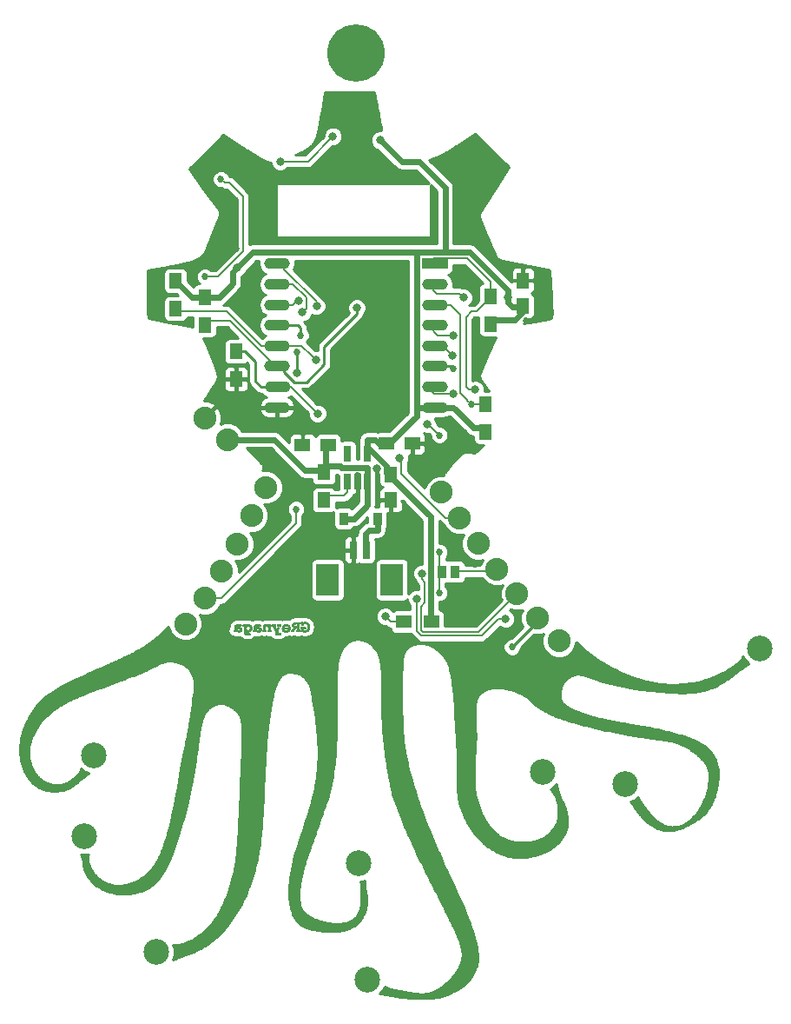
<source format=gbl>
%TF.GenerationSoftware,KiCad,Pcbnew,no-vcs-found-08a9dc0~61~ubuntu16.04.1*%
%TF.CreationDate,2017-11-29T13:42:57-07:00*%
%TF.ProjectId,001,3030312E6B696361645F706362000000,rev?*%
%TF.SameCoordinates,Original*%
%TF.FileFunction,Copper,L2,Bot,Signal*%
%TF.FilePolarity,Positive*%
%FSLAX46Y46*%
G04 Gerber Fmt 4.6, Leading zero omitted, Abs format (unit mm)*
G04 Created by KiCad (PCBNEW no-vcs-found-08a9dc0~61~ubuntu16.04.1) date Wed Nov 29 13:42:57 2017*
%MOMM*%
%LPD*%
G01*
G04 APERTURE LIST*
%TA.AperFunction,EtchedComponent*%
%ADD10C,0.010000*%
%TD*%
%TA.AperFunction,SMDPad,CuDef*%
%ADD11R,0.900000X1.200000*%
%TD*%
%TA.AperFunction,ComponentPad*%
%ADD12C,2.235200*%
%TD*%
%TA.AperFunction,SMDPad,CuDef*%
%ADD13R,2.500000X1.100000*%
%TD*%
%TA.AperFunction,SMDPad,CuDef*%
%ADD14O,2.500000X1.100000*%
%TD*%
%TA.AperFunction,BGAPad,CuDef*%
%ADD15C,2.500000*%
%TD*%
%TA.AperFunction,ComponentPad*%
%ADD16C,5.600000*%
%TD*%
%TA.AperFunction,SMDPad,CuDef*%
%ADD17R,0.650000X1.560000*%
%TD*%
%TA.AperFunction,SMDPad,CuDef*%
%ADD18R,1.500000X1.250000*%
%TD*%
%TA.AperFunction,SMDPad,CuDef*%
%ADD19R,1.250000X1.500000*%
%TD*%
%TA.AperFunction,SMDPad,CuDef*%
%ADD20R,1.300000X1.500000*%
%TD*%
%TA.AperFunction,SMDPad,CuDef*%
%ADD21R,1.500000X1.300000*%
%TD*%
%TA.AperFunction,SMDPad,CuDef*%
%ADD22R,0.800000X1.700000*%
%TD*%
%TA.AperFunction,SMDPad,CuDef*%
%ADD23R,2.200000X3.100000*%
%TD*%
%TA.AperFunction,SMDPad,CuDef*%
%ADD24R,0.970000X1.270000*%
%TD*%
%TA.AperFunction,ViaPad*%
%ADD25C,0.685800*%
%TD*%
%TA.AperFunction,ViaPad*%
%ADD26C,0.800000*%
%TD*%
%TA.AperFunction,Conductor*%
%ADD27C,0.609600*%
%TD*%
%TA.AperFunction,Conductor*%
%ADD28C,0.203200*%
%TD*%
%TA.AperFunction,Conductor*%
%ADD29C,0.250000*%
%TD*%
%TA.AperFunction,Conductor*%
%ADD30C,0.254000*%
%TD*%
G04 APERTURE END LIST*
D10*
%TO.C,GS\002A\002A\002A*%
G36*
X122968250Y-101962113D02*
X122953291Y-101962309D01*
X122941640Y-101962718D01*
X122932538Y-101963373D01*
X122925225Y-101964307D01*
X122918940Y-101965551D01*
X122912923Y-101967141D01*
X122909635Y-101968118D01*
X122890263Y-101975920D01*
X122875966Y-101986361D01*
X122866350Y-102000073D01*
X122861023Y-102017690D01*
X122859591Y-102039847D01*
X122859904Y-102048222D01*
X122861199Y-102062670D01*
X122863509Y-102073070D01*
X122867441Y-102081715D01*
X122869707Y-102085353D01*
X122882869Y-102099556D01*
X122901089Y-102110279D01*
X122923974Y-102117293D01*
X122925875Y-102117665D01*
X122936479Y-102119736D01*
X122944231Y-102121386D01*
X122947399Y-102122240D01*
X122946249Y-102125162D01*
X122942473Y-102133119D01*
X122936377Y-102145514D01*
X122928269Y-102161751D01*
X122918454Y-102181232D01*
X122907240Y-102203360D01*
X122894933Y-102227539D01*
X122881840Y-102253171D01*
X122868268Y-102279659D01*
X122854523Y-102306407D01*
X122840912Y-102332818D01*
X122827742Y-102358294D01*
X122815319Y-102382239D01*
X122803951Y-102404056D01*
X122793943Y-102423148D01*
X122785604Y-102438918D01*
X122779238Y-102450768D01*
X122775153Y-102458103D01*
X122773679Y-102460350D01*
X122771798Y-102457630D01*
X122767187Y-102449795D01*
X122760113Y-102437325D01*
X122750841Y-102420703D01*
X122739639Y-102400411D01*
X122726772Y-102376931D01*
X122712506Y-102350747D01*
X122697108Y-102322339D01*
X122680844Y-102292191D01*
X122680354Y-102291281D01*
X122589371Y-102122212D01*
X122607491Y-102119860D01*
X122633579Y-102114269D01*
X122654576Y-102104963D01*
X122670432Y-102091998D01*
X122681098Y-102075428D01*
X122686524Y-102055311D01*
X122686660Y-102031700D01*
X122686596Y-102031071D01*
X122683557Y-102013772D01*
X122677880Y-102000231D01*
X122668456Y-101988045D01*
X122665298Y-101984843D01*
X122659691Y-101979618D01*
X122654135Y-101975330D01*
X122647953Y-101971881D01*
X122640468Y-101969169D01*
X122631001Y-101967094D01*
X122618874Y-101965556D01*
X122603412Y-101964455D01*
X122583935Y-101963689D01*
X122559765Y-101963160D01*
X122530227Y-101962766D01*
X122515113Y-101962608D01*
X122485450Y-101962328D01*
X122461384Y-101962166D01*
X122442164Y-101962154D01*
X122427035Y-101962323D01*
X122415247Y-101962703D01*
X122406048Y-101963328D01*
X122398684Y-101964226D01*
X122392403Y-101965431D01*
X122386454Y-101966973D01*
X122382577Y-101968120D01*
X122362593Y-101976421D01*
X122347998Y-101987704D01*
X122338402Y-102002319D01*
X122335490Y-102010499D01*
X122332849Y-102026390D01*
X122332623Y-102044484D01*
X122334639Y-102062279D01*
X122338724Y-102077270D01*
X122340373Y-102080937D01*
X122350174Y-102093978D01*
X122364612Y-102105335D01*
X122381996Y-102113878D01*
X122395123Y-102117599D01*
X122413306Y-102121176D01*
X122591803Y-102460292D01*
X122614526Y-102503472D01*
X122636409Y-102545083D01*
X122657275Y-102584779D01*
X122676941Y-102622217D01*
X122695228Y-102657053D01*
X122711955Y-102688941D01*
X122726942Y-102717539D01*
X122740008Y-102742502D01*
X122750973Y-102763486D01*
X122759657Y-102780145D01*
X122765879Y-102792137D01*
X122769458Y-102799117D01*
X122770300Y-102800858D01*
X122767386Y-102801767D01*
X122759656Y-102802876D01*
X122748634Y-102803978D01*
X122745694Y-102804216D01*
X122720380Y-102807588D01*
X122700401Y-102813522D01*
X122685170Y-102822294D01*
X122674097Y-102834182D01*
X122670922Y-102839453D01*
X122667339Y-102847473D01*
X122665203Y-102856276D01*
X122664188Y-102867818D01*
X122663961Y-102881037D01*
X122664162Y-102895451D01*
X122665064Y-102905540D01*
X122667069Y-102913320D01*
X122670582Y-102920809D01*
X122672641Y-102924417D01*
X122682008Y-102937082D01*
X122693946Y-102946565D01*
X122709978Y-102953927D01*
X122719283Y-102956934D01*
X122723437Y-102957968D01*
X122728651Y-102958853D01*
X122735409Y-102959599D01*
X122744197Y-102960217D01*
X122755499Y-102960719D01*
X122769801Y-102961114D01*
X122787589Y-102961414D01*
X122809346Y-102961629D01*
X122835558Y-102961770D01*
X122866710Y-102961848D01*
X122903288Y-102961873D01*
X122941533Y-102961860D01*
X122984158Y-102961810D01*
X123020879Y-102961714D01*
X123052139Y-102961563D01*
X123078384Y-102961349D01*
X123100059Y-102961061D01*
X123117608Y-102960690D01*
X123131477Y-102960227D01*
X123142111Y-102959662D01*
X123149954Y-102958987D01*
X123155452Y-102958190D01*
X123159049Y-102957264D01*
X123159054Y-102957262D01*
X123174387Y-102950138D01*
X123186383Y-102940220D01*
X123197125Y-102925776D01*
X123197338Y-102925435D01*
X123202404Y-102916379D01*
X123205457Y-102907817D01*
X123207106Y-102897391D01*
X123207890Y-102884466D01*
X123208160Y-102870583D01*
X123207391Y-102860777D01*
X123205214Y-102852813D01*
X123201296Y-102844525D01*
X123193956Y-102833894D01*
X123184612Y-102824233D01*
X123181219Y-102821585D01*
X123173427Y-102816644D01*
X123165239Y-102812661D01*
X123155892Y-102809537D01*
X123144620Y-102807172D01*
X123130659Y-102805466D01*
X123113244Y-102804321D01*
X123091611Y-102803637D01*
X123064994Y-102803314D01*
X123040147Y-102803250D01*
X122949378Y-102803250D01*
X122906670Y-102723265D01*
X122895721Y-102702659D01*
X122885854Y-102683898D01*
X122877440Y-102667703D01*
X122870850Y-102654793D01*
X122866454Y-102645889D01*
X122864623Y-102641713D01*
X122864598Y-102641509D01*
X122866112Y-102638490D01*
X122870331Y-102630224D01*
X122877049Y-102617111D01*
X122886062Y-102599548D01*
X122897165Y-102577933D01*
X122910153Y-102552665D01*
X122924822Y-102524141D01*
X122940967Y-102492760D01*
X122958383Y-102458921D01*
X122976865Y-102423021D01*
X122996210Y-102385459D01*
X122998520Y-102380975D01*
X123131807Y-102122212D01*
X123145523Y-102118580D01*
X123168313Y-102110745D01*
X123185496Y-102100493D01*
X123197541Y-102087244D01*
X123204919Y-102070420D01*
X123208101Y-102049441D01*
X123208311Y-102041250D01*
X123206657Y-102019293D01*
X123201294Y-102001885D01*
X123191623Y-101988039D01*
X123177046Y-101976767D01*
X123165548Y-101970761D01*
X123161107Y-101968803D01*
X123156683Y-101967223D01*
X123151557Y-101965972D01*
X123145009Y-101965003D01*
X123136320Y-101964268D01*
X123124769Y-101963719D01*
X123109637Y-101963309D01*
X123090204Y-101962989D01*
X123065750Y-101962712D01*
X123040583Y-101962476D01*
X123011136Y-101962230D01*
X122987278Y-101962097D01*
X122968250Y-101962113D01*
X122968250Y-101962113D01*
G37*
X122968250Y-101962113D02*
X122953291Y-101962309D01*
X122941640Y-101962718D01*
X122932538Y-101963373D01*
X122925225Y-101964307D01*
X122918940Y-101965551D01*
X122912923Y-101967141D01*
X122909635Y-101968118D01*
X122890263Y-101975920D01*
X122875966Y-101986361D01*
X122866350Y-102000073D01*
X122861023Y-102017690D01*
X122859591Y-102039847D01*
X122859904Y-102048222D01*
X122861199Y-102062670D01*
X122863509Y-102073070D01*
X122867441Y-102081715D01*
X122869707Y-102085353D01*
X122882869Y-102099556D01*
X122901089Y-102110279D01*
X122923974Y-102117293D01*
X122925875Y-102117665D01*
X122936479Y-102119736D01*
X122944231Y-102121386D01*
X122947399Y-102122240D01*
X122946249Y-102125162D01*
X122942473Y-102133119D01*
X122936377Y-102145514D01*
X122928269Y-102161751D01*
X122918454Y-102181232D01*
X122907240Y-102203360D01*
X122894933Y-102227539D01*
X122881840Y-102253171D01*
X122868268Y-102279659D01*
X122854523Y-102306407D01*
X122840912Y-102332818D01*
X122827742Y-102358294D01*
X122815319Y-102382239D01*
X122803951Y-102404056D01*
X122793943Y-102423148D01*
X122785604Y-102438918D01*
X122779238Y-102450768D01*
X122775153Y-102458103D01*
X122773679Y-102460350D01*
X122771798Y-102457630D01*
X122767187Y-102449795D01*
X122760113Y-102437325D01*
X122750841Y-102420703D01*
X122739639Y-102400411D01*
X122726772Y-102376931D01*
X122712506Y-102350747D01*
X122697108Y-102322339D01*
X122680844Y-102292191D01*
X122680354Y-102291281D01*
X122589371Y-102122212D01*
X122607491Y-102119860D01*
X122633579Y-102114269D01*
X122654576Y-102104963D01*
X122670432Y-102091998D01*
X122681098Y-102075428D01*
X122686524Y-102055311D01*
X122686660Y-102031700D01*
X122686596Y-102031071D01*
X122683557Y-102013772D01*
X122677880Y-102000231D01*
X122668456Y-101988045D01*
X122665298Y-101984843D01*
X122659691Y-101979618D01*
X122654135Y-101975330D01*
X122647953Y-101971881D01*
X122640468Y-101969169D01*
X122631001Y-101967094D01*
X122618874Y-101965556D01*
X122603412Y-101964455D01*
X122583935Y-101963689D01*
X122559765Y-101963160D01*
X122530227Y-101962766D01*
X122515113Y-101962608D01*
X122485450Y-101962328D01*
X122461384Y-101962166D01*
X122442164Y-101962154D01*
X122427035Y-101962323D01*
X122415247Y-101962703D01*
X122406048Y-101963328D01*
X122398684Y-101964226D01*
X122392403Y-101965431D01*
X122386454Y-101966973D01*
X122382577Y-101968120D01*
X122362593Y-101976421D01*
X122347998Y-101987704D01*
X122338402Y-102002319D01*
X122335490Y-102010499D01*
X122332849Y-102026390D01*
X122332623Y-102044484D01*
X122334639Y-102062279D01*
X122338724Y-102077270D01*
X122340373Y-102080937D01*
X122350174Y-102093978D01*
X122364612Y-102105335D01*
X122381996Y-102113878D01*
X122395123Y-102117599D01*
X122413306Y-102121176D01*
X122591803Y-102460292D01*
X122614526Y-102503472D01*
X122636409Y-102545083D01*
X122657275Y-102584779D01*
X122676941Y-102622217D01*
X122695228Y-102657053D01*
X122711955Y-102688941D01*
X122726942Y-102717539D01*
X122740008Y-102742502D01*
X122750973Y-102763486D01*
X122759657Y-102780145D01*
X122765879Y-102792137D01*
X122769458Y-102799117D01*
X122770300Y-102800858D01*
X122767386Y-102801767D01*
X122759656Y-102802876D01*
X122748634Y-102803978D01*
X122745694Y-102804216D01*
X122720380Y-102807588D01*
X122700401Y-102813522D01*
X122685170Y-102822294D01*
X122674097Y-102834182D01*
X122670922Y-102839453D01*
X122667339Y-102847473D01*
X122665203Y-102856276D01*
X122664188Y-102867818D01*
X122663961Y-102881037D01*
X122664162Y-102895451D01*
X122665064Y-102905540D01*
X122667069Y-102913320D01*
X122670582Y-102920809D01*
X122672641Y-102924417D01*
X122682008Y-102937082D01*
X122693946Y-102946565D01*
X122709978Y-102953927D01*
X122719283Y-102956934D01*
X122723437Y-102957968D01*
X122728651Y-102958853D01*
X122735409Y-102959599D01*
X122744197Y-102960217D01*
X122755499Y-102960719D01*
X122769801Y-102961114D01*
X122787589Y-102961414D01*
X122809346Y-102961629D01*
X122835558Y-102961770D01*
X122866710Y-102961848D01*
X122903288Y-102961873D01*
X122941533Y-102961860D01*
X122984158Y-102961810D01*
X123020879Y-102961714D01*
X123052139Y-102961563D01*
X123078384Y-102961349D01*
X123100059Y-102961061D01*
X123117608Y-102960690D01*
X123131477Y-102960227D01*
X123142111Y-102959662D01*
X123149954Y-102958987D01*
X123155452Y-102958190D01*
X123159049Y-102957264D01*
X123159054Y-102957262D01*
X123174387Y-102950138D01*
X123186383Y-102940220D01*
X123197125Y-102925776D01*
X123197338Y-102925435D01*
X123202404Y-102916379D01*
X123205457Y-102907817D01*
X123207106Y-102897391D01*
X123207890Y-102884466D01*
X123208160Y-102870583D01*
X123207391Y-102860777D01*
X123205214Y-102852813D01*
X123201296Y-102844525D01*
X123193956Y-102833894D01*
X123184612Y-102824233D01*
X123181219Y-102821585D01*
X123173427Y-102816644D01*
X123165239Y-102812661D01*
X123155892Y-102809537D01*
X123144620Y-102807172D01*
X123130659Y-102805466D01*
X123113244Y-102804321D01*
X123091611Y-102803637D01*
X123064994Y-102803314D01*
X123040147Y-102803250D01*
X122949378Y-102803250D01*
X122906670Y-102723265D01*
X122895721Y-102702659D01*
X122885854Y-102683898D01*
X122877440Y-102667703D01*
X122870850Y-102654793D01*
X122866454Y-102645889D01*
X122864623Y-102641713D01*
X122864598Y-102641509D01*
X122866112Y-102638490D01*
X122870331Y-102630224D01*
X122877049Y-102617111D01*
X122886062Y-102599548D01*
X122897165Y-102577933D01*
X122910153Y-102552665D01*
X122924822Y-102524141D01*
X122940967Y-102492760D01*
X122958383Y-102458921D01*
X122976865Y-102423021D01*
X122996210Y-102385459D01*
X122998520Y-102380975D01*
X123131807Y-102122212D01*
X123145523Y-102118580D01*
X123168313Y-102110745D01*
X123185496Y-102100493D01*
X123197541Y-102087244D01*
X123204919Y-102070420D01*
X123208101Y-102049441D01*
X123208311Y-102041250D01*
X123206657Y-102019293D01*
X123201294Y-102001885D01*
X123191623Y-101988039D01*
X123177046Y-101976767D01*
X123165548Y-101970761D01*
X123161107Y-101968803D01*
X123156683Y-101967223D01*
X123151557Y-101965972D01*
X123145009Y-101965003D01*
X123136320Y-101964268D01*
X123124769Y-101963719D01*
X123109637Y-101963309D01*
X123090204Y-101962989D01*
X123065750Y-101962712D01*
X123040583Y-101962476D01*
X123011136Y-101962230D01*
X122987278Y-101962097D01*
X122968250Y-101962113D01*
G36*
X119976466Y-101941660D02*
X119959432Y-101941945D01*
X119946101Y-101942554D01*
X119935150Y-101943605D01*
X119925255Y-101945219D01*
X119915093Y-101947514D01*
X119905797Y-101949944D01*
X119871204Y-101961379D01*
X119837598Y-101976439D01*
X119807354Y-101994029D01*
X119801675Y-101997925D01*
X119781038Y-102012529D01*
X119779194Y-101961875D01*
X119673116Y-101961875D01*
X119643729Y-101961979D01*
X119617114Y-101962282D01*
X119593961Y-101962762D01*
X119574963Y-101963401D01*
X119560811Y-101964180D01*
X119552197Y-101965079D01*
X119551319Y-101965246D01*
X119529957Y-101972648D01*
X119512766Y-101984507D01*
X119500189Y-102000295D01*
X119492666Y-102019483D01*
X119490574Y-102038075D01*
X119492154Y-102058860D01*
X119497262Y-102075593D01*
X119506402Y-102089804D01*
X119508226Y-102091895D01*
X119521023Y-102103228D01*
X119536515Y-102111364D01*
X119555750Y-102116683D01*
X119579775Y-102119570D01*
X119584857Y-102119869D01*
X119617525Y-102121536D01*
X119617528Y-102398099D01*
X119617550Y-102451492D01*
X119617625Y-102498947D01*
X119617766Y-102540873D01*
X119617990Y-102577681D01*
X119618310Y-102609784D01*
X119618741Y-102637591D01*
X119619298Y-102661513D01*
X119619996Y-102681962D01*
X119620849Y-102699348D01*
X119621872Y-102714082D01*
X119623079Y-102726575D01*
X119624486Y-102737238D01*
X119626107Y-102746482D01*
X119627956Y-102754717D01*
X119630048Y-102762355D01*
X119630597Y-102764174D01*
X119645456Y-102802047D01*
X119665699Y-102836917D01*
X119690932Y-102868414D01*
X119720760Y-102896170D01*
X119754789Y-102919814D01*
X119792625Y-102938978D01*
X119831838Y-102952725D01*
X119838291Y-102954473D01*
X119844525Y-102955916D01*
X119851215Y-102957089D01*
X119859037Y-102958026D01*
X119868667Y-102958759D01*
X119880778Y-102959324D01*
X119896047Y-102959753D01*
X119915148Y-102960080D01*
X119938758Y-102960339D01*
X119967549Y-102960564D01*
X119992175Y-102960725D01*
X120021634Y-102960841D01*
X120049373Y-102960817D01*
X120074677Y-102960662D01*
X120096827Y-102960387D01*
X120115108Y-102960002D01*
X120128802Y-102959517D01*
X120137192Y-102958942D01*
X120139069Y-102958652D01*
X120161200Y-102950639D01*
X120178641Y-102938692D01*
X120191127Y-102923059D01*
X120198394Y-102903986D01*
X120198589Y-102903074D01*
X120200983Y-102880178D01*
X120198650Y-102858890D01*
X120191857Y-102840308D01*
X120180866Y-102825533D01*
X120179688Y-102824434D01*
X120173419Y-102819288D01*
X120166628Y-102815037D01*
X120158666Y-102811596D01*
X120148889Y-102808884D01*
X120136649Y-102806816D01*
X120121302Y-102805310D01*
X120102200Y-102804281D01*
X120078697Y-102803646D01*
X120050148Y-102803322D01*
X120015906Y-102803226D01*
X120015361Y-102803226D01*
X119981419Y-102803140D01*
X119953103Y-102802854D01*
X119929692Y-102802301D01*
X119910465Y-102801413D01*
X119894700Y-102800124D01*
X119881676Y-102798367D01*
X119870669Y-102796074D01*
X119860960Y-102793178D01*
X119851826Y-102789611D01*
X119847321Y-102787589D01*
X119824564Y-102774346D01*
X119806724Y-102757734D01*
X119792871Y-102736860D01*
X119791387Y-102733936D01*
X119781038Y-102712930D01*
X119778938Y-102596290D01*
X119798649Y-102609675D01*
X119822580Y-102624131D01*
X119850304Y-102637949D01*
X119879283Y-102649972D01*
X119906562Y-102658924D01*
X119938038Y-102665460D01*
X119973351Y-102669053D01*
X120010726Y-102669732D01*
X120048388Y-102667527D01*
X120084562Y-102662466D01*
X120114413Y-102655485D01*
X120156940Y-102640021D01*
X120197004Y-102619181D01*
X120234084Y-102593493D01*
X120267660Y-102563488D01*
X120297214Y-102529695D01*
X120322225Y-102492643D01*
X120342173Y-102452861D01*
X120356540Y-102410880D01*
X120357275Y-102408060D01*
X120366740Y-102359106D01*
X120370239Y-102310127D01*
X120369973Y-102304775D01*
X120209046Y-102304775D01*
X120206142Y-102340612D01*
X120197492Y-102373789D01*
X120183022Y-102404503D01*
X120162654Y-102432953D01*
X120158261Y-102437954D01*
X120130770Y-102463816D01*
X120100282Y-102484214D01*
X120067295Y-102498986D01*
X120032305Y-102507971D01*
X119995808Y-102511008D01*
X119958300Y-102507936D01*
X119948385Y-102506105D01*
X119914390Y-102496076D01*
X119882812Y-102480813D01*
X119854278Y-102460909D01*
X119829415Y-102436957D01*
X119808850Y-102409549D01*
X119793210Y-102379279D01*
X119783985Y-102350607D01*
X119780305Y-102325339D01*
X119780006Y-102297443D01*
X119782946Y-102269575D01*
X119788982Y-102244388D01*
X119789832Y-102241888D01*
X119804281Y-102210068D01*
X119823799Y-102181332D01*
X119847670Y-102156136D01*
X119875182Y-102134937D01*
X119905622Y-102118192D01*
X119938274Y-102106358D01*
X119972427Y-102099892D01*
X120007366Y-102099250D01*
X120012032Y-102099628D01*
X120032146Y-102102031D01*
X120049291Y-102105536D01*
X120065900Y-102110833D01*
X120084405Y-102118616D01*
X120093091Y-102122679D01*
X120108278Y-102130409D01*
X120120642Y-102138102D01*
X120132310Y-102147292D01*
X120145408Y-102159511D01*
X120148752Y-102162817D01*
X120172030Y-102189171D01*
X120189325Y-102216252D01*
X120201004Y-102244923D01*
X120207434Y-102276046D01*
X120209046Y-102304775D01*
X120369973Y-102304775D01*
X120367825Y-102261724D01*
X120359552Y-102214499D01*
X120345473Y-102169051D01*
X120333483Y-102141262D01*
X120320394Y-102116145D01*
X120306588Y-102094162D01*
X120290791Y-102073610D01*
X120271726Y-102052784D01*
X120255016Y-102036433D01*
X120219871Y-102006996D01*
X120182324Y-101983064D01*
X120141658Y-101964257D01*
X120097156Y-101950192D01*
X120089202Y-101948256D01*
X120077618Y-101945781D01*
X120066325Y-101943983D01*
X120053983Y-101942762D01*
X120039251Y-101942021D01*
X120020788Y-101941660D01*
X119998525Y-101941579D01*
X119976466Y-101941660D01*
X119976466Y-101941660D01*
G37*
X119976466Y-101941660D02*
X119959432Y-101941945D01*
X119946101Y-101942554D01*
X119935150Y-101943605D01*
X119925255Y-101945219D01*
X119915093Y-101947514D01*
X119905797Y-101949944D01*
X119871204Y-101961379D01*
X119837598Y-101976439D01*
X119807354Y-101994029D01*
X119801675Y-101997925D01*
X119781038Y-102012529D01*
X119779194Y-101961875D01*
X119673116Y-101961875D01*
X119643729Y-101961979D01*
X119617114Y-101962282D01*
X119593961Y-101962762D01*
X119574963Y-101963401D01*
X119560811Y-101964180D01*
X119552197Y-101965079D01*
X119551319Y-101965246D01*
X119529957Y-101972648D01*
X119512766Y-101984507D01*
X119500189Y-102000295D01*
X119492666Y-102019483D01*
X119490574Y-102038075D01*
X119492154Y-102058860D01*
X119497262Y-102075593D01*
X119506402Y-102089804D01*
X119508226Y-102091895D01*
X119521023Y-102103228D01*
X119536515Y-102111364D01*
X119555750Y-102116683D01*
X119579775Y-102119570D01*
X119584857Y-102119869D01*
X119617525Y-102121536D01*
X119617528Y-102398099D01*
X119617550Y-102451492D01*
X119617625Y-102498947D01*
X119617766Y-102540873D01*
X119617990Y-102577681D01*
X119618310Y-102609784D01*
X119618741Y-102637591D01*
X119619298Y-102661513D01*
X119619996Y-102681962D01*
X119620849Y-102699348D01*
X119621872Y-102714082D01*
X119623079Y-102726575D01*
X119624486Y-102737238D01*
X119626107Y-102746482D01*
X119627956Y-102754717D01*
X119630048Y-102762355D01*
X119630597Y-102764174D01*
X119645456Y-102802047D01*
X119665699Y-102836917D01*
X119690932Y-102868414D01*
X119720760Y-102896170D01*
X119754789Y-102919814D01*
X119792625Y-102938978D01*
X119831838Y-102952725D01*
X119838291Y-102954473D01*
X119844525Y-102955916D01*
X119851215Y-102957089D01*
X119859037Y-102958026D01*
X119868667Y-102958759D01*
X119880778Y-102959324D01*
X119896047Y-102959753D01*
X119915148Y-102960080D01*
X119938758Y-102960339D01*
X119967549Y-102960564D01*
X119992175Y-102960725D01*
X120021634Y-102960841D01*
X120049373Y-102960817D01*
X120074677Y-102960662D01*
X120096827Y-102960387D01*
X120115108Y-102960002D01*
X120128802Y-102959517D01*
X120137192Y-102958942D01*
X120139069Y-102958652D01*
X120161200Y-102950639D01*
X120178641Y-102938692D01*
X120191127Y-102923059D01*
X120198394Y-102903986D01*
X120198589Y-102903074D01*
X120200983Y-102880178D01*
X120198650Y-102858890D01*
X120191857Y-102840308D01*
X120180866Y-102825533D01*
X120179688Y-102824434D01*
X120173419Y-102819288D01*
X120166628Y-102815037D01*
X120158666Y-102811596D01*
X120148889Y-102808884D01*
X120136649Y-102806816D01*
X120121302Y-102805310D01*
X120102200Y-102804281D01*
X120078697Y-102803646D01*
X120050148Y-102803322D01*
X120015906Y-102803226D01*
X120015361Y-102803226D01*
X119981419Y-102803140D01*
X119953103Y-102802854D01*
X119929692Y-102802301D01*
X119910465Y-102801413D01*
X119894700Y-102800124D01*
X119881676Y-102798367D01*
X119870669Y-102796074D01*
X119860960Y-102793178D01*
X119851826Y-102789611D01*
X119847321Y-102787589D01*
X119824564Y-102774346D01*
X119806724Y-102757734D01*
X119792871Y-102736860D01*
X119791387Y-102733936D01*
X119781038Y-102712930D01*
X119778938Y-102596290D01*
X119798649Y-102609675D01*
X119822580Y-102624131D01*
X119850304Y-102637949D01*
X119879283Y-102649972D01*
X119906562Y-102658924D01*
X119938038Y-102665460D01*
X119973351Y-102669053D01*
X120010726Y-102669732D01*
X120048388Y-102667527D01*
X120084562Y-102662466D01*
X120114413Y-102655485D01*
X120156940Y-102640021D01*
X120197004Y-102619181D01*
X120234084Y-102593493D01*
X120267660Y-102563488D01*
X120297214Y-102529695D01*
X120322225Y-102492643D01*
X120342173Y-102452861D01*
X120356540Y-102410880D01*
X120357275Y-102408060D01*
X120366740Y-102359106D01*
X120370239Y-102310127D01*
X120369973Y-102304775D01*
X120209046Y-102304775D01*
X120206142Y-102340612D01*
X120197492Y-102373789D01*
X120183022Y-102404503D01*
X120162654Y-102432953D01*
X120158261Y-102437954D01*
X120130770Y-102463816D01*
X120100282Y-102484214D01*
X120067295Y-102498986D01*
X120032305Y-102507971D01*
X119995808Y-102511008D01*
X119958300Y-102507936D01*
X119948385Y-102506105D01*
X119914390Y-102496076D01*
X119882812Y-102480813D01*
X119854278Y-102460909D01*
X119829415Y-102436957D01*
X119808850Y-102409549D01*
X119793210Y-102379279D01*
X119783985Y-102350607D01*
X119780305Y-102325339D01*
X119780006Y-102297443D01*
X119782946Y-102269575D01*
X119788982Y-102244388D01*
X119789832Y-102241888D01*
X119804281Y-102210068D01*
X119823799Y-102181332D01*
X119847670Y-102156136D01*
X119875182Y-102134937D01*
X119905622Y-102118192D01*
X119938274Y-102106358D01*
X119972427Y-102099892D01*
X120007366Y-102099250D01*
X120012032Y-102099628D01*
X120032146Y-102102031D01*
X120049291Y-102105536D01*
X120065900Y-102110833D01*
X120084405Y-102118616D01*
X120093091Y-102122679D01*
X120108278Y-102130409D01*
X120120642Y-102138102D01*
X120132310Y-102147292D01*
X120145408Y-102159511D01*
X120148752Y-102162817D01*
X120172030Y-102189171D01*
X120189325Y-102216252D01*
X120201004Y-102244923D01*
X120207434Y-102276046D01*
X120209046Y-102304775D01*
X120369973Y-102304775D01*
X120367825Y-102261724D01*
X120359552Y-102214499D01*
X120345473Y-102169051D01*
X120333483Y-102141262D01*
X120320394Y-102116145D01*
X120306588Y-102094162D01*
X120290791Y-102073610D01*
X120271726Y-102052784D01*
X120255016Y-102036433D01*
X120219871Y-102006996D01*
X120182324Y-101983064D01*
X120141658Y-101964257D01*
X120097156Y-101950192D01*
X120089202Y-101948256D01*
X120077618Y-101945781D01*
X120066325Y-101943983D01*
X120053983Y-101942762D01*
X120039251Y-101942021D01*
X120020788Y-101941660D01*
X119998525Y-101941579D01*
X119976466Y-101941660D01*
G36*
X123683884Y-101942384D02*
X123636811Y-101948283D01*
X123591582Y-101958483D01*
X123549176Y-101972904D01*
X123510576Y-101991462D01*
X123506663Y-101993718D01*
X123468234Y-102019249D01*
X123433048Y-102048595D01*
X123401801Y-102080997D01*
X123375187Y-102115699D01*
X123353901Y-102151945D01*
X123346275Y-102168486D01*
X123334737Y-102199800D01*
X123326198Y-102232397D01*
X123320448Y-102267499D01*
X123317278Y-102306327D01*
X123316456Y-102342081D01*
X123316400Y-102380975D01*
X123635828Y-102380975D01*
X123687944Y-102380979D01*
X123734072Y-102380996D01*
X123774572Y-102381032D01*
X123809805Y-102381093D01*
X123840133Y-102381186D01*
X123865917Y-102381317D01*
X123887518Y-102381492D01*
X123905298Y-102381718D01*
X123919616Y-102382001D01*
X123930836Y-102382347D01*
X123939317Y-102382763D01*
X123945421Y-102383255D01*
X123949509Y-102383829D01*
X123951942Y-102384491D01*
X123953082Y-102385249D01*
X123953289Y-102386107D01*
X123953174Y-102386531D01*
X123946496Y-102400203D01*
X123936311Y-102416052D01*
X123923966Y-102432159D01*
X123911229Y-102446189D01*
X123885802Y-102467167D01*
X123855554Y-102484372D01*
X123820825Y-102497727D01*
X123781959Y-102507153D01*
X123739296Y-102512574D01*
X123693179Y-102513913D01*
X123643950Y-102511091D01*
X123630706Y-102509669D01*
X123609965Y-102507020D01*
X123589825Y-102503943D01*
X123569033Y-102500189D01*
X123546337Y-102495512D01*
X123520483Y-102489662D01*
X123490219Y-102482390D01*
X123478325Y-102479456D01*
X123448700Y-102472452D01*
X123424278Y-102467560D01*
X123404268Y-102464795D01*
X123387882Y-102464171D01*
X123374328Y-102465705D01*
X123362817Y-102469409D01*
X123352558Y-102475300D01*
X123344331Y-102481947D01*
X123330379Y-102497442D01*
X123321986Y-102514322D01*
X123318442Y-102534167D01*
X123318226Y-102540242D01*
X123318464Y-102552597D01*
X123319994Y-102561271D01*
X123323528Y-102568904D01*
X123327647Y-102575143D01*
X123338306Y-102587692D01*
X123352153Y-102599173D01*
X123369791Y-102609897D01*
X123391823Y-102620176D01*
X123418853Y-102630320D01*
X123451484Y-102640640D01*
X123458825Y-102642778D01*
X123498396Y-102652649D01*
X123542301Y-102660885D01*
X123588665Y-102667163D01*
X123615817Y-102669769D01*
X123631393Y-102670740D01*
X123650934Y-102671511D01*
X123673094Y-102672072D01*
X123696527Y-102672415D01*
X123719888Y-102672531D01*
X123741831Y-102672410D01*
X123761011Y-102672045D01*
X123776080Y-102671425D01*
X123783125Y-102670873D01*
X123791117Y-102669732D01*
X123803291Y-102667660D01*
X123817611Y-102665013D01*
X123825106Y-102663552D01*
X123874358Y-102651004D01*
X123919675Y-102633627D01*
X123961502Y-102611187D01*
X124000285Y-102583450D01*
X124031018Y-102555708D01*
X124061311Y-102521967D01*
X124085718Y-102486688D01*
X124104543Y-102449217D01*
X124118087Y-102408903D01*
X124126654Y-102365092D01*
X124128931Y-102344462D01*
X124130328Y-102295106D01*
X124125816Y-102247855D01*
X124123571Y-102238100D01*
X123951119Y-102238100D01*
X123496687Y-102238100D01*
X123498806Y-102229368D01*
X123503653Y-102216890D01*
X123512265Y-102201973D01*
X123523550Y-102186264D01*
X123536411Y-102171412D01*
X123539208Y-102168557D01*
X123557702Y-102152775D01*
X123580178Y-102137722D01*
X123604307Y-102124826D01*
X123623035Y-102117095D01*
X123658927Y-102107426D01*
X123697591Y-102102283D01*
X123737392Y-102101649D01*
X123776697Y-102105505D01*
X123813871Y-102113835D01*
X123830138Y-102119289D01*
X123859353Y-102132735D01*
X123886047Y-102149822D01*
X123909358Y-102169766D01*
X123928424Y-102191780D01*
X123942383Y-102215079D01*
X123946691Y-102225550D01*
X123951119Y-102238100D01*
X124123571Y-102238100D01*
X124115468Y-102202893D01*
X124099358Y-102160405D01*
X124077559Y-102120576D01*
X124050146Y-102083593D01*
X124017191Y-102049639D01*
X124008694Y-102042157D01*
X123975335Y-102015885D01*
X123942100Y-101994583D01*
X123907131Y-101977187D01*
X123870982Y-101963435D01*
X123826349Y-101951313D01*
X123779633Y-101943818D01*
X123731818Y-101940869D01*
X123683884Y-101942384D01*
X123683884Y-101942384D01*
G37*
X123683884Y-101942384D02*
X123636811Y-101948283D01*
X123591582Y-101958483D01*
X123549176Y-101972904D01*
X123510576Y-101991462D01*
X123506663Y-101993718D01*
X123468234Y-102019249D01*
X123433048Y-102048595D01*
X123401801Y-102080997D01*
X123375187Y-102115699D01*
X123353901Y-102151945D01*
X123346275Y-102168486D01*
X123334737Y-102199800D01*
X123326198Y-102232397D01*
X123320448Y-102267499D01*
X123317278Y-102306327D01*
X123316456Y-102342081D01*
X123316400Y-102380975D01*
X123635828Y-102380975D01*
X123687944Y-102380979D01*
X123734072Y-102380996D01*
X123774572Y-102381032D01*
X123809805Y-102381093D01*
X123840133Y-102381186D01*
X123865917Y-102381317D01*
X123887518Y-102381492D01*
X123905298Y-102381718D01*
X123919616Y-102382001D01*
X123930836Y-102382347D01*
X123939317Y-102382763D01*
X123945421Y-102383255D01*
X123949509Y-102383829D01*
X123951942Y-102384491D01*
X123953082Y-102385249D01*
X123953289Y-102386107D01*
X123953174Y-102386531D01*
X123946496Y-102400203D01*
X123936311Y-102416052D01*
X123923966Y-102432159D01*
X123911229Y-102446189D01*
X123885802Y-102467167D01*
X123855554Y-102484372D01*
X123820825Y-102497727D01*
X123781959Y-102507153D01*
X123739296Y-102512574D01*
X123693179Y-102513913D01*
X123643950Y-102511091D01*
X123630706Y-102509669D01*
X123609965Y-102507020D01*
X123589825Y-102503943D01*
X123569033Y-102500189D01*
X123546337Y-102495512D01*
X123520483Y-102489662D01*
X123490219Y-102482390D01*
X123478325Y-102479456D01*
X123448700Y-102472452D01*
X123424278Y-102467560D01*
X123404268Y-102464795D01*
X123387882Y-102464171D01*
X123374328Y-102465705D01*
X123362817Y-102469409D01*
X123352558Y-102475300D01*
X123344331Y-102481947D01*
X123330379Y-102497442D01*
X123321986Y-102514322D01*
X123318442Y-102534167D01*
X123318226Y-102540242D01*
X123318464Y-102552597D01*
X123319994Y-102561271D01*
X123323528Y-102568904D01*
X123327647Y-102575143D01*
X123338306Y-102587692D01*
X123352153Y-102599173D01*
X123369791Y-102609897D01*
X123391823Y-102620176D01*
X123418853Y-102630320D01*
X123451484Y-102640640D01*
X123458825Y-102642778D01*
X123498396Y-102652649D01*
X123542301Y-102660885D01*
X123588665Y-102667163D01*
X123615817Y-102669769D01*
X123631393Y-102670740D01*
X123650934Y-102671511D01*
X123673094Y-102672072D01*
X123696527Y-102672415D01*
X123719888Y-102672531D01*
X123741831Y-102672410D01*
X123761011Y-102672045D01*
X123776080Y-102671425D01*
X123783125Y-102670873D01*
X123791117Y-102669732D01*
X123803291Y-102667660D01*
X123817611Y-102665013D01*
X123825106Y-102663552D01*
X123874358Y-102651004D01*
X123919675Y-102633627D01*
X123961502Y-102611187D01*
X124000285Y-102583450D01*
X124031018Y-102555708D01*
X124061311Y-102521967D01*
X124085718Y-102486688D01*
X124104543Y-102449217D01*
X124118087Y-102408903D01*
X124126654Y-102365092D01*
X124128931Y-102344462D01*
X124130328Y-102295106D01*
X124125816Y-102247855D01*
X124123571Y-102238100D01*
X123951119Y-102238100D01*
X123496687Y-102238100D01*
X123498806Y-102229368D01*
X123503653Y-102216890D01*
X123512265Y-102201973D01*
X123523550Y-102186264D01*
X123536411Y-102171412D01*
X123539208Y-102168557D01*
X123557702Y-102152775D01*
X123580178Y-102137722D01*
X123604307Y-102124826D01*
X123623035Y-102117095D01*
X123658927Y-102107426D01*
X123697591Y-102102283D01*
X123737392Y-102101649D01*
X123776697Y-102105505D01*
X123813871Y-102113835D01*
X123830138Y-102119289D01*
X123859353Y-102132735D01*
X123886047Y-102149822D01*
X123909358Y-102169766D01*
X123928424Y-102191780D01*
X123942383Y-102215079D01*
X123946691Y-102225550D01*
X123951119Y-102238100D01*
X124123571Y-102238100D01*
X124115468Y-102202893D01*
X124099358Y-102160405D01*
X124077559Y-102120576D01*
X124050146Y-102083593D01*
X124017191Y-102049639D01*
X124008694Y-102042157D01*
X123975335Y-102015885D01*
X123942100Y-101994583D01*
X123907131Y-101977187D01*
X123870982Y-101963435D01*
X123826349Y-101951313D01*
X123779633Y-101943818D01*
X123731818Y-101940869D01*
X123683884Y-101942384D01*
G36*
X120846144Y-101943179D02*
X120798474Y-101950327D01*
X120754884Y-101961989D01*
X120715543Y-101978131D01*
X120685353Y-101995493D01*
X120657653Y-102016876D01*
X120635286Y-102040846D01*
X120617473Y-102068268D01*
X120614218Y-102074587D01*
X120609743Y-102083854D01*
X120605921Y-102092548D01*
X120602699Y-102101240D01*
X120600027Y-102110499D01*
X120597852Y-102120896D01*
X120596125Y-102133003D01*
X120594794Y-102147390D01*
X120593807Y-102164627D01*
X120593114Y-102185284D01*
X120592663Y-102209933D01*
X120592403Y-102239145D01*
X120592283Y-102273488D01*
X120592251Y-102313535D01*
X120592250Y-102319341D01*
X120592250Y-102488925D01*
X120572196Y-102488925D01*
X120541704Y-102490827D01*
X120516210Y-102496520D01*
X120495751Y-102505983D01*
X120480362Y-102519196D01*
X120470076Y-102536136D01*
X120465490Y-102552706D01*
X120464205Y-102576668D01*
X120468289Y-102597901D01*
X120477475Y-102615939D01*
X120491498Y-102630314D01*
X120510092Y-102640559D01*
X120516777Y-102642834D01*
X120522427Y-102644186D01*
X120529766Y-102645274D01*
X120539470Y-102646122D01*
X120552215Y-102646756D01*
X120568676Y-102647203D01*
X120589528Y-102647488D01*
X120615447Y-102647636D01*
X120643627Y-102647675D01*
X120754175Y-102647675D01*
X120754175Y-102631800D01*
X120754480Y-102622741D01*
X120755259Y-102616993D01*
X120755869Y-102615925D01*
X120759427Y-102617244D01*
X120766730Y-102620628D01*
X120772537Y-102623502D01*
X120796723Y-102634233D01*
X120825500Y-102644525D01*
X120857112Y-102653867D01*
X120889800Y-102661746D01*
X120921808Y-102667651D01*
X120926510Y-102668345D01*
X120942170Y-102670022D01*
X120961751Y-102671293D01*
X120983743Y-102672141D01*
X121006636Y-102672552D01*
X121028920Y-102672509D01*
X121049086Y-102671998D01*
X121065621Y-102671002D01*
X121075106Y-102669866D01*
X121117812Y-102659891D01*
X121157535Y-102645055D01*
X121193696Y-102625650D01*
X121225718Y-102601970D01*
X121243793Y-102584683D01*
X121263936Y-102560917D01*
X121278573Y-102537626D01*
X121288267Y-102513412D01*
X121293579Y-102486878D01*
X121295076Y-102457175D01*
X121294984Y-102452945D01*
X121125650Y-102452945D01*
X121122599Y-102468023D01*
X121113643Y-102481504D01*
X121099085Y-102493142D01*
X121079225Y-102502695D01*
X121055800Y-102509599D01*
X121040963Y-102511765D01*
X121021606Y-102512860D01*
X120999460Y-102512925D01*
X120976258Y-102512004D01*
X120953730Y-102510139D01*
X120933609Y-102507373D01*
X120928800Y-102506475D01*
X120883630Y-102494747D01*
X120836537Y-102477309D01*
X120797038Y-102458978D01*
X120752588Y-102436537D01*
X120751697Y-102397643D01*
X120751545Y-102382774D01*
X120751781Y-102370526D01*
X120752354Y-102362114D01*
X120753216Y-102358752D01*
X120753284Y-102358737D01*
X120757336Y-102358262D01*
X120766102Y-102357000D01*
X120778027Y-102355180D01*
X120784338Y-102354187D01*
X120829390Y-102348105D01*
X120872386Y-102344411D01*
X120912568Y-102343107D01*
X120949177Y-102344194D01*
X120981453Y-102347673D01*
X121008639Y-102353545D01*
X121009645Y-102353840D01*
X121039857Y-102364537D01*
X121066252Y-102377388D01*
X121088376Y-102392004D01*
X121105776Y-102407999D01*
X121117998Y-102424985D01*
X121124588Y-102442573D01*
X121125650Y-102452945D01*
X121294984Y-102452945D01*
X121294702Y-102440122D01*
X121293520Y-102426853D01*
X121291124Y-102414814D01*
X121287106Y-102401452D01*
X121285410Y-102396476D01*
X121271801Y-102365337D01*
X121253104Y-102336246D01*
X121228779Y-102308408D01*
X121219438Y-102299372D01*
X121184030Y-102270295D01*
X121145312Y-102246060D01*
X121102928Y-102226507D01*
X121056523Y-102211476D01*
X121005742Y-102200806D01*
X120998269Y-102199652D01*
X120976402Y-102197377D01*
X120949720Y-102196134D01*
X120919666Y-102195869D01*
X120887681Y-102196530D01*
X120855208Y-102198061D01*
X120823688Y-102200411D01*
X120794563Y-102203524D01*
X120769276Y-102207348D01*
X120763959Y-102208362D01*
X120753509Y-102210452D01*
X120754636Y-102181703D01*
X120755354Y-102167637D01*
X120756503Y-102158101D01*
X120758566Y-102151276D01*
X120762030Y-102145343D01*
X120765537Y-102140758D01*
X120779884Y-102127093D01*
X120798757Y-102116441D01*
X120822446Y-102108715D01*
X120851242Y-102103827D01*
X120885436Y-102101692D01*
X120896687Y-102101574D01*
X120915246Y-102101750D01*
X120932119Y-102102377D01*
X120948501Y-102103608D01*
X120965585Y-102105597D01*
X120984563Y-102108497D01*
X121006630Y-102112459D01*
X121032978Y-102117636D01*
X121051038Y-102121328D01*
X121085070Y-102127871D01*
X121113527Y-102132267D01*
X121136803Y-102134542D01*
X121155290Y-102134720D01*
X121169380Y-102132826D01*
X121178495Y-102129444D01*
X121196433Y-102116213D01*
X121209586Y-102098946D01*
X121217679Y-102078080D01*
X121220003Y-102063872D01*
X121219803Y-102042221D01*
X121214759Y-102024128D01*
X121204592Y-102008739D01*
X121200704Y-102004717D01*
X121194492Y-101999246D01*
X121187781Y-101994734D01*
X121179279Y-101990584D01*
X121167696Y-101986197D01*
X121151738Y-101980975D01*
X121144659Y-101978770D01*
X121107665Y-101967914D01*
X121074092Y-101959431D01*
X121041761Y-101952909D01*
X121008496Y-101947937D01*
X120972119Y-101944103D01*
X120953052Y-101942556D01*
X120897726Y-101940578D01*
X120846144Y-101943179D01*
X120846144Y-101943179D01*
G37*
X120846144Y-101943179D02*
X120798474Y-101950327D01*
X120754884Y-101961989D01*
X120715543Y-101978131D01*
X120685353Y-101995493D01*
X120657653Y-102016876D01*
X120635286Y-102040846D01*
X120617473Y-102068268D01*
X120614218Y-102074587D01*
X120609743Y-102083854D01*
X120605921Y-102092548D01*
X120602699Y-102101240D01*
X120600027Y-102110499D01*
X120597852Y-102120896D01*
X120596125Y-102133003D01*
X120594794Y-102147390D01*
X120593807Y-102164627D01*
X120593114Y-102185284D01*
X120592663Y-102209933D01*
X120592403Y-102239145D01*
X120592283Y-102273488D01*
X120592251Y-102313535D01*
X120592250Y-102319341D01*
X120592250Y-102488925D01*
X120572196Y-102488925D01*
X120541704Y-102490827D01*
X120516210Y-102496520D01*
X120495751Y-102505983D01*
X120480362Y-102519196D01*
X120470076Y-102536136D01*
X120465490Y-102552706D01*
X120464205Y-102576668D01*
X120468289Y-102597901D01*
X120477475Y-102615939D01*
X120491498Y-102630314D01*
X120510092Y-102640559D01*
X120516777Y-102642834D01*
X120522427Y-102644186D01*
X120529766Y-102645274D01*
X120539470Y-102646122D01*
X120552215Y-102646756D01*
X120568676Y-102647203D01*
X120589528Y-102647488D01*
X120615447Y-102647636D01*
X120643627Y-102647675D01*
X120754175Y-102647675D01*
X120754175Y-102631800D01*
X120754480Y-102622741D01*
X120755259Y-102616993D01*
X120755869Y-102615925D01*
X120759427Y-102617244D01*
X120766730Y-102620628D01*
X120772537Y-102623502D01*
X120796723Y-102634233D01*
X120825500Y-102644525D01*
X120857112Y-102653867D01*
X120889800Y-102661746D01*
X120921808Y-102667651D01*
X120926510Y-102668345D01*
X120942170Y-102670022D01*
X120961751Y-102671293D01*
X120983743Y-102672141D01*
X121006636Y-102672552D01*
X121028920Y-102672509D01*
X121049086Y-102671998D01*
X121065621Y-102671002D01*
X121075106Y-102669866D01*
X121117812Y-102659891D01*
X121157535Y-102645055D01*
X121193696Y-102625650D01*
X121225718Y-102601970D01*
X121243793Y-102584683D01*
X121263936Y-102560917D01*
X121278573Y-102537626D01*
X121288267Y-102513412D01*
X121293579Y-102486878D01*
X121295076Y-102457175D01*
X121294984Y-102452945D01*
X121125650Y-102452945D01*
X121122599Y-102468023D01*
X121113643Y-102481504D01*
X121099085Y-102493142D01*
X121079225Y-102502695D01*
X121055800Y-102509599D01*
X121040963Y-102511765D01*
X121021606Y-102512860D01*
X120999460Y-102512925D01*
X120976258Y-102512004D01*
X120953730Y-102510139D01*
X120933609Y-102507373D01*
X120928800Y-102506475D01*
X120883630Y-102494747D01*
X120836537Y-102477309D01*
X120797038Y-102458978D01*
X120752588Y-102436537D01*
X120751697Y-102397643D01*
X120751545Y-102382774D01*
X120751781Y-102370526D01*
X120752354Y-102362114D01*
X120753216Y-102358752D01*
X120753284Y-102358737D01*
X120757336Y-102358262D01*
X120766102Y-102357000D01*
X120778027Y-102355180D01*
X120784338Y-102354187D01*
X120829390Y-102348105D01*
X120872386Y-102344411D01*
X120912568Y-102343107D01*
X120949177Y-102344194D01*
X120981453Y-102347673D01*
X121008639Y-102353545D01*
X121009645Y-102353840D01*
X121039857Y-102364537D01*
X121066252Y-102377388D01*
X121088376Y-102392004D01*
X121105776Y-102407999D01*
X121117998Y-102424985D01*
X121124588Y-102442573D01*
X121125650Y-102452945D01*
X121294984Y-102452945D01*
X121294702Y-102440122D01*
X121293520Y-102426853D01*
X121291124Y-102414814D01*
X121287106Y-102401452D01*
X121285410Y-102396476D01*
X121271801Y-102365337D01*
X121253104Y-102336246D01*
X121228779Y-102308408D01*
X121219438Y-102299372D01*
X121184030Y-102270295D01*
X121145312Y-102246060D01*
X121102928Y-102226507D01*
X121056523Y-102211476D01*
X121005742Y-102200806D01*
X120998269Y-102199652D01*
X120976402Y-102197377D01*
X120949720Y-102196134D01*
X120919666Y-102195869D01*
X120887681Y-102196530D01*
X120855208Y-102198061D01*
X120823688Y-102200411D01*
X120794563Y-102203524D01*
X120769276Y-102207348D01*
X120763959Y-102208362D01*
X120753509Y-102210452D01*
X120754636Y-102181703D01*
X120755354Y-102167637D01*
X120756503Y-102158101D01*
X120758566Y-102151276D01*
X120762030Y-102145343D01*
X120765537Y-102140758D01*
X120779884Y-102127093D01*
X120798757Y-102116441D01*
X120822446Y-102108715D01*
X120851242Y-102103827D01*
X120885436Y-102101692D01*
X120896687Y-102101574D01*
X120915246Y-102101750D01*
X120932119Y-102102377D01*
X120948501Y-102103608D01*
X120965585Y-102105597D01*
X120984563Y-102108497D01*
X121006630Y-102112459D01*
X121032978Y-102117636D01*
X121051038Y-102121328D01*
X121085070Y-102127871D01*
X121113527Y-102132267D01*
X121136803Y-102134542D01*
X121155290Y-102134720D01*
X121169380Y-102132826D01*
X121178495Y-102129444D01*
X121196433Y-102116213D01*
X121209586Y-102098946D01*
X121217679Y-102078080D01*
X121220003Y-102063872D01*
X121219803Y-102042221D01*
X121214759Y-102024128D01*
X121204592Y-102008739D01*
X121200704Y-102004717D01*
X121194492Y-101999246D01*
X121187781Y-101994734D01*
X121179279Y-101990584D01*
X121167696Y-101986197D01*
X121151738Y-101980975D01*
X121144659Y-101978770D01*
X121107665Y-101967914D01*
X121074092Y-101959431D01*
X121041761Y-101952909D01*
X121008496Y-101947937D01*
X120972119Y-101944103D01*
X120953052Y-101942556D01*
X120897726Y-101940578D01*
X120846144Y-101943179D01*
G36*
X118980142Y-101942379D02*
X118933046Y-101947803D01*
X118889820Y-101957133D01*
X118872988Y-101962228D01*
X118838997Y-101976027D01*
X118807816Y-101993688D01*
X118780231Y-102014581D01*
X118757026Y-102038079D01*
X118738987Y-102063554D01*
X118733605Y-102073715D01*
X118729346Y-102082722D01*
X118725710Y-102091047D01*
X118722648Y-102099261D01*
X118720110Y-102107933D01*
X118718048Y-102117635D01*
X118716411Y-102128937D01*
X118715150Y-102142409D01*
X118714216Y-102158622D01*
X118713559Y-102178147D01*
X118713130Y-102201554D01*
X118712878Y-102229413D01*
X118712755Y-102262295D01*
X118712711Y-102300771D01*
X118712706Y-102314615D01*
X118712650Y-102487968D01*
X118680107Y-102489850D01*
X118653064Y-102492687D01*
X118631325Y-102497948D01*
X118614202Y-102505953D01*
X118601007Y-102517022D01*
X118591211Y-102531177D01*
X118587308Y-102540056D01*
X118585112Y-102549785D01*
X118584221Y-102562577D01*
X118584139Y-102570205D01*
X118584399Y-102583815D01*
X118585520Y-102593359D01*
X118588030Y-102601109D01*
X118592460Y-102609343D01*
X118593737Y-102611432D01*
X118602021Y-102622518D01*
X118612286Y-102630963D01*
X118622035Y-102636513D01*
X118640746Y-102646087D01*
X118757661Y-102647027D01*
X118874575Y-102647967D01*
X118874575Y-102616005D01*
X118892832Y-102624348D01*
X118919465Y-102635360D01*
X118949814Y-102645986D01*
X118981262Y-102655377D01*
X119011100Y-102662666D01*
X119031521Y-102666117D01*
X119055973Y-102668859D01*
X119082966Y-102670848D01*
X119111008Y-102672042D01*
X119138606Y-102672396D01*
X119164269Y-102671866D01*
X119186504Y-102670409D01*
X119202426Y-102668256D01*
X119242266Y-102658251D01*
X119279246Y-102644045D01*
X119312867Y-102626029D01*
X119342629Y-102604591D01*
X119368032Y-102580122D01*
X119388577Y-102553011D01*
X119403765Y-102523647D01*
X119409655Y-102506672D01*
X119413029Y-102488572D01*
X119414281Y-102466682D01*
X119413891Y-102454683D01*
X119245981Y-102454683D01*
X119243001Y-102467425D01*
X119234390Y-102479693D01*
X119220863Y-102490927D01*
X119203139Y-102500573D01*
X119181935Y-102508072D01*
X119174925Y-102509838D01*
X119158022Y-102512315D01*
X119136617Y-102513322D01*
X119112364Y-102512936D01*
X119086921Y-102511231D01*
X119061944Y-102508282D01*
X119039090Y-102504163D01*
X119036500Y-102503578D01*
X119002875Y-102494668D01*
X118970979Y-102483706D01*
X118938559Y-102469843D01*
X118911088Y-102456278D01*
X118872988Y-102436535D01*
X118872099Y-102397985D01*
X118871211Y-102359434D01*
X118891231Y-102355948D01*
X118929182Y-102350260D01*
X118967356Y-102346262D01*
X119004693Y-102343974D01*
X119040135Y-102343412D01*
X119072625Y-102344595D01*
X119101104Y-102347539D01*
X119123813Y-102352073D01*
X119153238Y-102361732D01*
X119179593Y-102373897D01*
X119202326Y-102388104D01*
X119220883Y-102403888D01*
X119234712Y-102420785D01*
X119243258Y-102438329D01*
X119245981Y-102454683D01*
X119413891Y-102454683D01*
X119413516Y-102443160D01*
X119410841Y-102420161D01*
X119406361Y-102399843D01*
X119404072Y-102392908D01*
X119393279Y-102368052D01*
X119380073Y-102345837D01*
X119363177Y-102324316D01*
X119349238Y-102309402D01*
X119316400Y-102279726D01*
X119280937Y-102254860D01*
X119242231Y-102234495D01*
X119199659Y-102218322D01*
X119152604Y-102206032D01*
X119134990Y-102202596D01*
X119109661Y-102199190D01*
X119079602Y-102197024D01*
X119046302Y-102196065D01*
X119011254Y-102196280D01*
X118975947Y-102197634D01*
X118941871Y-102200095D01*
X118910519Y-102203629D01*
X118883379Y-102208203D01*
X118883307Y-102208218D01*
X118874575Y-102210029D01*
X118874575Y-102184219D01*
X118875251Y-102166961D01*
X118877744Y-102154129D01*
X118882756Y-102143897D01*
X118890989Y-102134438D01*
X118895169Y-102130614D01*
X118910470Y-102119978D01*
X118929513Y-102111889D01*
X118952855Y-102106218D01*
X118981051Y-102102832D01*
X119014656Y-102101603D01*
X119018524Y-102101593D01*
X119038138Y-102101883D01*
X119056934Y-102102836D01*
X119076100Y-102104608D01*
X119096829Y-102107352D01*
X119120310Y-102111224D01*
X119147734Y-102116377D01*
X119175232Y-102121921D01*
X119205062Y-102127852D01*
X119229549Y-102132127D01*
X119249486Y-102134719D01*
X119265669Y-102135601D01*
X119278891Y-102134743D01*
X119289948Y-102132120D01*
X119299632Y-102127703D01*
X119308739Y-102121464D01*
X119313979Y-102117080D01*
X119327270Y-102101485D01*
X119336067Y-102082884D01*
X119340212Y-102062662D01*
X119339545Y-102042201D01*
X119333908Y-102022886D01*
X119326266Y-102009910D01*
X119319565Y-102002888D01*
X119310136Y-101996388D01*
X119297183Y-101990040D01*
X119279907Y-101983479D01*
X119257513Y-101976335D01*
X119246310Y-101973050D01*
X119191592Y-101959286D01*
X119136834Y-101949314D01*
X119082818Y-101943157D01*
X119030327Y-101940838D01*
X118980142Y-101942379D01*
X118980142Y-101942379D01*
G37*
X118980142Y-101942379D02*
X118933046Y-101947803D01*
X118889820Y-101957133D01*
X118872988Y-101962228D01*
X118838997Y-101976027D01*
X118807816Y-101993688D01*
X118780231Y-102014581D01*
X118757026Y-102038079D01*
X118738987Y-102063554D01*
X118733605Y-102073715D01*
X118729346Y-102082722D01*
X118725710Y-102091047D01*
X118722648Y-102099261D01*
X118720110Y-102107933D01*
X118718048Y-102117635D01*
X118716411Y-102128937D01*
X118715150Y-102142409D01*
X118714216Y-102158622D01*
X118713559Y-102178147D01*
X118713130Y-102201554D01*
X118712878Y-102229413D01*
X118712755Y-102262295D01*
X118712711Y-102300771D01*
X118712706Y-102314615D01*
X118712650Y-102487968D01*
X118680107Y-102489850D01*
X118653064Y-102492687D01*
X118631325Y-102497948D01*
X118614202Y-102505953D01*
X118601007Y-102517022D01*
X118591211Y-102531177D01*
X118587308Y-102540056D01*
X118585112Y-102549785D01*
X118584221Y-102562577D01*
X118584139Y-102570205D01*
X118584399Y-102583815D01*
X118585520Y-102593359D01*
X118588030Y-102601109D01*
X118592460Y-102609343D01*
X118593737Y-102611432D01*
X118602021Y-102622518D01*
X118612286Y-102630963D01*
X118622035Y-102636513D01*
X118640746Y-102646087D01*
X118757661Y-102647027D01*
X118874575Y-102647967D01*
X118874575Y-102616005D01*
X118892832Y-102624348D01*
X118919465Y-102635360D01*
X118949814Y-102645986D01*
X118981262Y-102655377D01*
X119011100Y-102662666D01*
X119031521Y-102666117D01*
X119055973Y-102668859D01*
X119082966Y-102670848D01*
X119111008Y-102672042D01*
X119138606Y-102672396D01*
X119164269Y-102671866D01*
X119186504Y-102670409D01*
X119202426Y-102668256D01*
X119242266Y-102658251D01*
X119279246Y-102644045D01*
X119312867Y-102626029D01*
X119342629Y-102604591D01*
X119368032Y-102580122D01*
X119388577Y-102553011D01*
X119403765Y-102523647D01*
X119409655Y-102506672D01*
X119413029Y-102488572D01*
X119414281Y-102466682D01*
X119413891Y-102454683D01*
X119245981Y-102454683D01*
X119243001Y-102467425D01*
X119234390Y-102479693D01*
X119220863Y-102490927D01*
X119203139Y-102500573D01*
X119181935Y-102508072D01*
X119174925Y-102509838D01*
X119158022Y-102512315D01*
X119136617Y-102513322D01*
X119112364Y-102512936D01*
X119086921Y-102511231D01*
X119061944Y-102508282D01*
X119039090Y-102504163D01*
X119036500Y-102503578D01*
X119002875Y-102494668D01*
X118970979Y-102483706D01*
X118938559Y-102469843D01*
X118911088Y-102456278D01*
X118872988Y-102436535D01*
X118872099Y-102397985D01*
X118871211Y-102359434D01*
X118891231Y-102355948D01*
X118929182Y-102350260D01*
X118967356Y-102346262D01*
X119004693Y-102343974D01*
X119040135Y-102343412D01*
X119072625Y-102344595D01*
X119101104Y-102347539D01*
X119123813Y-102352073D01*
X119153238Y-102361732D01*
X119179593Y-102373897D01*
X119202326Y-102388104D01*
X119220883Y-102403888D01*
X119234712Y-102420785D01*
X119243258Y-102438329D01*
X119245981Y-102454683D01*
X119413891Y-102454683D01*
X119413516Y-102443160D01*
X119410841Y-102420161D01*
X119406361Y-102399843D01*
X119404072Y-102392908D01*
X119393279Y-102368052D01*
X119380073Y-102345837D01*
X119363177Y-102324316D01*
X119349238Y-102309402D01*
X119316400Y-102279726D01*
X119280937Y-102254860D01*
X119242231Y-102234495D01*
X119199659Y-102218322D01*
X119152604Y-102206032D01*
X119134990Y-102202596D01*
X119109661Y-102199190D01*
X119079602Y-102197024D01*
X119046302Y-102196065D01*
X119011254Y-102196280D01*
X118975947Y-102197634D01*
X118941871Y-102200095D01*
X118910519Y-102203629D01*
X118883379Y-102208203D01*
X118883307Y-102208218D01*
X118874575Y-102210029D01*
X118874575Y-102184219D01*
X118875251Y-102166961D01*
X118877744Y-102154129D01*
X118882756Y-102143897D01*
X118890989Y-102134438D01*
X118895169Y-102130614D01*
X118910470Y-102119978D01*
X118929513Y-102111889D01*
X118952855Y-102106218D01*
X118981051Y-102102832D01*
X119014656Y-102101603D01*
X119018524Y-102101593D01*
X119038138Y-102101883D01*
X119056934Y-102102836D01*
X119076100Y-102104608D01*
X119096829Y-102107352D01*
X119120310Y-102111224D01*
X119147734Y-102116377D01*
X119175232Y-102121921D01*
X119205062Y-102127852D01*
X119229549Y-102132127D01*
X119249486Y-102134719D01*
X119265669Y-102135601D01*
X119278891Y-102134743D01*
X119289948Y-102132120D01*
X119299632Y-102127703D01*
X119308739Y-102121464D01*
X119313979Y-102117080D01*
X119327270Y-102101485D01*
X119336067Y-102082884D01*
X119340212Y-102062662D01*
X119339545Y-102042201D01*
X119333908Y-102022886D01*
X119326266Y-102009910D01*
X119319565Y-102002888D01*
X119310136Y-101996388D01*
X119297183Y-101990040D01*
X119279907Y-101983479D01*
X119257513Y-101976335D01*
X119246310Y-101973050D01*
X119191592Y-101959286D01*
X119136834Y-101949314D01*
X119082818Y-101943157D01*
X119030327Y-101940838D01*
X118980142Y-101942379D01*
G36*
X125250093Y-101712705D02*
X125233806Y-101718438D01*
X125224319Y-101724668D01*
X125216943Y-101732961D01*
X125210288Y-101744396D01*
X125200763Y-101762967D01*
X125199772Y-101867280D01*
X125199535Y-101897119D01*
X125199464Y-101921332D01*
X125199582Y-101940642D01*
X125199912Y-101955770D01*
X125200478Y-101967440D01*
X125201303Y-101976374D01*
X125202410Y-101983295D01*
X125203657Y-101988364D01*
X125211615Y-102008773D01*
X125222388Y-102023817D01*
X125236588Y-102033946D01*
X125254830Y-102039605D01*
X125276150Y-102041250D01*
X125290042Y-102040671D01*
X125302563Y-102039137D01*
X125311265Y-102036951D01*
X125311434Y-102036881D01*
X125322557Y-102030143D01*
X125332357Y-102019474D01*
X125341178Y-102004273D01*
X125349367Y-101983941D01*
X125357271Y-101957878D01*
X125357516Y-101956968D01*
X125365338Y-101939699D01*
X125378750Y-101923873D01*
X125397115Y-101909690D01*
X125419795Y-101897352D01*
X125446152Y-101887061D01*
X125475550Y-101879017D01*
X125507351Y-101873422D01*
X125540917Y-101870477D01*
X125575610Y-101870384D01*
X125610795Y-101873343D01*
X125618834Y-101874468D01*
X125660635Y-101883655D01*
X125699127Y-101897950D01*
X125733992Y-101917056D01*
X125764912Y-101940677D01*
X125791568Y-101968517D01*
X125813642Y-102000277D01*
X125830816Y-102035663D01*
X125842772Y-102074376D01*
X125845044Y-102085256D01*
X125846827Y-102098560D01*
X125848253Y-102116898D01*
X125849320Y-102139128D01*
X125850029Y-102164109D01*
X125850380Y-102190700D01*
X125850372Y-102217759D01*
X125850007Y-102244145D01*
X125849284Y-102268716D01*
X125848203Y-102290331D01*
X125846763Y-102307849D01*
X125845036Y-102319792D01*
X125834542Y-102357609D01*
X125819526Y-102391143D01*
X125799917Y-102420455D01*
X125775642Y-102445602D01*
X125746630Y-102466643D01*
X125712807Y-102483638D01*
X125674103Y-102496646D01*
X125630445Y-102505725D01*
X125615184Y-102507839D01*
X125571209Y-102511049D01*
X125525528Y-102510329D01*
X125479810Y-102505863D01*
X125435728Y-102497839D01*
X125394951Y-102486441D01*
X125382532Y-102481981D01*
X125357925Y-102472588D01*
X125357925Y-102368902D01*
X125452382Y-102367493D01*
X125482581Y-102366968D01*
X125507210Y-102366312D01*
X125527047Y-102365416D01*
X125542871Y-102364173D01*
X125555462Y-102362474D01*
X125565598Y-102360210D01*
X125574059Y-102357273D01*
X125581624Y-102353554D01*
X125589072Y-102348946D01*
X125589981Y-102348337D01*
X125602733Y-102336063D01*
X125611758Y-102319500D01*
X125616742Y-102299714D01*
X125617371Y-102277769D01*
X125615243Y-102262601D01*
X125609333Y-102245383D01*
X125599127Y-102231763D01*
X125583908Y-102220956D01*
X125572238Y-102215561D01*
X125553188Y-102207937D01*
X125378563Y-102207937D01*
X125340399Y-102207952D01*
X125308039Y-102208006D01*
X125280937Y-102208116D01*
X125258548Y-102208298D01*
X125240326Y-102208567D01*
X125225726Y-102208940D01*
X125214201Y-102209432D01*
X125205206Y-102210060D01*
X125198195Y-102210840D01*
X125192622Y-102211787D01*
X125187943Y-102212917D01*
X125185696Y-102213578D01*
X125165083Y-102222765D01*
X125149327Y-102235933D01*
X125138638Y-102252803D01*
X125133229Y-102273095D01*
X125132570Y-102283769D01*
X125134763Y-102307377D01*
X125141709Y-102326916D01*
X125153668Y-102342806D01*
X125170902Y-102355468D01*
X125179925Y-102359991D01*
X125199175Y-102368631D01*
X125199175Y-102575067D01*
X125244419Y-102596749D01*
X125284386Y-102615152D01*
X125320798Y-102630222D01*
X125355147Y-102642481D01*
X125388923Y-102652453D01*
X125423617Y-102660659D01*
X125430950Y-102662166D01*
X125443770Y-102664021D01*
X125461689Y-102665616D01*
X125483460Y-102666925D01*
X125507837Y-102667923D01*
X125533574Y-102668583D01*
X125559424Y-102668881D01*
X125584140Y-102668791D01*
X125606476Y-102668287D01*
X125625186Y-102667343D01*
X125635738Y-102666374D01*
X125675872Y-102659972D01*
X125716506Y-102650536D01*
X125755867Y-102638591D01*
X125792182Y-102624665D01*
X125818300Y-102612211D01*
X125856697Y-102588292D01*
X125891534Y-102559389D01*
X125922516Y-102525966D01*
X125949347Y-102488485D01*
X125971729Y-102447410D01*
X125989366Y-102403205D01*
X126001961Y-102356333D01*
X126008458Y-102314969D01*
X126009743Y-102298693D01*
X126010726Y-102277430D01*
X126011407Y-102252535D01*
X126011784Y-102225364D01*
X126011855Y-102197272D01*
X126011619Y-102169616D01*
X126011076Y-102143750D01*
X126010224Y-102121030D01*
X126009061Y-102102812D01*
X126008661Y-102098522D01*
X126001428Y-102052572D01*
X125989482Y-102007492D01*
X125973377Y-101965287D01*
X125969442Y-101956819D01*
X125954115Y-101927100D01*
X125938221Y-101901132D01*
X125920405Y-101877017D01*
X125899309Y-101852857D01*
X125883401Y-101836435D01*
X125847999Y-101804109D01*
X125811593Y-101777277D01*
X125773131Y-101755371D01*
X125731562Y-101737821D01*
X125685835Y-101724059D01*
X125668086Y-101719908D01*
X125656359Y-101717515D01*
X125645300Y-101715722D01*
X125633690Y-101714446D01*
X125620310Y-101713603D01*
X125603940Y-101713112D01*
X125583361Y-101712888D01*
X125564300Y-101712846D01*
X125537238Y-101712982D01*
X125515367Y-101713437D01*
X125497533Y-101714276D01*
X125482583Y-101715562D01*
X125469363Y-101717359D01*
X125462912Y-101718494D01*
X125436803Y-101724313D01*
X125408885Y-101732053D01*
X125381775Y-101740917D01*
X125358090Y-101750110D01*
X125355845Y-101751090D01*
X125344119Y-101755641D01*
X125337617Y-101756616D01*
X125336261Y-101755593D01*
X125331855Y-101747616D01*
X125324086Y-101737803D01*
X125314707Y-101728075D01*
X125305471Y-101720355D01*
X125302215Y-101718264D01*
X125286716Y-101712602D01*
X125268541Y-101710751D01*
X125250093Y-101712705D01*
X125250093Y-101712705D01*
G37*
X125250093Y-101712705D02*
X125233806Y-101718438D01*
X125224319Y-101724668D01*
X125216943Y-101732961D01*
X125210288Y-101744396D01*
X125200763Y-101762967D01*
X125199772Y-101867280D01*
X125199535Y-101897119D01*
X125199464Y-101921332D01*
X125199582Y-101940642D01*
X125199912Y-101955770D01*
X125200478Y-101967440D01*
X125201303Y-101976374D01*
X125202410Y-101983295D01*
X125203657Y-101988364D01*
X125211615Y-102008773D01*
X125222388Y-102023817D01*
X125236588Y-102033946D01*
X125254830Y-102039605D01*
X125276150Y-102041250D01*
X125290042Y-102040671D01*
X125302563Y-102039137D01*
X125311265Y-102036951D01*
X125311434Y-102036881D01*
X125322557Y-102030143D01*
X125332357Y-102019474D01*
X125341178Y-102004273D01*
X125349367Y-101983941D01*
X125357271Y-101957878D01*
X125357516Y-101956968D01*
X125365338Y-101939699D01*
X125378750Y-101923873D01*
X125397115Y-101909690D01*
X125419795Y-101897352D01*
X125446152Y-101887061D01*
X125475550Y-101879017D01*
X125507351Y-101873422D01*
X125540917Y-101870477D01*
X125575610Y-101870384D01*
X125610795Y-101873343D01*
X125618834Y-101874468D01*
X125660635Y-101883655D01*
X125699127Y-101897950D01*
X125733992Y-101917056D01*
X125764912Y-101940677D01*
X125791568Y-101968517D01*
X125813642Y-102000277D01*
X125830816Y-102035663D01*
X125842772Y-102074376D01*
X125845044Y-102085256D01*
X125846827Y-102098560D01*
X125848253Y-102116898D01*
X125849320Y-102139128D01*
X125850029Y-102164109D01*
X125850380Y-102190700D01*
X125850372Y-102217759D01*
X125850007Y-102244145D01*
X125849284Y-102268716D01*
X125848203Y-102290331D01*
X125846763Y-102307849D01*
X125845036Y-102319792D01*
X125834542Y-102357609D01*
X125819526Y-102391143D01*
X125799917Y-102420455D01*
X125775642Y-102445602D01*
X125746630Y-102466643D01*
X125712807Y-102483638D01*
X125674103Y-102496646D01*
X125630445Y-102505725D01*
X125615184Y-102507839D01*
X125571209Y-102511049D01*
X125525528Y-102510329D01*
X125479810Y-102505863D01*
X125435728Y-102497839D01*
X125394951Y-102486441D01*
X125382532Y-102481981D01*
X125357925Y-102472588D01*
X125357925Y-102368902D01*
X125452382Y-102367493D01*
X125482581Y-102366968D01*
X125507210Y-102366312D01*
X125527047Y-102365416D01*
X125542871Y-102364173D01*
X125555462Y-102362474D01*
X125565598Y-102360210D01*
X125574059Y-102357273D01*
X125581624Y-102353554D01*
X125589072Y-102348946D01*
X125589981Y-102348337D01*
X125602733Y-102336063D01*
X125611758Y-102319500D01*
X125616742Y-102299714D01*
X125617371Y-102277769D01*
X125615243Y-102262601D01*
X125609333Y-102245383D01*
X125599127Y-102231763D01*
X125583908Y-102220956D01*
X125572238Y-102215561D01*
X125553188Y-102207937D01*
X125378563Y-102207937D01*
X125340399Y-102207952D01*
X125308039Y-102208006D01*
X125280937Y-102208116D01*
X125258548Y-102208298D01*
X125240326Y-102208567D01*
X125225726Y-102208940D01*
X125214201Y-102209432D01*
X125205206Y-102210060D01*
X125198195Y-102210840D01*
X125192622Y-102211787D01*
X125187943Y-102212917D01*
X125185696Y-102213578D01*
X125165083Y-102222765D01*
X125149327Y-102235933D01*
X125138638Y-102252803D01*
X125133229Y-102273095D01*
X125132570Y-102283769D01*
X125134763Y-102307377D01*
X125141709Y-102326916D01*
X125153668Y-102342806D01*
X125170902Y-102355468D01*
X125179925Y-102359991D01*
X125199175Y-102368631D01*
X125199175Y-102575067D01*
X125244419Y-102596749D01*
X125284386Y-102615152D01*
X125320798Y-102630222D01*
X125355147Y-102642481D01*
X125388923Y-102652453D01*
X125423617Y-102660659D01*
X125430950Y-102662166D01*
X125443770Y-102664021D01*
X125461689Y-102665616D01*
X125483460Y-102666925D01*
X125507837Y-102667923D01*
X125533574Y-102668583D01*
X125559424Y-102668881D01*
X125584140Y-102668791D01*
X125606476Y-102668287D01*
X125625186Y-102667343D01*
X125635738Y-102666374D01*
X125675872Y-102659972D01*
X125716506Y-102650536D01*
X125755867Y-102638591D01*
X125792182Y-102624665D01*
X125818300Y-102612211D01*
X125856697Y-102588292D01*
X125891534Y-102559389D01*
X125922516Y-102525966D01*
X125949347Y-102488485D01*
X125971729Y-102447410D01*
X125989366Y-102403205D01*
X126001961Y-102356333D01*
X126008458Y-102314969D01*
X126009743Y-102298693D01*
X126010726Y-102277430D01*
X126011407Y-102252535D01*
X126011784Y-102225364D01*
X126011855Y-102197272D01*
X126011619Y-102169616D01*
X126011076Y-102143750D01*
X126010224Y-102121030D01*
X126009061Y-102102812D01*
X126008661Y-102098522D01*
X126001428Y-102052572D01*
X125989482Y-102007492D01*
X125973377Y-101965287D01*
X125969442Y-101956819D01*
X125954115Y-101927100D01*
X125938221Y-101901132D01*
X125920405Y-101877017D01*
X125899309Y-101852857D01*
X125883401Y-101836435D01*
X125847999Y-101804109D01*
X125811593Y-101777277D01*
X125773131Y-101755371D01*
X125731562Y-101737821D01*
X125685835Y-101724059D01*
X125668086Y-101719908D01*
X125656359Y-101717515D01*
X125645300Y-101715722D01*
X125633690Y-101714446D01*
X125620310Y-101713603D01*
X125603940Y-101713112D01*
X125583361Y-101712888D01*
X125564300Y-101712846D01*
X125537238Y-101712982D01*
X125515367Y-101713437D01*
X125497533Y-101714276D01*
X125482583Y-101715562D01*
X125469363Y-101717359D01*
X125462912Y-101718494D01*
X125436803Y-101724313D01*
X125408885Y-101732053D01*
X125381775Y-101740917D01*
X125358090Y-101750110D01*
X125355845Y-101751090D01*
X125344119Y-101755641D01*
X125337617Y-101756616D01*
X125336261Y-101755593D01*
X125331855Y-101747616D01*
X125324086Y-101737803D01*
X125314707Y-101728075D01*
X125305471Y-101720355D01*
X125302215Y-101718264D01*
X125286716Y-101712602D01*
X125268541Y-101710751D01*
X125250093Y-101712705D01*
G36*
X124691406Y-101733637D02*
X124665736Y-101733904D01*
X124643815Y-101734347D01*
X124625125Y-101734990D01*
X124609145Y-101735858D01*
X124595355Y-101736974D01*
X124583236Y-101738362D01*
X124572267Y-101740047D01*
X124561928Y-101742053D01*
X124551700Y-101744403D01*
X124541063Y-101747122D01*
X124537939Y-101747954D01*
X124498392Y-101761276D01*
X124461136Y-101779222D01*
X124426861Y-101801244D01*
X124396257Y-101826796D01*
X124370013Y-101855329D01*
X124348820Y-101886297D01*
X124338789Y-101905876D01*
X124326920Y-101939161D01*
X124319633Y-101975128D01*
X124317201Y-102011790D01*
X124319547Y-102044821D01*
X124327587Y-102080401D01*
X124341138Y-102113700D01*
X124360434Y-102145147D01*
X124385708Y-102175175D01*
X124395886Y-102185310D01*
X124406565Y-102194889D01*
X124419432Y-102205474D01*
X124433425Y-102216303D01*
X124447484Y-102226612D01*
X124460550Y-102235637D01*
X124471561Y-102242616D01*
X124479457Y-102246784D01*
X124482435Y-102247625D01*
X124481582Y-102249686D01*
X124476892Y-102255319D01*
X124469107Y-102263696D01*
X124458970Y-102273988D01*
X124457481Y-102275459D01*
X124413558Y-102321791D01*
X124370780Y-102372870D01*
X124330443Y-102427092D01*
X124308575Y-102459506D01*
X124289538Y-102488825D01*
X124270488Y-102488930D01*
X124249732Y-102490296D01*
X124229239Y-102493867D01*
X124210893Y-102499190D01*
X124196579Y-102505810D01*
X124194288Y-102507304D01*
X124180183Y-102520228D01*
X124171029Y-102536123D01*
X124166478Y-102555741D01*
X124165809Y-102568300D01*
X124167902Y-102591429D01*
X124174557Y-102610249D01*
X124186035Y-102625117D01*
X124202594Y-102636392D01*
X124219884Y-102643130D01*
X124226817Y-102644675D01*
X124236551Y-102645860D01*
X124249809Y-102646717D01*
X124267310Y-102647283D01*
X124289778Y-102647590D01*
X124315264Y-102647675D01*
X124395543Y-102647675D01*
X124413370Y-102615911D01*
X124431902Y-102584470D01*
X124452684Y-102551981D01*
X124475202Y-102519070D01*
X124498940Y-102486366D01*
X124523385Y-102454494D01*
X124548022Y-102424081D01*
X124572336Y-102395753D01*
X124595813Y-102370139D01*
X124617938Y-102347863D01*
X124638198Y-102329553D01*
X124656077Y-102315835D01*
X124663634Y-102311081D01*
X124680063Y-102301659D01*
X124755469Y-102301629D01*
X124830875Y-102301600D01*
X124830875Y-102488925D01*
X124795157Y-102488980D01*
X124763974Y-102490151D01*
X124738233Y-102493688D01*
X124717408Y-102499781D01*
X124700976Y-102508623D01*
X124688412Y-102520403D01*
X124681725Y-102530340D01*
X124677302Y-102539676D01*
X124674881Y-102549213D01*
X124673944Y-102561457D01*
X124673867Y-102568300D01*
X124675994Y-102591286D01*
X124682465Y-102609852D01*
X124693428Y-102624344D01*
X124700503Y-102630075D01*
X124706209Y-102633917D01*
X124711702Y-102637155D01*
X124717557Y-102639840D01*
X124724350Y-102642024D01*
X124732657Y-102643757D01*
X124743054Y-102645091D01*
X124756116Y-102646077D01*
X124772419Y-102646767D01*
X124792539Y-102647210D01*
X124817052Y-102647460D01*
X124846532Y-102647566D01*
X124881556Y-102647580D01*
X124897261Y-102647571D01*
X124932911Y-102647531D01*
X124962794Y-102647450D01*
X124987496Y-102647308D01*
X125007600Y-102647085D01*
X125023690Y-102646760D01*
X125036351Y-102646314D01*
X125046167Y-102645725D01*
X125053722Y-102644975D01*
X125059599Y-102644043D01*
X125064384Y-102642909D01*
X125068316Y-102641672D01*
X125087884Y-102631968D01*
X125102694Y-102618198D01*
X125112570Y-102600693D01*
X125117335Y-102579783D01*
X125116814Y-102555799D01*
X125116239Y-102551772D01*
X125110234Y-102532381D01*
X125098995Y-102516427D01*
X125082689Y-102504011D01*
X125061485Y-102495233D01*
X125035552Y-102490195D01*
X125011267Y-102488925D01*
X124992800Y-102488925D01*
X124992800Y-102142850D01*
X124830875Y-102142850D01*
X124780869Y-102142822D01*
X124758935Y-102142583D01*
X124734739Y-102141952D01*
X124711017Y-102141019D01*
X124690504Y-102139877D01*
X124687907Y-102139696D01*
X124654126Y-102136283D01*
X124624865Y-102131059D01*
X124598456Y-102123625D01*
X124573227Y-102113585D01*
X124567979Y-102111134D01*
X124546150Y-102098724D01*
X124526296Y-102083676D01*
X124509723Y-102067161D01*
X124497736Y-102050353D01*
X124495499Y-102046012D01*
X124490039Y-102028876D01*
X124487889Y-102009361D01*
X124489103Y-101990000D01*
X124493733Y-101973327D01*
X124493978Y-101972779D01*
X124506258Y-101953041D01*
X124524071Y-101935048D01*
X124546714Y-101919347D01*
X124573487Y-101906483D01*
X124584564Y-101902462D01*
X124591509Y-101900187D01*
X124597776Y-101898349D01*
X124604131Y-101896893D01*
X124611343Y-101895764D01*
X124620180Y-101894906D01*
X124631409Y-101894266D01*
X124645797Y-101893787D01*
X124664114Y-101893416D01*
X124687126Y-101893096D01*
X124715601Y-101892774D01*
X124720544Y-101892720D01*
X124830875Y-101891522D01*
X124830875Y-102142850D01*
X124992800Y-102142850D01*
X124992800Y-101892948D01*
X125023757Y-101891146D01*
X125051947Y-101887902D01*
X125074708Y-101881625D01*
X125092308Y-101872087D01*
X125105015Y-101859058D01*
X125113098Y-101842309D01*
X125116825Y-101821612D01*
X125117155Y-101811428D01*
X125115508Y-101789327D01*
X125110405Y-101771937D01*
X125101315Y-101758336D01*
X125087708Y-101747597D01*
X125077419Y-101742262D01*
X125061063Y-101734862D01*
X124841988Y-101733845D01*
X124796118Y-101733650D01*
X124756077Y-101733534D01*
X124721347Y-101733522D01*
X124691406Y-101733637D01*
X124691406Y-101733637D01*
G37*
X124691406Y-101733637D02*
X124665736Y-101733904D01*
X124643815Y-101734347D01*
X124625125Y-101734990D01*
X124609145Y-101735858D01*
X124595355Y-101736974D01*
X124583236Y-101738362D01*
X124572267Y-101740047D01*
X124561928Y-101742053D01*
X124551700Y-101744403D01*
X124541063Y-101747122D01*
X124537939Y-101747954D01*
X124498392Y-101761276D01*
X124461136Y-101779222D01*
X124426861Y-101801244D01*
X124396257Y-101826796D01*
X124370013Y-101855329D01*
X124348820Y-101886297D01*
X124338789Y-101905876D01*
X124326920Y-101939161D01*
X124319633Y-101975128D01*
X124317201Y-102011790D01*
X124319547Y-102044821D01*
X124327587Y-102080401D01*
X124341138Y-102113700D01*
X124360434Y-102145147D01*
X124385708Y-102175175D01*
X124395886Y-102185310D01*
X124406565Y-102194889D01*
X124419432Y-102205474D01*
X124433425Y-102216303D01*
X124447484Y-102226612D01*
X124460550Y-102235637D01*
X124471561Y-102242616D01*
X124479457Y-102246784D01*
X124482435Y-102247625D01*
X124481582Y-102249686D01*
X124476892Y-102255319D01*
X124469107Y-102263696D01*
X124458970Y-102273988D01*
X124457481Y-102275459D01*
X124413558Y-102321791D01*
X124370780Y-102372870D01*
X124330443Y-102427092D01*
X124308575Y-102459506D01*
X124289538Y-102488825D01*
X124270488Y-102488930D01*
X124249732Y-102490296D01*
X124229239Y-102493867D01*
X124210893Y-102499190D01*
X124196579Y-102505810D01*
X124194288Y-102507304D01*
X124180183Y-102520228D01*
X124171029Y-102536123D01*
X124166478Y-102555741D01*
X124165809Y-102568300D01*
X124167902Y-102591429D01*
X124174557Y-102610249D01*
X124186035Y-102625117D01*
X124202594Y-102636392D01*
X124219884Y-102643130D01*
X124226817Y-102644675D01*
X124236551Y-102645860D01*
X124249809Y-102646717D01*
X124267310Y-102647283D01*
X124289778Y-102647590D01*
X124315264Y-102647675D01*
X124395543Y-102647675D01*
X124413370Y-102615911D01*
X124431902Y-102584470D01*
X124452684Y-102551981D01*
X124475202Y-102519070D01*
X124498940Y-102486366D01*
X124523385Y-102454494D01*
X124548022Y-102424081D01*
X124572336Y-102395753D01*
X124595813Y-102370139D01*
X124617938Y-102347863D01*
X124638198Y-102329553D01*
X124656077Y-102315835D01*
X124663634Y-102311081D01*
X124680063Y-102301659D01*
X124755469Y-102301629D01*
X124830875Y-102301600D01*
X124830875Y-102488925D01*
X124795157Y-102488980D01*
X124763974Y-102490151D01*
X124738233Y-102493688D01*
X124717408Y-102499781D01*
X124700976Y-102508623D01*
X124688412Y-102520403D01*
X124681725Y-102530340D01*
X124677302Y-102539676D01*
X124674881Y-102549213D01*
X124673944Y-102561457D01*
X124673867Y-102568300D01*
X124675994Y-102591286D01*
X124682465Y-102609852D01*
X124693428Y-102624344D01*
X124700503Y-102630075D01*
X124706209Y-102633917D01*
X124711702Y-102637155D01*
X124717557Y-102639840D01*
X124724350Y-102642024D01*
X124732657Y-102643757D01*
X124743054Y-102645091D01*
X124756116Y-102646077D01*
X124772419Y-102646767D01*
X124792539Y-102647210D01*
X124817052Y-102647460D01*
X124846532Y-102647566D01*
X124881556Y-102647580D01*
X124897261Y-102647571D01*
X124932911Y-102647531D01*
X124962794Y-102647450D01*
X124987496Y-102647308D01*
X125007600Y-102647085D01*
X125023690Y-102646760D01*
X125036351Y-102646314D01*
X125046167Y-102645725D01*
X125053722Y-102644975D01*
X125059599Y-102644043D01*
X125064384Y-102642909D01*
X125068316Y-102641672D01*
X125087884Y-102631968D01*
X125102694Y-102618198D01*
X125112570Y-102600693D01*
X125117335Y-102579783D01*
X125116814Y-102555799D01*
X125116239Y-102551772D01*
X125110234Y-102532381D01*
X125098995Y-102516427D01*
X125082689Y-102504011D01*
X125061485Y-102495233D01*
X125035552Y-102490195D01*
X125011267Y-102488925D01*
X124992800Y-102488925D01*
X124992800Y-102142850D01*
X124830875Y-102142850D01*
X124780869Y-102142822D01*
X124758935Y-102142583D01*
X124734739Y-102141952D01*
X124711017Y-102141019D01*
X124690504Y-102139877D01*
X124687907Y-102139696D01*
X124654126Y-102136283D01*
X124624865Y-102131059D01*
X124598456Y-102123625D01*
X124573227Y-102113585D01*
X124567979Y-102111134D01*
X124546150Y-102098724D01*
X124526296Y-102083676D01*
X124509723Y-102067161D01*
X124497736Y-102050353D01*
X124495499Y-102046012D01*
X124490039Y-102028876D01*
X124487889Y-102009361D01*
X124489103Y-101990000D01*
X124493733Y-101973327D01*
X124493978Y-101972779D01*
X124506258Y-101953041D01*
X124524071Y-101935048D01*
X124546714Y-101919347D01*
X124573487Y-101906483D01*
X124584564Y-101902462D01*
X124591509Y-101900187D01*
X124597776Y-101898349D01*
X124604131Y-101896893D01*
X124611343Y-101895764D01*
X124620180Y-101894906D01*
X124631409Y-101894266D01*
X124645797Y-101893787D01*
X124664114Y-101893416D01*
X124687126Y-101893096D01*
X124715601Y-101892774D01*
X124720544Y-101892720D01*
X124830875Y-101891522D01*
X124830875Y-102142850D01*
X124992800Y-102142850D01*
X124992800Y-101892948D01*
X125023757Y-101891146D01*
X125051947Y-101887902D01*
X125074708Y-101881625D01*
X125092308Y-101872087D01*
X125105015Y-101859058D01*
X125113098Y-101842309D01*
X125116825Y-101821612D01*
X125117155Y-101811428D01*
X125115508Y-101789327D01*
X125110405Y-101771937D01*
X125101315Y-101758336D01*
X125087708Y-101747597D01*
X125077419Y-101742262D01*
X125061063Y-101734862D01*
X124841988Y-101733845D01*
X124796118Y-101733650D01*
X124756077Y-101733534D01*
X124721347Y-101733522D01*
X124691406Y-101733637D01*
G36*
X121733334Y-101943975D02*
X121692717Y-101950693D01*
X121655799Y-101962111D01*
X121622118Y-101978402D01*
X121591211Y-101999739D01*
X121568183Y-102020547D01*
X121554551Y-102034934D01*
X121544251Y-102047719D01*
X121535608Y-102061208D01*
X121527586Y-102076412D01*
X121521981Y-102087964D01*
X121517202Y-102098628D01*
X121513185Y-102109011D01*
X121509862Y-102119721D01*
X121507167Y-102131365D01*
X121505036Y-102144550D01*
X121503402Y-102159883D01*
X121502199Y-102177973D01*
X121501361Y-102199427D01*
X121500822Y-102224851D01*
X121500517Y-102254854D01*
X121500378Y-102290042D01*
X121500342Y-102327383D01*
X121500300Y-102488104D01*
X121480457Y-102490329D01*
X121455607Y-102495180D01*
X121435906Y-102503683D01*
X121421198Y-102515999D01*
X121411325Y-102532291D01*
X121406131Y-102552721D01*
X121405190Y-102568300D01*
X121406881Y-102590033D01*
X121412202Y-102607302D01*
X121421528Y-102621093D01*
X121427207Y-102626492D01*
X121433076Y-102631370D01*
X121438421Y-102635363D01*
X121443925Y-102638559D01*
X121450269Y-102641048D01*
X121458137Y-102642917D01*
X121468210Y-102644255D01*
X121481172Y-102645151D01*
X121497704Y-102645694D01*
X121518488Y-102645971D01*
X121544208Y-102646073D01*
X121575545Y-102646087D01*
X121695563Y-102646087D01*
X121714613Y-102636562D01*
X121731518Y-102626145D01*
X121743076Y-102613911D01*
X121750103Y-102598609D01*
X121753417Y-102578987D01*
X121753567Y-102576867D01*
X121753118Y-102552619D01*
X121748207Y-102532716D01*
X121738593Y-102516866D01*
X121724034Y-102504777D01*
X121704290Y-102496159D01*
X121682756Y-102491265D01*
X121659050Y-102487493D01*
X121659050Y-102342826D01*
X121659084Y-102305545D01*
X121659220Y-102274025D01*
X121659516Y-102247677D01*
X121660026Y-102225912D01*
X121660807Y-102208142D01*
X121661914Y-102193778D01*
X121663402Y-102182230D01*
X121665327Y-102172911D01*
X121667745Y-102165230D01*
X121670711Y-102158600D01*
X121674281Y-102152431D01*
X121677486Y-102147612D01*
X121690082Y-102133759D01*
X121707136Y-102121309D01*
X121726757Y-102111544D01*
X121734857Y-102108691D01*
X121744842Y-102106210D01*
X121756770Y-102104549D01*
X121771975Y-102103592D01*
X121791787Y-102103226D01*
X121798750Y-102103214D01*
X121817544Y-102103338D01*
X121831534Y-102103787D01*
X121842265Y-102104747D01*
X121851284Y-102106406D01*
X121860134Y-102108950D01*
X121867572Y-102111545D01*
X121892233Y-102122644D01*
X121917595Y-102138411D01*
X121944315Y-102159289D01*
X121963334Y-102176386D01*
X121992425Y-102203771D01*
X121992425Y-102488925D01*
X121980309Y-102488925D01*
X121965001Y-102489977D01*
X121948093Y-102492773D01*
X121932197Y-102496765D01*
X121919922Y-102501410D01*
X121919501Y-102501623D01*
X121902461Y-102513473D01*
X121890495Y-102528963D01*
X121883502Y-102548280D01*
X121881370Y-102570579D01*
X121883354Y-102592296D01*
X121889517Y-102609681D01*
X121900413Y-102623616D01*
X121916595Y-102634980D01*
X121924203Y-102638788D01*
X121928279Y-102640602D01*
X121932314Y-102642091D01*
X121936954Y-102643291D01*
X121942849Y-102644238D01*
X121950648Y-102644966D01*
X121960998Y-102645513D01*
X121974548Y-102645913D01*
X121991948Y-102646202D01*
X122013844Y-102646416D01*
X122040887Y-102646591D01*
X122068625Y-102646737D01*
X122103312Y-102646860D01*
X122132154Y-102646839D01*
X122155657Y-102646661D01*
X122174327Y-102646315D01*
X122188667Y-102645788D01*
X122199184Y-102645067D01*
X122206381Y-102644141D01*
X122209913Y-102643302D01*
X122231181Y-102634532D01*
X122246852Y-102623343D01*
X122257443Y-102609028D01*
X122263471Y-102590880D01*
X122265455Y-102568192D01*
X122265458Y-102567404D01*
X122262760Y-102545291D01*
X122254745Y-102526437D01*
X122241603Y-102511168D01*
X122227275Y-102501623D01*
X122215222Y-102496962D01*
X122199430Y-102492929D01*
X122182512Y-102490069D01*
X122167078Y-102488927D01*
X122166467Y-102488925D01*
X122154350Y-102488925D01*
X122154350Y-102121917D01*
X122176736Y-102118078D01*
X122190127Y-102115178D01*
X122202872Y-102111416D01*
X122211354Y-102107999D01*
X122227664Y-102096320D01*
X122239603Y-102080629D01*
X122246860Y-102061796D01*
X122249124Y-102040691D01*
X122246086Y-102018183D01*
X122244925Y-102013958D01*
X122236602Y-101996620D01*
X122222753Y-101982216D01*
X122203563Y-101970768D01*
X122198850Y-101968706D01*
X122194152Y-101967062D01*
X122188694Y-101965781D01*
X122181701Y-101964805D01*
X122172400Y-101964079D01*
X122160016Y-101963544D01*
X122143776Y-101963146D01*
X122122903Y-101962826D01*
X122096626Y-101962529D01*
X122090057Y-101962461D01*
X121992425Y-101961461D01*
X121992425Y-102031887D01*
X121972513Y-102014995D01*
X121952406Y-101998685D01*
X121934105Y-101985697D01*
X121915306Y-101974514D01*
X121896412Y-101964908D01*
X121875069Y-101955703D01*
X121854218Y-101949117D01*
X121832179Y-101944820D01*
X121807270Y-101942484D01*
X121778113Y-101941782D01*
X121733334Y-101943975D01*
X121733334Y-101943975D01*
G37*
X121733334Y-101943975D02*
X121692717Y-101950693D01*
X121655799Y-101962111D01*
X121622118Y-101978402D01*
X121591211Y-101999739D01*
X121568183Y-102020547D01*
X121554551Y-102034934D01*
X121544251Y-102047719D01*
X121535608Y-102061208D01*
X121527586Y-102076412D01*
X121521981Y-102087964D01*
X121517202Y-102098628D01*
X121513185Y-102109011D01*
X121509862Y-102119721D01*
X121507167Y-102131365D01*
X121505036Y-102144550D01*
X121503402Y-102159883D01*
X121502199Y-102177973D01*
X121501361Y-102199427D01*
X121500822Y-102224851D01*
X121500517Y-102254854D01*
X121500378Y-102290042D01*
X121500342Y-102327383D01*
X121500300Y-102488104D01*
X121480457Y-102490329D01*
X121455607Y-102495180D01*
X121435906Y-102503683D01*
X121421198Y-102515999D01*
X121411325Y-102532291D01*
X121406131Y-102552721D01*
X121405190Y-102568300D01*
X121406881Y-102590033D01*
X121412202Y-102607302D01*
X121421528Y-102621093D01*
X121427207Y-102626492D01*
X121433076Y-102631370D01*
X121438421Y-102635363D01*
X121443925Y-102638559D01*
X121450269Y-102641048D01*
X121458137Y-102642917D01*
X121468210Y-102644255D01*
X121481172Y-102645151D01*
X121497704Y-102645694D01*
X121518488Y-102645971D01*
X121544208Y-102646073D01*
X121575545Y-102646087D01*
X121695563Y-102646087D01*
X121714613Y-102636562D01*
X121731518Y-102626145D01*
X121743076Y-102613911D01*
X121750103Y-102598609D01*
X121753417Y-102578987D01*
X121753567Y-102576867D01*
X121753118Y-102552619D01*
X121748207Y-102532716D01*
X121738593Y-102516866D01*
X121724034Y-102504777D01*
X121704290Y-102496159D01*
X121682756Y-102491265D01*
X121659050Y-102487493D01*
X121659050Y-102342826D01*
X121659084Y-102305545D01*
X121659220Y-102274025D01*
X121659516Y-102247677D01*
X121660026Y-102225912D01*
X121660807Y-102208142D01*
X121661914Y-102193778D01*
X121663402Y-102182230D01*
X121665327Y-102172911D01*
X121667745Y-102165230D01*
X121670711Y-102158600D01*
X121674281Y-102152431D01*
X121677486Y-102147612D01*
X121690082Y-102133759D01*
X121707136Y-102121309D01*
X121726757Y-102111544D01*
X121734857Y-102108691D01*
X121744842Y-102106210D01*
X121756770Y-102104549D01*
X121771975Y-102103592D01*
X121791787Y-102103226D01*
X121798750Y-102103214D01*
X121817544Y-102103338D01*
X121831534Y-102103787D01*
X121842265Y-102104747D01*
X121851284Y-102106406D01*
X121860134Y-102108950D01*
X121867572Y-102111545D01*
X121892233Y-102122644D01*
X121917595Y-102138411D01*
X121944315Y-102159289D01*
X121963334Y-102176386D01*
X121992425Y-102203771D01*
X121992425Y-102488925D01*
X121980309Y-102488925D01*
X121965001Y-102489977D01*
X121948093Y-102492773D01*
X121932197Y-102496765D01*
X121919922Y-102501410D01*
X121919501Y-102501623D01*
X121902461Y-102513473D01*
X121890495Y-102528963D01*
X121883502Y-102548280D01*
X121881370Y-102570579D01*
X121883354Y-102592296D01*
X121889517Y-102609681D01*
X121900413Y-102623616D01*
X121916595Y-102634980D01*
X121924203Y-102638788D01*
X121928279Y-102640602D01*
X121932314Y-102642091D01*
X121936954Y-102643291D01*
X121942849Y-102644238D01*
X121950648Y-102644966D01*
X121960998Y-102645513D01*
X121974548Y-102645913D01*
X121991948Y-102646202D01*
X122013844Y-102646416D01*
X122040887Y-102646591D01*
X122068625Y-102646737D01*
X122103312Y-102646860D01*
X122132154Y-102646839D01*
X122155657Y-102646661D01*
X122174327Y-102646315D01*
X122188667Y-102645788D01*
X122199184Y-102645067D01*
X122206381Y-102644141D01*
X122209913Y-102643302D01*
X122231181Y-102634532D01*
X122246852Y-102623343D01*
X122257443Y-102609028D01*
X122263471Y-102590880D01*
X122265455Y-102568192D01*
X122265458Y-102567404D01*
X122262760Y-102545291D01*
X122254745Y-102526437D01*
X122241603Y-102511168D01*
X122227275Y-102501623D01*
X122215222Y-102496962D01*
X122199430Y-102492929D01*
X122182512Y-102490069D01*
X122167078Y-102488927D01*
X122166467Y-102488925D01*
X122154350Y-102488925D01*
X122154350Y-102121917D01*
X122176736Y-102118078D01*
X122190127Y-102115178D01*
X122202872Y-102111416D01*
X122211354Y-102107999D01*
X122227664Y-102096320D01*
X122239603Y-102080629D01*
X122246860Y-102061796D01*
X122249124Y-102040691D01*
X122246086Y-102018183D01*
X122244925Y-102013958D01*
X122236602Y-101996620D01*
X122222753Y-101982216D01*
X122203563Y-101970768D01*
X122198850Y-101968706D01*
X122194152Y-101967062D01*
X122188694Y-101965781D01*
X122181701Y-101964805D01*
X122172400Y-101964079D01*
X122160016Y-101963544D01*
X122143776Y-101963146D01*
X122122903Y-101962826D01*
X122096626Y-101962529D01*
X122090057Y-101962461D01*
X121992425Y-101961461D01*
X121992425Y-102031887D01*
X121972513Y-102014995D01*
X121952406Y-101998685D01*
X121934105Y-101985697D01*
X121915306Y-101974514D01*
X121896412Y-101964908D01*
X121875069Y-101955703D01*
X121854218Y-101949117D01*
X121832179Y-101944820D01*
X121807270Y-101942484D01*
X121778113Y-101941782D01*
X121733334Y-101943975D01*
%TD*%
D11*
%TO.P,D1,1*%
%TO.N,VCC*%
X129352000Y-91666300D03*
%TO.P,D1,2*%
%TO.N,VBAT*%
X132652000Y-91666300D03*
%TD*%
D12*
%TO.P,J10,1*%
%TO.N,GPIO12*%
X148228000Y-101326000D03*
%TD*%
D13*
%TO.P,U1,1*%
%TO.N,REST*%
X138250000Y-66835200D03*
D14*
%TO.P,U1,2*%
%TO.N,ADC*%
X138250000Y-68835200D03*
%TO.P,U1,3*%
%TO.N,CH_PD*%
X138250000Y-70835200D03*
%TO.P,U1,4*%
%TO.N,GPIO16*%
X138250000Y-72835200D03*
%TO.P,U1,5*%
%TO.N,GPIO14*%
X138250000Y-74835200D03*
%TO.P,U1,6*%
%TO.N,GPIO12*%
X138250000Y-76835200D03*
%TO.P,U1,7*%
%TO.N,GPIO13*%
X138250000Y-78835200D03*
%TO.P,U1,8*%
%TO.N,+3.3V*%
X138250000Y-80835200D03*
%TO.P,U1,9*%
%TO.N,GND*%
X122850000Y-80835200D03*
%TO.P,U1,10*%
%TO.N,GPIO15*%
X122950000Y-78835200D03*
%TO.P,U1,11*%
%TO.N,GPIO2*%
X122850000Y-76835200D03*
%TO.P,U1,12*%
%TO.N,GPIO0*%
X122850000Y-74835200D03*
%TO.P,U1,13*%
%TO.N,GPIO4*%
X122850000Y-72835200D03*
%TO.P,U1,14*%
%TO.N,GPIO5*%
X122850000Y-70835200D03*
%TO.P,U1,15*%
%TO.N,RXD*%
X122850000Y-68835200D03*
%TO.P,U1,16*%
%TO.N,TXD*%
X122850000Y-66835200D03*
%TD*%
D12*
%TO.P,J2,1*%
%TO.N,REST*%
X138859000Y-89085600D03*
%TD*%
%TO.P,J3,1*%
%TO.N,TXD*%
X121757000Y-88613200D03*
%TD*%
%TO.P,J4,1*%
%TO.N,ADC*%
X140647000Y-91600200D03*
%TD*%
%TO.P,J6,1*%
%TO.N,CH_PD*%
X142470000Y-94084400D03*
%TD*%
%TO.P,J8,1*%
%TO.N,GPIO14*%
X146258000Y-98976200D03*
%TD*%
%TO.P,J9,1*%
%TO.N,GPIO4*%
X115813000Y-99438700D03*
%TD*%
%TO.P,J11,1*%
%TO.N,GPIO0*%
X117464000Y-96802200D03*
%TD*%
%TO.P,J12,1*%
%TO.N,GPIO13*%
X150358000Y-103566000D03*
%TD*%
%TO.P,J5,1*%
%TO.N,RXD*%
X120390000Y-91371600D03*
%TD*%
%TO.P,J7,1*%
%TO.N,GPIO5*%
X118973000Y-94119900D03*
%TD*%
%TO.P,J14,1*%
%TO.N,GPIO16*%
X144304000Y-96571000D03*
%TD*%
%TO.P,J13,1*%
%TO.N,GPIO15*%
X113923000Y-101902000D03*
%TD*%
D15*
%TO.P,REF16\002A\002A,1*%
%TO.N,N/C*%
X169895000Y-104326000D03*
%TD*%
%TO.P,REF15\002A\002A,1*%
%TO.N,N/C*%
X156783000Y-117539000D03*
%TD*%
%TO.P,REF14\002A\002A,1*%
%TO.N,N/C*%
X148782000Y-116350000D03*
%TD*%
%TO.P,REF13\002A\002A,1*%
%TO.N,N/C*%
X131693000Y-136548000D03*
%TD*%
%TO.P,REF12\002A\002A,1*%
%TO.N,N/C*%
X130840000Y-125194000D03*
%TD*%
%TO.P,REF11\002A\002A,1*%
%TO.N,N/C*%
X111053000Y-133866000D03*
%TD*%
%TO.P,REF10\002A\002A,1*%
%TO.N,N/C*%
X104094000Y-122609000D03*
%TD*%
%TO.P,REF9\002A\002A,1*%
%TO.N,N/C*%
X104972000Y-114724000D03*
%TD*%
D16*
%TO.P,REF\002A\002A,1*%
%TO.N,N/C*%
X130515000Y-46327300D03*
%TD*%
D12*
%TO.P,J15,1*%
%TO.N,VCC*%
X117988000Y-83956200D03*
%TD*%
D17*
%TO.P,U2,5*%
%TO.N,+3.3V*%
X131648000Y-85312500D03*
%TO.P,U2,4*%
%TO.N,Net-(U2-Pad4)*%
X129748000Y-85312500D03*
%TO.P,U2,3*%
%TO.N,Net-(R5-Pad2)*%
X129748000Y-88012500D03*
%TO.P,U2,2*%
%TO.N,GND*%
X130698000Y-88012500D03*
%TO.P,U2,1*%
%TO.N,VCC*%
X131648000Y-88012500D03*
%TD*%
D12*
%TO.P,J16,1*%
%TO.N,GND*%
X115798000Y-81836200D03*
%TD*%
D18*
%TO.P,C1,2*%
%TO.N,GND*%
X125343000Y-84467900D03*
%TO.P,C1,1*%
%TO.N,VCC*%
X127843000Y-84467900D03*
%TD*%
D19*
%TO.P,C2,1*%
%TO.N,+3.3V*%
X133949000Y-87342900D03*
%TO.P,C2,2*%
%TO.N,GND*%
X133949000Y-89842900D03*
%TD*%
%TO.P,C3,2*%
%TO.N,GND*%
X146837000Y-68455400D03*
%TO.P,C3,1*%
%TO.N,+3.3V*%
X146837000Y-70955400D03*
%TD*%
D18*
%TO.P,C4,1*%
%TO.N,+3.3V*%
X133547000Y-84335800D03*
%TO.P,C4,2*%
%TO.N,GND*%
X136047000Y-84335800D03*
%TD*%
D20*
%TO.P,R1,1*%
%TO.N,+3.3V*%
X143667000Y-72706400D03*
%TO.P,R1,2*%
%TO.N,REST*%
X143667000Y-70006400D03*
%TD*%
D21*
%TO.P,R2,1*%
%TO.N,+3.3V*%
X137930000Y-101725000D03*
%TO.P,R2,2*%
%TO.N,Net-(D2-Pad2)*%
X135230000Y-101725000D03*
%TD*%
D20*
%TO.P,R3,2*%
%TO.N,GPIO0*%
X112958000Y-71207800D03*
%TO.P,R3,1*%
%TO.N,+3.3V*%
X112958000Y-68507800D03*
%TD*%
%TO.P,R4,2*%
%TO.N,CH_PD*%
X143194000Y-80501700D03*
%TO.P,R4,1*%
%TO.N,+3.3V*%
X143194000Y-83201700D03*
%TD*%
%TO.P,R5,1*%
%TO.N,VCC*%
X127421000Y-87146400D03*
%TO.P,R5,2*%
%TO.N,Net-(R5-Pad2)*%
X127421000Y-89846400D03*
%TD*%
%TO.P,R6,1*%
%TO.N,GND*%
X118850000Y-78075000D03*
%TO.P,R6,2*%
%TO.N,GPIO15*%
X118850000Y-75375000D03*
%TD*%
%TO.P,R7,2*%
%TO.N,GPIO2*%
X115839000Y-72777600D03*
%TO.P,R7,1*%
%TO.N,+3.3V*%
X115839000Y-70077600D03*
%TD*%
D22*
%TO.P,J1,1*%
%TO.N,VBAT*%
X131536000Y-94712100D03*
%TO.P,J1,2*%
%TO.N,GND*%
X130286000Y-94712100D03*
D23*
%TO.P,J1,*%
%TO.N,*%
X134036000Y-97612100D03*
X127786000Y-97612100D03*
%TD*%
D24*
%TO.P,J17,1*%
%TO.N,REST*%
X138935000Y-96825000D03*
%TO.P,J17,2*%
%TO.N,GPIO16*%
X140215000Y-96825000D03*
%TD*%
D25*
%TO.N,GPIO4*%
X124716540Y-90723720D03*
D26*
X124759621Y-77500000D03*
D25*
%TO.N,GND*%
X140238480Y-68338700D03*
X123781820Y-91419680D03*
X139037060Y-92852240D03*
X142135860Y-96072960D03*
X142194280Y-97878900D03*
X140726160Y-101739700D03*
X130025140Y-53030120D03*
X122864880Y-97876360D03*
X116085620Y-102344220D03*
X120713500Y-67403980D03*
X147124420Y-72384920D03*
X148887180Y-69687440D03*
X142915640Y-59997340D03*
X142372080Y-74612500D03*
X118877080Y-65344040D03*
X140586460Y-83167220D03*
X130700000Y-87500000D03*
%TO.N,GPIO4*%
X124800000Y-75475000D03*
X125175000Y-73800000D03*
%TO.N,GND*%
X133300000Y-82950000D03*
X129700000Y-83075000D03*
%TO.N,GPIO12*%
X145775000Y-104175000D03*
X140075000Y-77075000D03*
D26*
%TO.N,ADC*%
X141030500Y-70135990D03*
%TO.N,CH_PD*%
X137482646Y-82442444D03*
D25*
X138675000Y-83525000D03*
X141775000Y-80550000D03*
D26*
%TO.N,GPIO0*%
X126625000Y-76200000D03*
%TO.N,GPIO2*%
X130654000Y-71135500D03*
%TO.N,GPIO5*%
X124986000Y-70477600D03*
%TO.N,GND*%
X132594853Y-86801950D03*
%TO.N,ADC*%
X134818400Y-85793100D03*
D25*
%TO.N,REST*%
X138675000Y-98900000D03*
X138700000Y-94925000D03*
D26*
X142175000Y-79100000D03*
%TO.N,TXD*%
X126710000Y-70964200D03*
%TO.N,RXD*%
X125335000Y-71577000D03*
%TO.N,Net-(LED3-Pad4)*%
X123150000Y-56867900D03*
X128309000Y-54416500D03*
D25*
%TO.N,Net-(LED4-Pad4)*%
X115823400Y-68105200D03*
X117388640Y-58607960D03*
D26*
%TO.N,GPIO13*%
X140000000Y-79500000D03*
%TO.N,GPIO14*%
X139935755Y-75764155D03*
X136975000Y-97000000D03*
%TO.N,GPIO15*%
X126801880Y-81412080D03*
%TO.N,GPIO16*%
X145150000Y-101425000D03*
X136475000Y-99450000D03*
X140000200Y-73835200D03*
%TO.N,+3.3V*%
X132900000Y-54800000D03*
X118972000Y-67254100D03*
X145335000Y-70076200D03*
%TO.N,Net-(D2-Pad2)*%
X133407000Y-101186000D03*
%TD*%
D27*
%TO.N,VCC*%
X127421000Y-87091800D02*
X127284000Y-86954700D01*
X127284000Y-86954700D02*
X125590640Y-86954700D01*
X125590640Y-86954700D02*
X122592140Y-83956200D01*
X122592140Y-83956200D02*
X117988000Y-83956200D01*
D28*
%TO.N,GPIO4*%
X124711460Y-90728800D02*
X124716540Y-90723720D01*
X124711460Y-92120765D02*
X124711460Y-90728800D01*
X115813000Y-99438700D02*
X117393525Y-99438700D01*
X117393525Y-99438700D02*
X124711460Y-92120765D01*
X124727000Y-77623000D02*
X124727000Y-77532621D01*
X124727000Y-77532621D02*
X124759621Y-77500000D01*
D29*
X124800000Y-75475000D02*
X124800000Y-77459621D01*
X124800000Y-77459621D02*
X124759621Y-77500000D01*
D27*
%TO.N,VCC*%
X131648000Y-90379400D02*
X131648000Y-88012500D01*
X130361000Y-91666300D02*
X131648000Y-90379400D01*
X129352000Y-91666300D02*
X130361000Y-91666300D01*
X127593000Y-84467900D02*
X127593000Y-86551300D01*
X127507000Y-86637300D02*
X127593000Y-86551300D01*
X127421000Y-86637300D02*
X127507000Y-86637300D01*
X127421000Y-87091800D02*
X127421000Y-86637300D01*
X131648000Y-86673400D02*
X131648000Y-88012500D01*
X129137000Y-86673400D02*
X131648000Y-86673400D01*
X129015000Y-86551300D02*
X129137000Y-86673400D01*
X127593000Y-86551300D02*
X129015000Y-86551300D01*
X127421000Y-87546400D02*
X127421000Y-87091800D01*
D29*
%TO.N,GPIO4*%
X125175000Y-73100000D02*
X124910200Y-72835200D01*
X124910200Y-72835200D02*
X123550000Y-72835200D01*
X125175000Y-73800000D02*
X125175000Y-73100000D01*
D28*
%TO.N,GND*%
X129700000Y-83075000D02*
X133175000Y-83075000D01*
X133175000Y-83075000D02*
X133300000Y-82950000D01*
D29*
%TO.N,GPIO12*%
X145775000Y-104175000D02*
X148228000Y-101722000D01*
X148228000Y-101722000D02*
X148228000Y-101326000D01*
X137550000Y-76835200D02*
X139835200Y-76835200D01*
X139835200Y-76835200D02*
X140075000Y-77075000D01*
D28*
%TO.N,ADC*%
X137550000Y-68835200D02*
X138450791Y-69735991D01*
X138450791Y-69735991D02*
X140630501Y-69735991D01*
X140630501Y-69735991D02*
X141030500Y-70135990D01*
%TO.N,REST*%
X142318120Y-71455280D02*
X143667000Y-70106400D01*
X141844720Y-71455280D02*
X142318120Y-71455280D01*
X141270000Y-72030000D02*
X141844720Y-71455280D01*
X141270000Y-78840000D02*
X141270000Y-72030000D01*
X141530000Y-79100000D02*
X141270000Y-78840000D01*
X142175000Y-79100000D02*
X141530000Y-79100000D01*
X143667000Y-70006400D02*
X143667000Y-69053200D01*
X143667000Y-69053200D02*
X143672560Y-69047640D01*
X143672560Y-69047640D02*
X143672560Y-68567300D01*
X143672560Y-68567300D02*
X141424660Y-66319400D01*
X141424660Y-66319400D02*
X138065800Y-66319400D01*
X138065800Y-66319400D02*
X137550000Y-66835200D01*
%TO.N,TXD*%
X123550000Y-66835200D02*
X123550000Y-67365200D01*
X123550000Y-67365200D02*
X126710000Y-70525200D01*
X126710000Y-70525200D02*
X126710000Y-70964200D01*
%TO.N,CH_PD*%
X137550000Y-70835200D02*
X139805000Y-70835200D01*
X139805000Y-70835200D02*
X140750000Y-71780200D01*
X140750000Y-79412700D02*
X141416522Y-80079222D01*
X141416522Y-80191522D02*
X141775000Y-80550000D01*
X140750000Y-71780200D02*
X140750000Y-79412700D01*
X141416522Y-80079222D02*
X141416522Y-80191522D01*
X138675000Y-83525000D02*
X137592444Y-82442444D01*
X137592444Y-82442444D02*
X137482646Y-82442444D01*
X141775000Y-80550000D02*
X143145700Y-80550000D01*
X143145700Y-80550000D02*
X143194000Y-80501700D01*
%TO.N,GPIO0*%
X126225001Y-75800001D02*
X126625000Y-76200000D01*
X125260200Y-74835200D02*
X126225001Y-75800001D01*
X123550000Y-74835200D02*
X125260200Y-74835200D01*
D29*
%TO.N,GPIO2*%
X123550000Y-76835200D02*
X123550000Y-77406566D01*
X123550000Y-77406566D02*
X124510054Y-78366620D01*
X130654000Y-71701185D02*
X130654000Y-71135500D01*
X124510054Y-78366620D02*
X125724920Y-78366620D01*
X125724920Y-78366620D02*
X127457200Y-76634340D01*
X127457200Y-76634340D02*
X127457200Y-74897985D01*
X127457200Y-74897985D02*
X130654000Y-71701185D01*
D28*
%TO.N,GPIO5*%
X124763000Y-70477600D02*
X124986000Y-70477600D01*
X124405000Y-70835200D02*
X124763000Y-70477600D01*
X123550000Y-70835200D02*
X124405000Y-70835200D01*
%TO.N,ADC*%
X134991800Y-85966500D02*
X134818400Y-85793100D01*
X134991800Y-87284800D02*
X134991800Y-85966500D01*
X139307200Y-91600200D02*
X134991800Y-87284800D01*
X140647000Y-91600200D02*
X139307200Y-91600200D01*
%TO.N,REST*%
X138700000Y-96760000D02*
X138660000Y-96800000D01*
X138700000Y-94925000D02*
X138700000Y-96760000D01*
X138660000Y-96800000D02*
X138660000Y-98885000D01*
X138660000Y-98885000D02*
X138675000Y-98900000D01*
%TO.N,RXD*%
X124405000Y-68835200D02*
X123550000Y-68835200D01*
X125691000Y-70120900D02*
X124405000Y-68835200D01*
X125691000Y-71221100D02*
X125691000Y-70120900D01*
X125335000Y-71577000D02*
X125691000Y-71221100D01*
%TO.N,CH_PD*%
X143050000Y-80645700D02*
X143194000Y-80501700D01*
%TO.N,GPIO0*%
X112958000Y-71462900D02*
X112958000Y-70807800D01*
X117923000Y-71462900D02*
X112958000Y-71462900D01*
X121295000Y-74835200D02*
X117923000Y-71462900D01*
X123550000Y-74835200D02*
X121295000Y-74835200D01*
%TO.N,GPIO2*%
X123550000Y-76835200D02*
X122710200Y-76835200D01*
X118252600Y-72377600D02*
X115839000Y-72377600D01*
X122710200Y-76835200D02*
X118252600Y-72377600D01*
%TO.N,Net-(LED3-Pad4)*%
X125858000Y-56867900D02*
X128309000Y-54416500D01*
X123150000Y-56867900D02*
X125858000Y-56867900D01*
%TO.N,Net-(LED4-Pad4)*%
X119552720Y-65659000D02*
X117106520Y-68105200D01*
X117106520Y-68105200D02*
X115823400Y-68105200D01*
X119552720Y-60284360D02*
X119552720Y-65659000D01*
X118219219Y-58950859D02*
X119552720Y-60284360D01*
X117388640Y-58607960D02*
X117731539Y-58950859D01*
X117731539Y-58950859D02*
X118219219Y-58950859D01*
%TO.N,GPIO13*%
X139434315Y-79500000D02*
X140000000Y-79500000D01*
X138214800Y-79500000D02*
X139434315Y-79500000D01*
X137550000Y-78835200D02*
X138214800Y-79500000D01*
%TO.N,GPIO14*%
X146258000Y-98976200D02*
X142534200Y-102700000D01*
X142534200Y-102700000D02*
X137047798Y-102700000D01*
X137047798Y-102700000D02*
X136875000Y-102527202D01*
X136875000Y-102527202D02*
X136875000Y-100267922D01*
X136875000Y-100267922D02*
X137279001Y-99863921D01*
X137279001Y-99863921D02*
X137279001Y-97869686D01*
X137279001Y-97869686D02*
X136975000Y-97565685D01*
X136975000Y-97565685D02*
X136975000Y-97000000D01*
X139006800Y-74835200D02*
X139535756Y-75364156D01*
X137550000Y-74835200D02*
X139006800Y-74835200D01*
X139535756Y-75364156D02*
X139935755Y-75764155D01*
%TO.N,GPIO15*%
X126401881Y-81012081D02*
X126801880Y-81412080D01*
X123550000Y-78835200D02*
X124225000Y-78835200D01*
X124225000Y-78835200D02*
X126401881Y-81012081D01*
D29*
X120725000Y-78275000D02*
X121285200Y-78835200D01*
X121285200Y-78835200D02*
X123550000Y-78835200D01*
X120725000Y-76350000D02*
X120725000Y-78275000D01*
X118850000Y-75375000D02*
X119750000Y-75375000D01*
X119750000Y-75375000D02*
X120725000Y-76350000D01*
D28*
%TO.N,GPIO16*%
X136475000Y-99450000D02*
X136475000Y-102630111D01*
X136475000Y-102630111D02*
X136900500Y-103055611D01*
X136900500Y-103055611D02*
X142844389Y-103055611D01*
X142844389Y-103055611D02*
X144475000Y-101425000D01*
X144475000Y-101425000D02*
X145150000Y-101425000D01*
X139940000Y-96800000D02*
X144075000Y-96800000D01*
X144075000Y-96800000D02*
X144304000Y-96571000D01*
X137550000Y-72835200D02*
X138539800Y-73825000D01*
X138539800Y-73825000D02*
X139805100Y-73825000D01*
X139805100Y-73825000D02*
X139805100Y-73640100D01*
X139805100Y-73640100D02*
X140000200Y-73835200D01*
D27*
%TO.N,+3.3V*%
X146837000Y-70705400D02*
X146837000Y-71538000D01*
X146837000Y-71538000D02*
X146068600Y-72306400D01*
X146068600Y-72306400D02*
X143667000Y-72306400D01*
X133539000Y-87182900D02*
X133539000Y-86533800D01*
X137837811Y-91481711D02*
X133539000Y-87182900D01*
X137530000Y-101725000D02*
X137837811Y-101417189D01*
X133539000Y-86533800D02*
X131648000Y-84642900D01*
X137837811Y-101417189D02*
X137837811Y-91481711D01*
X139248000Y-65720100D02*
X139248000Y-59448000D01*
X139248000Y-59448000D02*
X136725000Y-56925000D01*
X136725000Y-56925000D02*
X135025000Y-56925000D01*
X135025000Y-56925000D02*
X132900000Y-54800000D01*
X145768115Y-71075000D02*
X146717400Y-71075000D01*
X146717400Y-71075000D02*
X146837000Y-70955400D01*
X145335000Y-70076200D02*
X145335000Y-70641885D01*
X145335000Y-70641885D02*
X145768115Y-71075000D01*
X139248000Y-65720100D02*
X141670100Y-65720100D01*
X141670100Y-65720100D02*
X145335000Y-69385000D01*
X145335000Y-69385000D02*
X145335000Y-70076200D01*
X115839000Y-70077600D02*
X114527800Y-70077600D01*
X114527800Y-70077600D02*
X112958000Y-68507800D01*
X118572001Y-68752999D02*
X117247400Y-70077600D01*
X117247400Y-70077600D02*
X115839000Y-70077600D01*
X118972000Y-67254100D02*
X118572001Y-67654099D01*
X118572001Y-67654099D02*
X118572001Y-68752999D01*
X131648000Y-83973400D02*
X131648000Y-84642900D01*
X132376000Y-83973400D02*
X131648000Y-83973400D01*
X132738000Y-84335800D02*
X132376000Y-83973400D01*
X133797000Y-84335800D02*
X132738000Y-84335800D01*
X140059000Y-80835200D02*
X137550000Y-80835200D01*
X141985000Y-82761000D02*
X140059000Y-80835200D01*
X141985000Y-82801700D02*
X141985000Y-82761000D01*
X143194000Y-82801700D02*
X141985000Y-82801700D01*
X136441000Y-81691900D02*
X133797000Y-84335800D01*
X136441000Y-80835200D02*
X136441000Y-81691900D01*
X137550000Y-80835200D02*
X136441000Y-80835200D01*
X136441000Y-65720100D02*
X136441000Y-80835200D01*
X120506000Y-65720100D02*
X136441000Y-65720100D01*
X118972000Y-67254100D02*
X120506000Y-65720100D01*
X136441000Y-65720100D02*
X139248000Y-65720100D01*
X131648000Y-85312500D02*
X131648000Y-84642900D01*
%TO.N,VBAT*%
X131510000Y-93103000D02*
X131510000Y-93682500D01*
X131788000Y-92825400D02*
X131510000Y-93103000D01*
X132652000Y-92825400D02*
X131788000Y-92825400D01*
X132652000Y-91666300D02*
X132652000Y-92825400D01*
X131510000Y-93682500D02*
X131510000Y-94262100D01*
X131510400Y-93682900D02*
X131510400Y-94262100D01*
X131510000Y-93682500D02*
X131510400Y-93682900D01*
D28*
%TO.N,Net-(R5-Pad2)*%
X129399000Y-89446400D02*
X127421000Y-89446400D01*
X129748000Y-89097600D02*
X129399000Y-89446400D01*
X129748000Y-88012500D02*
X129748000Y-89097600D01*
%TO.N,Net-(D2-Pad2)*%
X133947000Y-101725000D02*
X133407000Y-101186000D01*
X135630000Y-101725000D02*
X133947000Y-101725000D01*
%TD*%
D30*
%TO.N,GND*%
G36*
X125002468Y-87542871D02*
X125223505Y-87690563D01*
X125272324Y-87723183D01*
X125590640Y-87786500D01*
X126233676Y-87786500D01*
X126233676Y-87896400D01*
X126274577Y-88102025D01*
X126391055Y-88276345D01*
X126565375Y-88392823D01*
X126771000Y-88433724D01*
X128071000Y-88433724D01*
X128276625Y-88392823D01*
X128450945Y-88276345D01*
X128567423Y-88102025D01*
X128608324Y-87896400D01*
X128608324Y-87383100D01*
X128730666Y-87383100D01*
X128818369Y-87441753D01*
X128818541Y-87441787D01*
X128818684Y-87441883D01*
X128885676Y-87455209D01*
X128885676Y-88792500D01*
X128890708Y-88817800D01*
X128518662Y-88817800D01*
X128450945Y-88716455D01*
X128276625Y-88599977D01*
X128071000Y-88559076D01*
X126771000Y-88559076D01*
X126565375Y-88599977D01*
X126391055Y-88716455D01*
X126274577Y-88890775D01*
X126233676Y-89096400D01*
X126233676Y-90596400D01*
X126274577Y-90802025D01*
X126391055Y-90976345D01*
X126565375Y-91092823D01*
X126771000Y-91133724D01*
X128071000Y-91133724D01*
X128276625Y-91092823D01*
X128372088Y-91029036D01*
X128364676Y-91066300D01*
X128364676Y-92266300D01*
X128405577Y-92471925D01*
X128522055Y-92646245D01*
X128696375Y-92762723D01*
X128902000Y-92803624D01*
X129802000Y-92803624D01*
X130007625Y-92762723D01*
X130181945Y-92646245D01*
X130280933Y-92498100D01*
X130361000Y-92498100D01*
X130535957Y-92463299D01*
X130679286Y-92434795D01*
X130679299Y-92434786D01*
X130679316Y-92434783D01*
X130812116Y-92346049D01*
X130949149Y-92254494D01*
X131664676Y-91539022D01*
X131664676Y-92018131D01*
X131628654Y-92025296D01*
X131470237Y-92056688D01*
X131469983Y-92056858D01*
X131469684Y-92056917D01*
X131335654Y-92146473D01*
X131200252Y-92236805D01*
X130922252Y-92514405D01*
X130922081Y-92514661D01*
X130921829Y-92514829D01*
X130832261Y-92648877D01*
X130741746Y-92784131D01*
X130741686Y-92784431D01*
X130741517Y-92784684D01*
X130709859Y-92943838D01*
X130678201Y-93102401D01*
X130678260Y-93102699D01*
X130678200Y-93103000D01*
X130678200Y-93335100D01*
X130490750Y-93335100D01*
X130359000Y-93466850D01*
X130359000Y-94639100D01*
X130379000Y-94639100D01*
X130379000Y-94785100D01*
X130359000Y-94785100D01*
X130359000Y-95957350D01*
X130490750Y-96089100D01*
X130790827Y-96089100D01*
X130905222Y-96041716D01*
X130930375Y-96058523D01*
X131136000Y-96099424D01*
X131936000Y-96099424D01*
X132141625Y-96058523D01*
X132315945Y-95942045D01*
X132432423Y-95767725D01*
X132473324Y-95562100D01*
X132473324Y-93862100D01*
X132432567Y-93657200D01*
X132652000Y-93657200D01*
X132970316Y-93593883D01*
X133240171Y-93413571D01*
X133420483Y-93143716D01*
X133483800Y-92825400D01*
X133483800Y-92643469D01*
X133598423Y-92471925D01*
X133639324Y-92266300D01*
X133639324Y-91119900D01*
X133744250Y-91119900D01*
X133876000Y-90988150D01*
X133876000Y-89915900D01*
X132928750Y-89915900D01*
X132797000Y-90047650D01*
X132797000Y-90528976D01*
X132450047Y-90528976D01*
X132456309Y-90497499D01*
X132479799Y-90379432D01*
X132479796Y-90379419D01*
X132479800Y-90379400D01*
X132479800Y-88945956D01*
X132510324Y-88792500D01*
X132510324Y-87232500D01*
X132479800Y-87079044D01*
X132479800Y-86673400D01*
X132474230Y-86645398D01*
X132707200Y-86878356D01*
X132707200Y-87182900D01*
X132751534Y-87405783D01*
X132770517Y-87501216D01*
X132786676Y-87525400D01*
X132786676Y-88092900D01*
X132827577Y-88298525D01*
X132944055Y-88472845D01*
X133118375Y-88589323D01*
X133148269Y-88595269D01*
X133025479Y-88646131D01*
X132877231Y-88794378D01*
X132797000Y-88988073D01*
X132797000Y-89638150D01*
X132928750Y-89769900D01*
X133876000Y-89769900D01*
X133876000Y-89749900D01*
X134022000Y-89749900D01*
X134022000Y-89769900D01*
X134042000Y-89769900D01*
X134042000Y-89915900D01*
X134022000Y-89915900D01*
X134022000Y-90988150D01*
X134153750Y-91119900D01*
X134678827Y-91119900D01*
X134872521Y-91039669D01*
X135020769Y-90891422D01*
X135101000Y-90697727D01*
X135101000Y-90047650D01*
X134969252Y-89915902D01*
X135095660Y-89915902D01*
X137006011Y-91826254D01*
X137006011Y-96073026D01*
X136791417Y-96072839D01*
X136450583Y-96213669D01*
X136189586Y-96474211D01*
X136048161Y-96814799D01*
X136047839Y-97183583D01*
X136188669Y-97524417D01*
X136375399Y-97711473D01*
X136394249Y-97806240D01*
X136530513Y-98010172D01*
X136650401Y-98130060D01*
X136650401Y-98523152D01*
X136291417Y-98522839D01*
X135950583Y-98663669D01*
X135689586Y-98924211D01*
X135673324Y-98963374D01*
X135673324Y-96062100D01*
X135632423Y-95856475D01*
X135515945Y-95682155D01*
X135341625Y-95565677D01*
X135136000Y-95524776D01*
X132936000Y-95524776D01*
X132730375Y-95565677D01*
X132556055Y-95682155D01*
X132439577Y-95856475D01*
X132398676Y-96062100D01*
X132398676Y-99162100D01*
X132439577Y-99367725D01*
X132556055Y-99542045D01*
X132730375Y-99658523D01*
X132936000Y-99699424D01*
X135136000Y-99699424D01*
X135341625Y-99658523D01*
X135515945Y-99542045D01*
X135547961Y-99494130D01*
X135547839Y-99633583D01*
X135688669Y-99974417D01*
X135846400Y-100132423D01*
X135846400Y-100537676D01*
X134480000Y-100537676D01*
X134274375Y-100578577D01*
X134176053Y-100644274D01*
X133932789Y-100400586D01*
X133592201Y-100259161D01*
X133223417Y-100258839D01*
X132882583Y-100399669D01*
X132621586Y-100660211D01*
X132480161Y-101000799D01*
X132479839Y-101369583D01*
X132620669Y-101710417D01*
X132881211Y-101971414D01*
X133221799Y-102112839D01*
X133445955Y-102113035D01*
X133502925Y-102169899D01*
X133604615Y-102237710D01*
X133706445Y-102305751D01*
X133706737Y-102305809D01*
X133706984Y-102305974D01*
X133827191Y-102329769D01*
X133942676Y-102352740D01*
X133942676Y-102375000D01*
X133983577Y-102580625D01*
X134100055Y-102754945D01*
X134274375Y-102871423D01*
X134480000Y-102912324D01*
X135922084Y-102912324D01*
X136030513Y-103074598D01*
X136456013Y-103500098D01*
X136659945Y-103636362D01*
X136900500Y-103684211D01*
X142844389Y-103684211D01*
X143084944Y-103636362D01*
X143288876Y-103500098D01*
X144601405Y-102187569D01*
X144624211Y-102210414D01*
X144964799Y-102351839D01*
X145333583Y-102352161D01*
X145674417Y-102211331D01*
X145935414Y-101950789D01*
X146076839Y-101610201D01*
X146077161Y-101241417D01*
X145936331Y-100900583D01*
X145675789Y-100639586D01*
X145539981Y-100583193D01*
X145627878Y-100495297D01*
X145929434Y-100620514D01*
X146583696Y-100621085D01*
X146772323Y-100543146D01*
X146583686Y-100997434D01*
X146583115Y-101651696D01*
X146815009Y-102212923D01*
X145722877Y-103305055D01*
X145602725Y-103304950D01*
X145282885Y-103437105D01*
X145037965Y-103681598D01*
X144905252Y-104001207D01*
X144904950Y-104347275D01*
X145037105Y-104667115D01*
X145281598Y-104912035D01*
X145601207Y-105044748D01*
X145947275Y-105045050D01*
X146267115Y-104912895D01*
X146512035Y-104668402D01*
X146644748Y-104348793D01*
X146644854Y-104227214D01*
X147901752Y-102970316D01*
X148553696Y-102970885D01*
X148880424Y-102835884D01*
X148713686Y-103237434D01*
X148713115Y-103891696D01*
X148962963Y-104496374D01*
X149425192Y-104959411D01*
X150029434Y-105210314D01*
X150683696Y-105210885D01*
X151288374Y-104961037D01*
X151751411Y-104498808D01*
X152002314Y-103894566D01*
X152002471Y-103714874D01*
X152013256Y-103724967D01*
X152017653Y-103727699D01*
X152020743Y-103731850D01*
X152370813Y-104048058D01*
X152375657Y-104050950D01*
X152379110Y-104055408D01*
X152720101Y-104351721D01*
X152725458Y-104354782D01*
X152729338Y-104359579D01*
X153061184Y-104635923D01*
X153067135Y-104639159D01*
X153071513Y-104644324D01*
X153394153Y-104900629D01*
X153400789Y-104904041D01*
X153405759Y-104909611D01*
X153719126Y-105145804D01*
X153726565Y-105149393D01*
X153732235Y-105155398D01*
X154036266Y-105371407D01*
X154044641Y-105375161D01*
X154051147Y-105381633D01*
X154345778Y-105577386D01*
X154355251Y-105581281D01*
X154362761Y-105588247D01*
X154647928Y-105763671D01*
X154656857Y-105766982D01*
X154664041Y-105773225D01*
X155076331Y-106008754D01*
X155083960Y-106011305D01*
X155090176Y-106016414D01*
X155502423Y-106237151D01*
X155510310Y-106239550D01*
X155516823Y-106244603D01*
X155928847Y-106450540D01*
X155936991Y-106452769D01*
X155943809Y-106457751D01*
X156355428Y-106648883D01*
X156363832Y-106650925D01*
X156370963Y-106655820D01*
X156781999Y-106832142D01*
X156790666Y-106833979D01*
X156798118Y-106838770D01*
X157208389Y-107000274D01*
X157217315Y-107001886D01*
X157225093Y-107006553D01*
X157634421Y-107153235D01*
X157643606Y-107154602D01*
X157651715Y-107159125D01*
X158059918Y-107290978D01*
X158069355Y-107292078D01*
X158077798Y-107296435D01*
X158484696Y-107413453D01*
X158494378Y-107414265D01*
X158503157Y-107418433D01*
X158908572Y-107520610D01*
X158918492Y-107521112D01*
X158927601Y-107525064D01*
X159331350Y-107612395D01*
X159341494Y-107612564D01*
X159350931Y-107616276D01*
X159752836Y-107688754D01*
X159763185Y-107688568D01*
X159772948Y-107692016D01*
X160172828Y-107749635D01*
X160183368Y-107749073D01*
X160193440Y-107752227D01*
X160591116Y-107794981D01*
X160601822Y-107794023D01*
X160612192Y-107796857D01*
X161007482Y-107824741D01*
X161018333Y-107823367D01*
X161028983Y-107825855D01*
X161421708Y-107838862D01*
X161432674Y-107837056D01*
X161443582Y-107839171D01*
X161833562Y-107837296D01*
X161844608Y-107835043D01*
X161855754Y-107836763D01*
X162242809Y-107819999D01*
X162253909Y-107817287D01*
X162265257Y-107818587D01*
X162649205Y-107786928D01*
X162660314Y-107783750D01*
X162671839Y-107784612D01*
X163052501Y-107738054D01*
X163063588Y-107734404D01*
X163075252Y-107734810D01*
X163452449Y-107673344D01*
X163463466Y-107669224D01*
X163475232Y-107669161D01*
X163848781Y-107592784D01*
X163859694Y-107588195D01*
X163871522Y-107587654D01*
X164241247Y-107496358D01*
X164252013Y-107491310D01*
X164263859Y-107490285D01*
X164629577Y-107384064D01*
X164640155Y-107378570D01*
X164651976Y-107377061D01*
X165013508Y-107255910D01*
X165023857Y-107249989D01*
X165035612Y-107247999D01*
X165392778Y-107111913D01*
X165402863Y-107105585D01*
X165414513Y-107103122D01*
X165767132Y-106952092D01*
X165776915Y-106945384D01*
X165788413Y-106942463D01*
X166136305Y-106776486D01*
X166145759Y-106769425D01*
X166157067Y-106766062D01*
X166500052Y-106585130D01*
X166509144Y-106577751D01*
X166520226Y-106573967D01*
X166858125Y-106378076D01*
X166866835Y-106370410D01*
X166877659Y-106366229D01*
X167210290Y-106155371D01*
X167215389Y-106150512D01*
X167221896Y-106147817D01*
X167294395Y-106099382D01*
X167296447Y-106097331D01*
X167299114Y-106096195D01*
X167367928Y-106049234D01*
X167370314Y-106046801D01*
X167373431Y-106045431D01*
X167438650Y-105999806D01*
X167441395Y-105996940D01*
X167445004Y-105995296D01*
X167506714Y-105950872D01*
X167509836Y-105947524D01*
X167513972Y-105945561D01*
X167572263Y-105902203D01*
X167575785Y-105898307D01*
X167580488Y-105895970D01*
X167635449Y-105853541D01*
X167639377Y-105849035D01*
X167644676Y-105846267D01*
X167696395Y-105804633D01*
X167700733Y-105799447D01*
X167706653Y-105796179D01*
X167755219Y-105755204D01*
X167759958Y-105749267D01*
X167766511Y-105745424D01*
X167812012Y-105704972D01*
X167817123Y-105698217D01*
X167824306Y-105693721D01*
X167866832Y-105653656D01*
X167872273Y-105646016D01*
X167880063Y-105640786D01*
X167919702Y-105600973D01*
X167925401Y-105592404D01*
X167933740Y-105586370D01*
X167970581Y-105546673D01*
X167976446Y-105537144D01*
X167985252Y-105530246D01*
X168019384Y-105490531D01*
X168025307Y-105480030D01*
X168034482Y-105472213D01*
X168065992Y-105432341D01*
X168071822Y-105420933D01*
X168081203Y-105412204D01*
X168110181Y-105372042D01*
X168115787Y-105359777D01*
X168125228Y-105350144D01*
X168151763Y-105309554D01*
X168156981Y-105296589D01*
X168166277Y-105286152D01*
X168190458Y-105245001D01*
X168195163Y-105231481D01*
X168204149Y-105220340D01*
X168226063Y-105178490D01*
X168230131Y-105164656D01*
X168238620Y-105153001D01*
X168258357Y-105110319D01*
X168261716Y-105096398D01*
X168269570Y-105084425D01*
X168277527Y-105064744D01*
X168387655Y-105331274D01*
X168841008Y-105785419D01*
X168823607Y-105794970D01*
X168820835Y-105797297D01*
X168817401Y-105798427D01*
X168757810Y-105832096D01*
X168755218Y-105834327D01*
X168751984Y-105835433D01*
X168691198Y-105870717D01*
X168688748Y-105872876D01*
X168685673Y-105873966D01*
X168623816Y-105910797D01*
X168621495Y-105912889D01*
X168618561Y-105913964D01*
X168555749Y-105952273D01*
X168553525Y-105954320D01*
X168550704Y-105955387D01*
X168487059Y-105995108D01*
X168484923Y-105997116D01*
X168482191Y-105998180D01*
X168417831Y-106039245D01*
X168415765Y-106041225D01*
X168413107Y-106042291D01*
X168348153Y-106084631D01*
X168346137Y-106086602D01*
X168343530Y-106087676D01*
X168278102Y-106131225D01*
X168276135Y-106133185D01*
X168273576Y-106134268D01*
X168207792Y-106178958D01*
X168205851Y-106180929D01*
X168203312Y-106182032D01*
X168137294Y-106227795D01*
X168135379Y-106229777D01*
X168132856Y-106230901D01*
X168066722Y-106277670D01*
X168064819Y-106279676D01*
X168062303Y-106280826D01*
X167996173Y-106328531D01*
X167994273Y-106330573D01*
X167991745Y-106331757D01*
X167925740Y-106380332D01*
X167923833Y-106382420D01*
X167921283Y-106383645D01*
X167855521Y-106433022D01*
X167853603Y-106435164D01*
X167851027Y-106436432D01*
X167785629Y-106486544D01*
X167783693Y-106488748D01*
X167781071Y-106490072D01*
X167716157Y-106540851D01*
X167715940Y-106541103D01*
X167715642Y-106541254D01*
X167513956Y-106699389D01*
X167318325Y-106849878D01*
X167126801Y-106993791D01*
X166938716Y-107131203D01*
X166753567Y-107262074D01*
X166570828Y-107386396D01*
X166389911Y-107504216D01*
X166210170Y-107615622D01*
X166031132Y-107720600D01*
X165852054Y-107819303D01*
X165672357Y-107911781D01*
X165491332Y-107998150D01*
X165308221Y-108078530D01*
X165122336Y-108152988D01*
X164932858Y-108221626D01*
X164739023Y-108284492D01*
X164540043Y-108341619D01*
X164335048Y-108393032D01*
X164123340Y-108438687D01*
X163904083Y-108478550D01*
X163676597Y-108512540D01*
X163440129Y-108540577D01*
X163193930Y-108562568D01*
X162937425Y-108578397D01*
X162669929Y-108587962D01*
X162390809Y-108591153D01*
X162099517Y-108587867D01*
X161795366Y-108578002D01*
X161477908Y-108561469D01*
X161146559Y-108538181D01*
X160798200Y-108507839D01*
X160544005Y-108483849D01*
X160543628Y-108483888D01*
X160543263Y-108483779D01*
X160305322Y-108461633D01*
X160304957Y-108461671D01*
X160304602Y-108461566D01*
X160084145Y-108441326D01*
X160083793Y-108441363D01*
X160083454Y-108441263D01*
X159879528Y-108422788D01*
X159879205Y-108422822D01*
X159878894Y-108422731D01*
X159690545Y-108405877D01*
X159690259Y-108405908D01*
X159689983Y-108405827D01*
X159516261Y-108390453D01*
X159516029Y-108390478D01*
X159515805Y-108390413D01*
X159355758Y-108376377D01*
X159355602Y-108376394D01*
X159355454Y-108376351D01*
X159208124Y-108363509D01*
X159208069Y-108363515D01*
X159208014Y-108363499D01*
X159072452Y-108351709D01*
X159072451Y-108351709D01*
X158948303Y-108340882D01*
X158948302Y-108340882D01*
X158833533Y-108330780D01*
X158728905Y-108321415D01*
X158632644Y-108312573D01*
X158543870Y-108304124D01*
X158461531Y-108295921D01*
X158385378Y-108287903D01*
X158313902Y-108279883D01*
X158246223Y-108271743D01*
X158181276Y-108263338D01*
X158117797Y-108254498D01*
X158054954Y-108245103D01*
X157991189Y-108234921D01*
X157925440Y-108223782D01*
X157856711Y-108211525D01*
X157783833Y-108197953D01*
X157705810Y-108182902D01*
X157621884Y-108166255D01*
X157530528Y-108147746D01*
X157432284Y-108127528D01*
X157324409Y-108105089D01*
X157207086Y-108080517D01*
X157206998Y-108080516D01*
X157206918Y-108080482D01*
X157126551Y-108063675D01*
X157126214Y-108063672D01*
X157125904Y-108063540D01*
X157041040Y-108045894D01*
X157040826Y-108045892D01*
X157040632Y-108045810D01*
X156951618Y-108027368D01*
X156951513Y-108027367D01*
X156951416Y-108027326D01*
X156858600Y-108008131D01*
X156858590Y-108008131D01*
X156858581Y-108008127D01*
X156762311Y-107988221D01*
X156663362Y-107967736D01*
X156663361Y-107967736D01*
X156561226Y-107946537D01*
X156457528Y-107924934D01*
X156351048Y-107902642D01*
X156243758Y-107880044D01*
X156135385Y-107857054D01*
X156025109Y-107833469D01*
X155915078Y-107809714D01*
X155804688Y-107785629D01*
X155694783Y-107761367D01*
X155585074Y-107736833D01*
X155475895Y-107712064D01*
X155368689Y-107687355D01*
X155262604Y-107662476D01*
X155159023Y-107637715D01*
X155057662Y-107612970D01*
X154959165Y-107588361D01*
X154863727Y-107563898D01*
X154772027Y-107539718D01*
X154684400Y-107515874D01*
X154601462Y-107492501D01*
X154523420Y-107469627D01*
X154451111Y-107447475D01*
X154384960Y-107426163D01*
X154325826Y-107405984D01*
X154270584Y-107385834D01*
X154222547Y-107367682D01*
X154222142Y-107367615D01*
X154221795Y-107367399D01*
X154173604Y-107349266D01*
X154173163Y-107349193D01*
X154172780Y-107348956D01*
X154127381Y-107331953D01*
X154126910Y-107331876D01*
X154126505Y-107331626D01*
X154083702Y-107315674D01*
X154083189Y-107315591D01*
X154082745Y-107315318D01*
X154042337Y-107300340D01*
X154041798Y-107300254D01*
X154041331Y-107299968D01*
X154003116Y-107285884D01*
X154002541Y-107285793D01*
X154002044Y-107285490D01*
X153965826Y-107272223D01*
X153965232Y-107272130D01*
X153964717Y-107271818D01*
X153930293Y-107259288D01*
X153929683Y-107259194D01*
X153929153Y-107258874D01*
X153896325Y-107247003D01*
X153895697Y-107246908D01*
X153895155Y-107246582D01*
X153863722Y-107235292D01*
X153863101Y-107235199D01*
X153862559Y-107234875D01*
X153832323Y-107224088D01*
X153831721Y-107223999D01*
X153831200Y-107223689D01*
X153801959Y-107213325D01*
X153801382Y-107213241D01*
X153800879Y-107212943D01*
X153772435Y-107202925D01*
X153771905Y-107202849D01*
X153771442Y-107202576D01*
X153743593Y-107192825D01*
X153743119Y-107192758D01*
X153742709Y-107192517D01*
X153715258Y-107182955D01*
X153714860Y-107182899D01*
X153714513Y-107182696D01*
X153687259Y-107173244D01*
X153686955Y-107173202D01*
X153686692Y-107173048D01*
X153659436Y-107163627D01*
X153659207Y-107163596D01*
X153659007Y-107163479D01*
X153631547Y-107154012D01*
X153631429Y-107153996D01*
X153631326Y-107153936D01*
X153603464Y-107144343D01*
X153603424Y-107144338D01*
X153603385Y-107144315D01*
X153575028Y-107134557D01*
X153575026Y-107134556D01*
X153545760Y-107124478D01*
X153545761Y-107124478D01*
X153515733Y-107114123D01*
X153485137Y-107103548D01*
X153452265Y-107092153D01*
X153452266Y-107092153D01*
X153418377Y-107080365D01*
X153383126Y-107068057D01*
X153345446Y-107054847D01*
X153305379Y-107040742D01*
X153305380Y-107040742D01*
X153263724Y-107026014D01*
X153218838Y-107010077D01*
X153170950Y-106993002D01*
X153169670Y-106992814D01*
X153168556Y-106992154D01*
X153109786Y-106971490D01*
X153106544Y-106971027D01*
X153103706Y-106969390D01*
X153046321Y-106949929D01*
X153042621Y-106949443D01*
X153039368Y-106947621D01*
X152983309Y-106929400D01*
X152979117Y-106928903D01*
X152975404Y-106926893D01*
X152920618Y-106909952D01*
X152915908Y-106909463D01*
X152911709Y-106907276D01*
X152858136Y-106891652D01*
X152852867Y-106891190D01*
X152848132Y-106888832D01*
X152795717Y-106874565D01*
X152789875Y-106874159D01*
X152784580Y-106871652D01*
X152733268Y-106858779D01*
X152726807Y-106858459D01*
X152720903Y-106855822D01*
X152670635Y-106844382D01*
X152663543Y-106844187D01*
X152656994Y-106841450D01*
X152607716Y-106831482D01*
X152599972Y-106831457D01*
X152592751Y-106828660D01*
X152544405Y-106820202D01*
X152536005Y-106820397D01*
X152528088Y-106817588D01*
X152480619Y-106810678D01*
X152471557Y-106811148D01*
X152462916Y-106808380D01*
X152416266Y-106803057D01*
X152406565Y-106803861D01*
X152397203Y-106801202D01*
X152351317Y-106797504D01*
X152341001Y-106798705D01*
X152330916Y-106796223D01*
X152285736Y-106794189D01*
X152274862Y-106795848D01*
X152264088Y-106793621D01*
X152219560Y-106793289D01*
X152208193Y-106795462D01*
X152196776Y-106793569D01*
X152152842Y-106794977D01*
X152141057Y-106797716D01*
X152129051Y-106796232D01*
X152085654Y-106799420D01*
X152073576Y-106802759D01*
X152061085Y-106801754D01*
X152018171Y-106806759D01*
X152005912Y-106810719D01*
X151993034Y-106810252D01*
X151950544Y-106817113D01*
X151938228Y-106821699D01*
X151925088Y-106821812D01*
X151882967Y-106830568D01*
X151870749Y-106835753D01*
X151857495Y-106836468D01*
X151815685Y-106847156D01*
X151803683Y-106852904D01*
X151790441Y-106854224D01*
X151748889Y-106866883D01*
X151737225Y-106873136D01*
X151724128Y-106875042D01*
X151682775Y-106889712D01*
X151671584Y-106896379D01*
X151658791Y-106898826D01*
X151617581Y-106915543D01*
X151606936Y-106922544D01*
X151594536Y-106925480D01*
X151553413Y-106944284D01*
X151543390Y-106951519D01*
X151531489Y-106954873D01*
X151490396Y-106975802D01*
X151481042Y-106983174D01*
X151469718Y-106986868D01*
X151428599Y-107009962D01*
X151419948Y-107017368D01*
X151409266Y-107021319D01*
X151368064Y-107046613D01*
X151360105Y-107053982D01*
X151350078Y-107058118D01*
X151308738Y-107085653D01*
X151301475Y-107092894D01*
X151292138Y-107097134D01*
X151250603Y-107126947D01*
X151244006Y-107134001D01*
X151235348Y-107138282D01*
X151193561Y-107170413D01*
X151186600Y-107178367D01*
X151177301Y-107183389D01*
X151133602Y-107219570D01*
X151126027Y-107228882D01*
X151115708Y-107235014D01*
X151074543Y-107272041D01*
X151067363Y-107281646D01*
X151057314Y-107288188D01*
X151018600Y-107325988D01*
X151011845Y-107335841D01*
X151002108Y-107342761D01*
X150965764Y-107381263D01*
X150959475Y-107391289D01*
X150950112Y-107398530D01*
X150916055Y-107437661D01*
X150910249Y-107447806D01*
X150901292Y-107455322D01*
X150869442Y-107495010D01*
X150864142Y-107505192D01*
X150855641Y-107512913D01*
X150825913Y-107553083D01*
X150821111Y-107563264D01*
X150813075Y-107571146D01*
X150785389Y-107611729D01*
X150781092Y-107621827D01*
X150773551Y-107629799D01*
X150747824Y-107670719D01*
X150744018Y-107680683D01*
X150736975Y-107688693D01*
X150713126Y-107729881D01*
X150709796Y-107739651D01*
X150703255Y-107747641D01*
X150681202Y-107789021D01*
X150678322Y-107798558D01*
X150672278Y-107806475D01*
X150651938Y-107847977D01*
X150649486Y-107857220D01*
X150643935Y-107865005D01*
X150625227Y-107906555D01*
X150623170Y-107915474D01*
X150618091Y-107923089D01*
X150600932Y-107964615D01*
X150599233Y-107973197D01*
X150594596Y-107980619D01*
X150578906Y-108022048D01*
X150577537Y-108030234D01*
X150573343Y-108037391D01*
X150559038Y-108078650D01*
X150557960Y-108086444D01*
X150554166Y-108093336D01*
X150541166Y-108134354D01*
X150540349Y-108141715D01*
X150536942Y-108148290D01*
X150525163Y-108188995D01*
X150524571Y-108195911D01*
X150521524Y-108202150D01*
X150510884Y-108242467D01*
X150510484Y-108248951D01*
X150507763Y-108254848D01*
X150498182Y-108294706D01*
X150497944Y-108300714D01*
X150495538Y-108306224D01*
X150486933Y-108345550D01*
X150486828Y-108351076D01*
X150484711Y-108356182D01*
X150476999Y-108394904D01*
X150476998Y-108399959D01*
X150475144Y-108404658D01*
X150468245Y-108442704D01*
X150468322Y-108447235D01*
X150466723Y-108451479D01*
X150460553Y-108488775D01*
X150460684Y-108492805D01*
X150459315Y-108496595D01*
X150453794Y-108533068D01*
X150453954Y-108536538D01*
X150452812Y-108539821D01*
X150447856Y-108575401D01*
X150448025Y-108578318D01*
X150447094Y-108581084D01*
X150442623Y-108615696D01*
X150442779Y-108617990D01*
X150442062Y-108620175D01*
X150437992Y-108653749D01*
X150438118Y-108655406D01*
X150437608Y-108656990D01*
X150433859Y-108689451D01*
X150433935Y-108690387D01*
X150433650Y-108691284D01*
X150430139Y-108722560D01*
X150430151Y-108722703D01*
X150430108Y-108722839D01*
X150426753Y-108752858D01*
X150427810Y-108765256D01*
X150424549Y-108777264D01*
X150421028Y-108828340D01*
X150424301Y-108853865D01*
X150419770Y-108879197D01*
X150420731Y-108928805D01*
X150426289Y-108954168D01*
X150424007Y-108980033D01*
X150429247Y-109028199D01*
X150436978Y-109052779D01*
X150436986Y-109078546D01*
X150446301Y-109125297D01*
X150455943Y-109148555D01*
X150458121Y-109173638D01*
X150471309Y-109218997D01*
X150482477Y-109240486D01*
X150486564Y-109264357D01*
X150503421Y-109308351D01*
X150515679Y-109327805D01*
X150521330Y-109350093D01*
X150541652Y-109392745D01*
X150554547Y-109410029D01*
X150561373Y-109430481D01*
X150584957Y-109471819D01*
X150598097Y-109486958D01*
X150605731Y-109505494D01*
X150632375Y-109545543D01*
X150645417Y-109558637D01*
X150653521Y-109575248D01*
X150683020Y-109614032D01*
X150695708Y-109625255D01*
X150704006Y-109640027D01*
X150736158Y-109677572D01*
X150748314Y-109687129D01*
X150756591Y-109700196D01*
X150791192Y-109736527D01*
X150802693Y-109744624D01*
X150810782Y-109756132D01*
X150847627Y-109791275D01*
X150858413Y-109798119D01*
X150866210Y-109808242D01*
X150905098Y-109842222D01*
X150915139Y-109847995D01*
X150922561Y-109856882D01*
X150963288Y-109889724D01*
X150972573Y-109894585D01*
X150979575Y-109902384D01*
X151021937Y-109934114D01*
X151030494Y-109938211D01*
X151037059Y-109945064D01*
X151080853Y-109975706D01*
X151088696Y-109979154D01*
X151094799Y-109985163D01*
X151139823Y-110014746D01*
X151147003Y-110017655D01*
X151152664Y-110022942D01*
X151198712Y-110051486D01*
X151205241Y-110053933D01*
X151210450Y-110058571D01*
X151257320Y-110086105D01*
X151263251Y-110088168D01*
X151268028Y-110092242D01*
X151315517Y-110118790D01*
X151320873Y-110120526D01*
X151325226Y-110124096D01*
X151373130Y-110149683D01*
X151377932Y-110151138D01*
X151381865Y-110154253D01*
X151429981Y-110178906D01*
X151434269Y-110180126D01*
X151437809Y-110182843D01*
X151485934Y-110206585D01*
X151489708Y-110207597D01*
X151492837Y-110209933D01*
X151540768Y-110232792D01*
X151544054Y-110233626D01*
X151546795Y-110235624D01*
X151594327Y-110257623D01*
X151597125Y-110258299D01*
X151599465Y-110259970D01*
X151646395Y-110281136D01*
X151648696Y-110281668D01*
X151650629Y-110283025D01*
X151696755Y-110303383D01*
X151698566Y-110303787D01*
X151700090Y-110304842D01*
X151745208Y-110324416D01*
X151746490Y-110324693D01*
X151747570Y-110325434D01*
X151791476Y-110344250D01*
X151792196Y-110344402D01*
X151792807Y-110344819D01*
X151835299Y-110362903D01*
X151836139Y-110363078D01*
X151836846Y-110363558D01*
X151861014Y-110373761D01*
X151862175Y-110374000D01*
X151863158Y-110374661D01*
X151889803Y-110385783D01*
X151890788Y-110385982D01*
X151891623Y-110386539D01*
X151920621Y-110398527D01*
X151921483Y-110398698D01*
X151922218Y-110399185D01*
X151953448Y-110411986D01*
X151954217Y-110412136D01*
X151954871Y-110412567D01*
X151988208Y-110426128D01*
X151988913Y-110426264D01*
X151989516Y-110426659D01*
X152024836Y-110440926D01*
X152025483Y-110441049D01*
X152026034Y-110441408D01*
X152063214Y-110456330D01*
X152063830Y-110456445D01*
X152064359Y-110456789D01*
X152103278Y-110472312D01*
X152103872Y-110472422D01*
X152104376Y-110472748D01*
X152144909Y-110488820D01*
X152145483Y-110488925D01*
X152145971Y-110489239D01*
X152187994Y-110505805D01*
X152188556Y-110505907D01*
X152189037Y-110506215D01*
X152232429Y-110523223D01*
X152232987Y-110523323D01*
X152233467Y-110523629D01*
X152278105Y-110541026D01*
X152278662Y-110541125D01*
X152279136Y-110541426D01*
X152324895Y-110559159D01*
X152325451Y-110559256D01*
X152325928Y-110559558D01*
X152372685Y-110577575D01*
X152373257Y-110577674D01*
X152373749Y-110577984D01*
X152421384Y-110596231D01*
X152421963Y-110596330D01*
X152422460Y-110596642D01*
X152470846Y-110615066D01*
X152471448Y-110615168D01*
X152471964Y-110615490D01*
X152520981Y-110634038D01*
X152521595Y-110634140D01*
X152522122Y-110634468D01*
X152571645Y-110653089D01*
X152572283Y-110653194D01*
X152572831Y-110653533D01*
X152622737Y-110672172D01*
X152623415Y-110672282D01*
X152623998Y-110672641D01*
X152674163Y-110691244D01*
X152674860Y-110691356D01*
X152675462Y-110691724D01*
X152725766Y-110710241D01*
X152726509Y-110710358D01*
X152727150Y-110710748D01*
X152777467Y-110729124D01*
X152778255Y-110729246D01*
X152778938Y-110729659D01*
X152829146Y-110747841D01*
X152829978Y-110747968D01*
X152830703Y-110748403D01*
X152880678Y-110766338D01*
X152881575Y-110766472D01*
X152882355Y-110766937D01*
X152931976Y-110784573D01*
X152932926Y-110784712D01*
X152933754Y-110785202D01*
X152982896Y-110802487D01*
X152983934Y-110802635D01*
X152984838Y-110803166D01*
X153033378Y-110820045D01*
X153034505Y-110820202D01*
X153035490Y-110820775D01*
X153083306Y-110837195D01*
X153084520Y-110837359D01*
X153085581Y-110837971D01*
X153132549Y-110853881D01*
X153133895Y-110854057D01*
X153135074Y-110854730D01*
X153181071Y-110870075D01*
X153182544Y-110870261D01*
X153183839Y-110870991D01*
X153228741Y-110885719D01*
X153231768Y-110886086D01*
X153234439Y-110887555D01*
X153285780Y-110903807D01*
X153289526Y-110904222D01*
X153292852Y-110905996D01*
X153350423Y-110923411D01*
X153353481Y-110923710D01*
X153356204Y-110925126D01*
X153419787Y-110943636D01*
X153422346Y-110943859D01*
X153424638Y-110945026D01*
X153494010Y-110964565D01*
X153496212Y-110964737D01*
X153498188Y-110965725D01*
X153573129Y-110986226D01*
X153575064Y-110986363D01*
X153576802Y-110987217D01*
X153657091Y-111008613D01*
X153658820Y-111008724D01*
X153660382Y-111009480D01*
X153745801Y-111031704D01*
X153747374Y-111031796D01*
X153748799Y-111032476D01*
X153839123Y-111055460D01*
X153840569Y-111055536D01*
X153841879Y-111056154D01*
X153936891Y-111079833D01*
X153938245Y-111079898D01*
X153939473Y-111080470D01*
X154038951Y-111104776D01*
X154040227Y-111104831D01*
X154041386Y-111105365D01*
X154145112Y-111130232D01*
X154146328Y-111130279D01*
X154147438Y-111130785D01*
X154255188Y-111156144D01*
X154256361Y-111156185D01*
X154257433Y-111156668D01*
X154368988Y-111182454D01*
X154370123Y-111182489D01*
X154371159Y-111182951D01*
X154486301Y-111209098D01*
X154487414Y-111209128D01*
X154488433Y-111209578D01*
X154606937Y-111236017D01*
X154608032Y-111236042D01*
X154609040Y-111236483D01*
X154730688Y-111263147D01*
X154731774Y-111263168D01*
X154732767Y-111263598D01*
X154857339Y-111290422D01*
X154858422Y-111290439D01*
X154859416Y-111290865D01*
X154986690Y-111317781D01*
X154987774Y-111317794D01*
X154988774Y-111318218D01*
X155118530Y-111345159D01*
X155119623Y-111345168D01*
X155120631Y-111345591D01*
X155252648Y-111372490D01*
X155253751Y-111372495D01*
X155254772Y-111372919D01*
X155388832Y-111399710D01*
X155389956Y-111399711D01*
X155390995Y-111400138D01*
X155526874Y-111426753D01*
X155528021Y-111426750D01*
X155529083Y-111427181D01*
X155666563Y-111453553D01*
X155667731Y-111453545D01*
X155668819Y-111453982D01*
X155807678Y-111480046D01*
X155808886Y-111480033D01*
X155810007Y-111480478D01*
X155950025Y-111506165D01*
X155951267Y-111506146D01*
X155952424Y-111506600D01*
X156093382Y-111531844D01*
X156094671Y-111531819D01*
X156095869Y-111532283D01*
X156237544Y-111557017D01*
X156238875Y-111556986D01*
X156240118Y-111557460D01*
X156382290Y-111581617D01*
X156383676Y-111581578D01*
X156384975Y-111582067D01*
X156527425Y-111605580D01*
X156528871Y-111605533D01*
X156530229Y-111606036D01*
X156672736Y-111628838D01*
X156674249Y-111628781D01*
X156675669Y-111629299D01*
X156818011Y-111651324D01*
X156818216Y-111651315D01*
X156818408Y-111651385D01*
X157061768Y-111688867D01*
X157310409Y-111728184D01*
X157563976Y-111769358D01*
X157822599Y-111812500D01*
X158085222Y-111857526D01*
X158351145Y-111904407D01*
X158619772Y-111953135D01*
X158890540Y-112003707D01*
X159163045Y-112056151D01*
X159436286Y-112110382D01*
X159709555Y-112166368D01*
X159982251Y-112224093D01*
X160253870Y-112283571D01*
X160523710Y-112344764D01*
X160791066Y-112407638D01*
X161055158Y-112472137D01*
X161315575Y-112538290D01*
X161571277Y-112605970D01*
X161822049Y-112675256D01*
X162066631Y-112745946D01*
X162304762Y-112818105D01*
X162535524Y-112891608D01*
X162758190Y-112966372D01*
X162972003Y-113042291D01*
X163176265Y-113119262D01*
X163370087Y-113197093D01*
X163552641Y-113275575D01*
X163723102Y-113354454D01*
X163880496Y-113433346D01*
X164023888Y-113511778D01*
X164153411Y-113589782D01*
X164328380Y-113705939D01*
X164492424Y-113825333D01*
X164645180Y-113947385D01*
X164786993Y-114071998D01*
X164918236Y-114199108D01*
X165039296Y-114328689D01*
X165150549Y-114460737D01*
X165252423Y-114595356D01*
X165345261Y-114732605D01*
X165429454Y-114872680D01*
X165505297Y-115015710D01*
X165573083Y-115161919D01*
X165633060Y-115311531D01*
X165685401Y-115464714D01*
X165730265Y-115621688D01*
X165767760Y-115782620D01*
X165797961Y-115947633D01*
X165820927Y-116116849D01*
X165836694Y-116290327D01*
X165845299Y-116468155D01*
X165846764Y-116650249D01*
X165841127Y-116836641D01*
X165828424Y-117027317D01*
X165808712Y-117222122D01*
X165782045Y-117421049D01*
X165748501Y-117623953D01*
X165708148Y-117830827D01*
X165661120Y-118041379D01*
X165607470Y-118255728D01*
X165547360Y-118473577D01*
X165481326Y-118693452D01*
X165433698Y-118838044D01*
X165383348Y-118975941D01*
X165329941Y-119108676D01*
X165273548Y-119236514D01*
X165214262Y-119359646D01*
X165152143Y-119478313D01*
X165087259Y-119592726D01*
X165019619Y-119703169D01*
X164949287Y-119809813D01*
X164876287Y-119912879D01*
X164800621Y-120012595D01*
X164722328Y-120109128D01*
X164641420Y-120202664D01*
X164557861Y-120293430D01*
X164471699Y-120381551D01*
X164382954Y-120467171D01*
X164291628Y-120550457D01*
X164197712Y-120631564D01*
X164101303Y-120710567D01*
X164002357Y-120787651D01*
X163900932Y-120862917D01*
X163797088Y-120936468D01*
X163690943Y-121008373D01*
X163582432Y-121078829D01*
X163471669Y-121147907D01*
X163358697Y-121215736D01*
X163243693Y-121282362D01*
X163126611Y-121347972D01*
X163007662Y-121412608D01*
X162886745Y-121476485D01*
X162766292Y-121538510D01*
X162631140Y-121605125D01*
X162497679Y-121666563D01*
X162364135Y-121723559D01*
X162230485Y-121775978D01*
X162096919Y-121823609D01*
X161963466Y-121866309D01*
X161830134Y-121903944D01*
X161697073Y-121936345D01*
X161564245Y-121963396D01*
X161431682Y-121984968D01*
X161299396Y-122000934D01*
X161167313Y-122011171D01*
X161035386Y-122015547D01*
X160903538Y-122013922D01*
X160771668Y-122006138D01*
X160639577Y-121992010D01*
X160507176Y-121971339D01*
X160374288Y-121943888D01*
X160240717Y-121909381D01*
X160106331Y-121867527D01*
X159970956Y-121817991D01*
X159834487Y-121760426D01*
X159696787Y-121694448D01*
X159557794Y-121619672D01*
X159417451Y-121535700D01*
X159275751Y-121442137D01*
X159132693Y-121338585D01*
X158988285Y-121224634D01*
X158842651Y-121099963D01*
X158695775Y-120964131D01*
X158547895Y-120816933D01*
X158504299Y-120770346D01*
X158457549Y-120717205D01*
X158407808Y-120657722D01*
X158355705Y-120592784D01*
X158301414Y-120522825D01*
X158245240Y-120448506D01*
X158187495Y-120370565D01*
X158128105Y-120289252D01*
X158067657Y-120205746D01*
X158005698Y-120119823D01*
X158005591Y-120119724D01*
X158005532Y-120119594D01*
X157942897Y-120032823D01*
X157942302Y-120032270D01*
X157941963Y-120031533D01*
X157878894Y-119944667D01*
X157877804Y-119943659D01*
X157877175Y-119942311D01*
X157813701Y-119855811D01*
X157812100Y-119854345D01*
X157811167Y-119852384D01*
X157747318Y-119766706D01*
X157745168Y-119764767D01*
X157743899Y-119762165D01*
X157679704Y-119677770D01*
X157676963Y-119675346D01*
X157675318Y-119672078D01*
X157610809Y-119589428D01*
X157607402Y-119586490D01*
X157605319Y-119582505D01*
X157540523Y-119502058D01*
X157536373Y-119498588D01*
X157533778Y-119493839D01*
X157468727Y-119416054D01*
X157463707Y-119412012D01*
X157460493Y-119406425D01*
X157395214Y-119331763D01*
X157389191Y-119327127D01*
X157385229Y-119320636D01*
X157319756Y-119249555D01*
X157312524Y-119244281D01*
X157311825Y-119243210D01*
X157788274Y-119046345D01*
X158051180Y-118783898D01*
X158054595Y-118792538D01*
X158062176Y-118804294D01*
X158065335Y-118817923D01*
X158101385Y-118897758D01*
X158108171Y-118907254D01*
X158111258Y-118918511D01*
X158152719Y-119001362D01*
X158158782Y-119009169D01*
X158161717Y-119018612D01*
X158208153Y-119104078D01*
X158213576Y-119110595D01*
X158216326Y-119118616D01*
X158267303Y-119206300D01*
X158272171Y-119211817D01*
X158274732Y-119218719D01*
X158329815Y-119308223D01*
X158334211Y-119312960D01*
X158336591Y-119318966D01*
X158395346Y-119409890D01*
X158399335Y-119414004D01*
X158401550Y-119419288D01*
X158463542Y-119511234D01*
X158467185Y-119514847D01*
X158469252Y-119519546D01*
X158534045Y-119612114D01*
X158537400Y-119615327D01*
X158539337Y-119619548D01*
X158606498Y-119712341D01*
X158609605Y-119715224D01*
X158611427Y-119719048D01*
X158680519Y-119811665D01*
X158683422Y-119814281D01*
X158685150Y-119817788D01*
X158755740Y-119909832D01*
X158758475Y-119912232D01*
X158760123Y-119915474D01*
X158831775Y-120006545D01*
X158834374Y-120008769D01*
X158835960Y-120011801D01*
X158908240Y-120101501D01*
X158910732Y-120103584D01*
X158912269Y-120106445D01*
X158984741Y-120194376D01*
X158987161Y-120196354D01*
X158988670Y-120199092D01*
X159060900Y-120284853D01*
X159063279Y-120286755D01*
X159064776Y-120289407D01*
X159136329Y-120372601D01*
X159138691Y-120374450D01*
X159140192Y-120377046D01*
X159210633Y-120457275D01*
X159213026Y-120459109D01*
X159214562Y-120461704D01*
X159283457Y-120538567D01*
X159285914Y-120540410D01*
X159287506Y-120543037D01*
X159354420Y-120616138D01*
X159357001Y-120618033D01*
X159358690Y-120620752D01*
X159423187Y-120689689D01*
X159425957Y-120691676D01*
X159427787Y-120694548D01*
X159489433Y-120758926D01*
X159492487Y-120761064D01*
X159494531Y-120764183D01*
X159552891Y-120823600D01*
X159556368Y-120825968D01*
X159558723Y-120829453D01*
X159613362Y-120883510D01*
X159617466Y-120886220D01*
X159620289Y-120890250D01*
X159670773Y-120938551D01*
X159683963Y-120946949D01*
X159693607Y-120959258D01*
X159892454Y-121130129D01*
X159916387Y-121143627D01*
X159935293Y-121163567D01*
X160135314Y-121305056D01*
X160162593Y-121317215D01*
X160185251Y-121336672D01*
X160385924Y-121449759D01*
X160416348Y-121459734D01*
X160442782Y-121477803D01*
X160643585Y-121563471D01*
X160676603Y-121570401D01*
X160706467Y-121586090D01*
X160906879Y-121645322D01*
X160941563Y-121648487D01*
X160974107Y-121660888D01*
X161173606Y-121694661D01*
X161208743Y-121693654D01*
X161242856Y-121702120D01*
X161440921Y-121711419D01*
X161475216Y-121706256D01*
X161509634Y-121710549D01*
X161705743Y-121696355D01*
X161738050Y-121687462D01*
X161771556Y-121687764D01*
X161965187Y-121651058D01*
X161994665Y-121639158D01*
X162026295Y-121635980D01*
X162216927Y-121577745D01*
X162243130Y-121563673D01*
X162272266Y-121557701D01*
X162459376Y-121478916D01*
X162482191Y-121463478D01*
X162508535Y-121455426D01*
X162691604Y-121357075D01*
X162711186Y-121340935D01*
X162734717Y-121331438D01*
X162913221Y-121214501D01*
X162929861Y-121198161D01*
X162950721Y-121187736D01*
X163124140Y-121053196D01*
X163138200Y-121036990D01*
X163156634Y-121026018D01*
X163324446Y-120874854D01*
X163336288Y-120858988D01*
X163352576Y-120847734D01*
X163514258Y-120680931D01*
X163524222Y-120665504D01*
X163538645Y-120654137D01*
X163693676Y-120472674D01*
X163702053Y-120457721D01*
X163714871Y-120446341D01*
X163862730Y-120251202D01*
X163869771Y-120236702D01*
X163881215Y-120225356D01*
X164021380Y-120017520D01*
X164027286Y-120003434D01*
X164037558Y-119992127D01*
X164169507Y-119772575D01*
X164174440Y-119758839D01*
X164183706Y-119747558D01*
X164306918Y-119517275D01*
X164311008Y-119503811D01*
X164319407Y-119492521D01*
X164433360Y-119252487D01*
X164436703Y-119239222D01*
X164444348Y-119227875D01*
X164548521Y-118979070D01*
X164551188Y-118965923D01*
X164558166Y-118954467D01*
X164652037Y-118697875D01*
X164654077Y-118684767D01*
X164660456Y-118673139D01*
X164743503Y-118409740D01*
X164744942Y-118396597D01*
X164750771Y-118384732D01*
X164822474Y-118115508D01*
X164823323Y-118102255D01*
X164828631Y-118090084D01*
X164888465Y-117816016D01*
X164888715Y-117802588D01*
X164893515Y-117790042D01*
X164940961Y-117512112D01*
X164940588Y-117498438D01*
X164944874Y-117485449D01*
X164979410Y-117204639D01*
X164978374Y-117190663D01*
X164982124Y-117177159D01*
X165003228Y-116894451D01*
X165001474Y-116880124D01*
X165004646Y-116866041D01*
X165011797Y-116582415D01*
X165007758Y-116559047D01*
X165011075Y-116535566D01*
X165005607Y-116438058D01*
X164997989Y-116408517D01*
X164999076Y-116378027D01*
X164982973Y-116278699D01*
X164973372Y-116252962D01*
X164971764Y-116225541D01*
X164945476Y-116124657D01*
X164934777Y-116102580D01*
X164931290Y-116078295D01*
X164895266Y-115976120D01*
X164884128Y-115957340D01*
X164879420Y-115936022D01*
X164834110Y-115832820D01*
X164822980Y-115816897D01*
X164817540Y-115798247D01*
X164763394Y-115694283D01*
X164752548Y-115680775D01*
X164746722Y-115664462D01*
X164684191Y-115559998D01*
X164673774Y-115548491D01*
X164667786Y-115534171D01*
X164597320Y-115429475D01*
X164587403Y-115419625D01*
X164581403Y-115407004D01*
X164503450Y-115302336D01*
X164494047Y-115293848D01*
X164488119Y-115282654D01*
X164403130Y-115178279D01*
X164394221Y-115170911D01*
X164388412Y-115160915D01*
X164296837Y-115057100D01*
X164288388Y-115050656D01*
X164282719Y-115041668D01*
X164185008Y-114938675D01*
X164176970Y-114932993D01*
X164171442Y-114924848D01*
X164068044Y-114822941D01*
X164060364Y-114817890D01*
X164054968Y-114810452D01*
X163946334Y-114709897D01*
X163938965Y-114705375D01*
X163933683Y-114698528D01*
X163820263Y-114599588D01*
X163813149Y-114595506D01*
X163807959Y-114589154D01*
X163690203Y-114492093D01*
X163683288Y-114488378D01*
X163678161Y-114482435D01*
X163556517Y-114387518D01*
X163549761Y-114384118D01*
X163544672Y-114378518D01*
X163419592Y-114286008D01*
X163412930Y-114282868D01*
X163407842Y-114277544D01*
X163279775Y-114187707D01*
X163273170Y-114184794D01*
X163268052Y-114179696D01*
X163137449Y-114092796D01*
X163130840Y-114090074D01*
X163125655Y-114085154D01*
X162992964Y-114001453D01*
X162986303Y-113998897D01*
X162981010Y-113994114D01*
X162846683Y-113913878D01*
X162839914Y-113911468D01*
X162834466Y-113906782D01*
X162698952Y-113830275D01*
X162692018Y-113827996D01*
X162686366Y-113823374D01*
X162550114Y-113750860D01*
X162542948Y-113748700D01*
X162537034Y-113744111D01*
X162400496Y-113675855D01*
X162393029Y-113673811D01*
X162386790Y-113669228D01*
X162250414Y-113605493D01*
X162242567Y-113603566D01*
X162235925Y-113598963D01*
X162100162Y-113540014D01*
X162091844Y-113538212D01*
X162084711Y-113533570D01*
X161950012Y-113479671D01*
X161941118Y-113478013D01*
X161933386Y-113473314D01*
X161800198Y-113424730D01*
X161790614Y-113423248D01*
X161782165Y-113418488D01*
X161650939Y-113375481D01*
X161640513Y-113374220D01*
X161631184Y-113369396D01*
X161502371Y-113332233D01*
X161491539Y-113331315D01*
X161481703Y-113326683D01*
X161426117Y-113312857D01*
X161417864Y-113312465D01*
X161410293Y-113309157D01*
X161346241Y-113295128D01*
X161340175Y-113295011D01*
X161334566Y-113292697D01*
X161262359Y-113278439D01*
X161257775Y-113278445D01*
X161253512Y-113276764D01*
X161173460Y-113262251D01*
X161169926Y-113262311D01*
X161166623Y-113261054D01*
X161079038Y-113246261D01*
X161076281Y-113246341D01*
X161073694Y-113245384D01*
X160978886Y-113230285D01*
X160976718Y-113230368D01*
X160974679Y-113229631D01*
X160872960Y-113214200D01*
X160871250Y-113214278D01*
X160869638Y-113213706D01*
X160761317Y-113197918D01*
X160759979Y-113197987D01*
X160758715Y-113197545D01*
X160644106Y-113181373D01*
X160643063Y-113181432D01*
X160642075Y-113181090D01*
X160521487Y-113164511D01*
X160520704Y-113164558D01*
X160519961Y-113164303D01*
X160393705Y-113147288D01*
X160393128Y-113147324D01*
X160392582Y-113147138D01*
X160260968Y-113129664D01*
X160260580Y-113129689D01*
X160260211Y-113129564D01*
X160123551Y-113111604D01*
X160123324Y-113111619D01*
X160123108Y-113111546D01*
X159981714Y-113093075D01*
X159981631Y-113093080D01*
X159981556Y-113093055D01*
X159835837Y-113074060D01*
X159835834Y-113074059D01*
X159685902Y-113054489D01*
X159685899Y-113054489D01*
X159533066Y-113034448D01*
X159533065Y-113034448D01*
X159376416Y-113013751D01*
X159216298Y-112992377D01*
X159054836Y-112970544D01*
X158889585Y-112947856D01*
X158723549Y-112924656D01*
X158554681Y-112900593D01*
X158385219Y-112875914D01*
X158214237Y-112850420D01*
X158042540Y-112824159D01*
X157870245Y-112797077D01*
X157697955Y-112769197D01*
X157525795Y-112740469D01*
X157354065Y-112710868D01*
X157182918Y-112680345D01*
X156771621Y-112604628D01*
X156372148Y-112528982D01*
X155984743Y-112453538D01*
X155609251Y-112378348D01*
X155245659Y-112303493D01*
X154893572Y-112228976D01*
X154553124Y-112154910D01*
X154224426Y-112081409D01*
X153906914Y-112008429D01*
X153600853Y-111936120D01*
X153305941Y-111864501D01*
X153022241Y-111793675D01*
X152749343Y-111723629D01*
X152487721Y-111654577D01*
X152236790Y-111586456D01*
X151996548Y-111519359D01*
X151767065Y-111453402D01*
X151548078Y-111388601D01*
X151339696Y-111325088D01*
X151141721Y-111262904D01*
X150953959Y-111202086D01*
X150776593Y-111142798D01*
X150609222Y-111085010D01*
X150452168Y-111028940D01*
X150305138Y-110974601D01*
X150168100Y-110922096D01*
X150041054Y-110871545D01*
X149924015Y-110823086D01*
X149816948Y-110776844D01*
X149719910Y-110732997D01*
X149631535Y-110691068D01*
X149493559Y-110623012D01*
X149360920Y-110555867D01*
X149235034Y-110490428D01*
X149115423Y-110426550D01*
X149001959Y-110364259D01*
X148894357Y-110303508D01*
X148792650Y-110244425D01*
X148696267Y-110186794D01*
X148605179Y-110130712D01*
X148519045Y-110076085D01*
X148437763Y-110022976D01*
X148360934Y-109971247D01*
X148288469Y-109920973D01*
X148219894Y-109871950D01*
X148155183Y-109824294D01*
X148093993Y-109777892D01*
X148035979Y-109732614D01*
X147980937Y-109688442D01*
X147928578Y-109645281D01*
X147878645Y-109603058D01*
X147830838Y-109561660D01*
X147784775Y-109520894D01*
X147740354Y-109480815D01*
X147697052Y-109441091D01*
X147654771Y-109401784D01*
X147613306Y-109362859D01*
X147571848Y-109323716D01*
X147531182Y-109285274D01*
X147530757Y-109285007D01*
X147530466Y-109284598D01*
X147490370Y-109246824D01*
X147489310Y-109246161D01*
X147488581Y-109245146D01*
X147449098Y-109208265D01*
X147447376Y-109207197D01*
X147446182Y-109205560D01*
X147407097Y-109169552D01*
X147399131Y-109164689D01*
X147393395Y-109157326D01*
X147318817Y-109092884D01*
X147305851Y-109085524D01*
X147296102Y-109074245D01*
X147215772Y-109011683D01*
X147203757Y-109005650D01*
X147194506Y-108995891D01*
X147108819Y-108935263D01*
X147097694Y-108930303D01*
X147088955Y-108921819D01*
X146998308Y-108863178D01*
X146987992Y-108859084D01*
X146979742Y-108851660D01*
X146884531Y-108795061D01*
X146874941Y-108791669D01*
X146867151Y-108785134D01*
X146767771Y-108730630D01*
X146758828Y-108727812D01*
X146751454Y-108722017D01*
X146648301Y-108669662D01*
X146639919Y-108667312D01*
X146632919Y-108662140D01*
X146526389Y-108611989D01*
X146518500Y-108610028D01*
X146511829Y-108605379D01*
X146402317Y-108557485D01*
X146394847Y-108555847D01*
X146388461Y-108551639D01*
X146276363Y-108506057D01*
X146269251Y-108504690D01*
X146263105Y-108500855D01*
X146148817Y-108457637D01*
X146142000Y-108456501D01*
X146136054Y-108452982D01*
X146019973Y-108412183D01*
X146013397Y-108411245D01*
X146007602Y-108407991D01*
X145890121Y-108369665D01*
X145883730Y-108368901D01*
X145878054Y-108365875D01*
X145759572Y-108330076D01*
X145753321Y-108329467D01*
X145747715Y-108326631D01*
X145628625Y-108293412D01*
X145622458Y-108292944D01*
X145616881Y-108290269D01*
X145497580Y-108259685D01*
X145491450Y-108259350D01*
X145485863Y-108256812D01*
X145366747Y-108228916D01*
X145360601Y-108228709D01*
X145354949Y-108226283D01*
X145236413Y-108201130D01*
X145230203Y-108201051D01*
X145224442Y-108198721D01*
X145106883Y-108176364D01*
X145100545Y-108176417D01*
X145094620Y-108174169D01*
X144978433Y-108154662D01*
X144971908Y-108154858D01*
X144965754Y-108152678D01*
X144851334Y-108136075D01*
X144844549Y-108136430D01*
X144838094Y-108134310D01*
X144725838Y-108120666D01*
X144718719Y-108121204D01*
X144711888Y-108119143D01*
X144602191Y-108108510D01*
X144594644Y-108109265D01*
X144587325Y-108107262D01*
X144480582Y-108099695D01*
X144472494Y-108100716D01*
X144464576Y-108098784D01*
X144361186Y-108094337D01*
X144352430Y-108095691D01*
X144343762Y-108093851D01*
X144244117Y-108092578D01*
X144234536Y-108094357D01*
X144224943Y-108092652D01*
X144129442Y-108094606D01*
X144118841Y-108096941D01*
X144108087Y-108095438D01*
X144017123Y-108100675D01*
X144005271Y-108103750D01*
X143993079Y-108102563D01*
X143907049Y-108111134D01*
X143893650Y-108115215D01*
X143879661Y-108114526D01*
X143798962Y-108126486D01*
X143783668Y-108131956D01*
X143767427Y-108132058D01*
X143692453Y-108147462D01*
X143680001Y-108152712D01*
X143666505Y-108153420D01*
X143580481Y-108175275D01*
X143571955Y-108179342D01*
X143562543Y-108180141D01*
X143480651Y-108203778D01*
X143471414Y-108208556D01*
X143461088Y-108209802D01*
X143383252Y-108235292D01*
X143373302Y-108240895D01*
X143362026Y-108242704D01*
X143288173Y-108270119D01*
X143277551Y-108276658D01*
X143265331Y-108279156D01*
X143195389Y-108308564D01*
X143184149Y-108316161D01*
X143170998Y-108319491D01*
X143104892Y-108350964D01*
X143093139Y-108359728D01*
X143079125Y-108364033D01*
X143016784Y-108397640D01*
X143004657Y-108407665D01*
X142989889Y-108413086D01*
X142931239Y-108448898D01*
X142918929Y-108460241D01*
X142903570Y-108466899D01*
X142848538Y-108504985D01*
X142836272Y-108517659D01*
X142820544Y-108525635D01*
X142769058Y-108566066D01*
X142757091Y-108580024D01*
X142741246Y-108589355D01*
X142693230Y-108632202D01*
X142681829Y-108647329D01*
X142666164Y-108657977D01*
X142621547Y-108703310D01*
X142610978Y-108719404D01*
X142595798Y-108731255D01*
X142554506Y-108779143D01*
X142544981Y-108795965D01*
X142530563Y-108808842D01*
X142492524Y-108859356D01*
X142484217Y-108876593D01*
X142470810Y-108890245D01*
X142435949Y-108943455D01*
X142428946Y-108960805D01*
X142416719Y-108974962D01*
X142384965Y-109030937D01*
X142379291Y-109048077D01*
X142368357Y-109062442D01*
X142339636Y-109121255D01*
X142335244Y-109137905D01*
X142325639Y-109152195D01*
X142299877Y-109213915D01*
X142296663Y-109229849D01*
X142288356Y-109243826D01*
X142265481Y-109308522D01*
X142263306Y-109323574D01*
X142256226Y-109337033D01*
X142236165Y-109404777D01*
X142234876Y-109418823D01*
X142228919Y-109431605D01*
X142211598Y-109502466D01*
X142211034Y-109515447D01*
X142206073Y-109527458D01*
X142191419Y-109601507D01*
X142191431Y-109613409D01*
X142187338Y-109624583D01*
X142175278Y-109701889D01*
X142175729Y-109712729D01*
X142172377Y-109723048D01*
X142162839Y-109803682D01*
X142163611Y-109813488D01*
X142160887Y-109822944D01*
X142153796Y-109906977D01*
X142154793Y-109915824D01*
X142152589Y-109924447D01*
X142147874Y-110011948D01*
X142149013Y-110019883D01*
X142147241Y-110027701D01*
X142144827Y-110118740D01*
X142146044Y-110125838D01*
X142144625Y-110132900D01*
X142144439Y-110227548D01*
X142145686Y-110233884D01*
X142144554Y-110240240D01*
X142146524Y-110338568D01*
X142147762Y-110344200D01*
X142146862Y-110349897D01*
X142150914Y-110451972D01*
X142152116Y-110456971D01*
X142151403Y-110462062D01*
X142157465Y-110567958D01*
X142157725Y-110568960D01*
X142157585Y-110569983D01*
X142161726Y-110638121D01*
X142165260Y-110705560D01*
X142168377Y-110774881D01*
X142171088Y-110845653D01*
X142173426Y-110917792D01*
X142175421Y-110991214D01*
X142177094Y-111065311D01*
X142178494Y-111140753D01*
X142179634Y-111216507D01*
X142180562Y-111293230D01*
X142181297Y-111369744D01*
X142181882Y-111446602D01*
X142182347Y-111523166D01*
X142182347Y-111523167D01*
X142182733Y-111600383D01*
X142183070Y-111676609D01*
X142183069Y-111676612D01*
X142183393Y-111752544D01*
X142183414Y-111752647D01*
X142183394Y-111752749D01*
X142183741Y-111827809D01*
X142183791Y-111828054D01*
X142183744Y-111828297D01*
X142184149Y-111902330D01*
X142184231Y-111902732D01*
X142184154Y-111903134D01*
X142184654Y-111975987D01*
X142184768Y-111976541D01*
X142184662Y-111977101D01*
X142185291Y-112048622D01*
X142185445Y-112049362D01*
X142185306Y-112050105D01*
X142186102Y-112120137D01*
X142186297Y-112121061D01*
X142186126Y-112121990D01*
X142187123Y-112190380D01*
X142187368Y-112191525D01*
X142187161Y-112192677D01*
X142188397Y-112259273D01*
X142188696Y-112260643D01*
X142188455Y-112262023D01*
X142189963Y-112326671D01*
X142190332Y-112328322D01*
X142190050Y-112329989D01*
X142191869Y-112392534D01*
X142192315Y-112394478D01*
X142191996Y-112396448D01*
X142194159Y-112456739D01*
X142194706Y-112459050D01*
X142194345Y-112461397D01*
X142196890Y-112519277D01*
X142197558Y-112522003D01*
X142197158Y-112524783D01*
X142200120Y-112580100D01*
X142200944Y-112583328D01*
X142200507Y-112586630D01*
X142203922Y-112639231D01*
X142204947Y-112643066D01*
X142204480Y-112647006D01*
X142208384Y-112696736D01*
X142209673Y-112701310D01*
X142209190Y-112706038D01*
X142212442Y-112740334D01*
X142213598Y-112762854D01*
X142213553Y-112813486D01*
X142211396Y-112896507D01*
X142207072Y-113004505D01*
X142200801Y-113133642D01*
X142192825Y-113281903D01*
X142183442Y-113446747D01*
X142172890Y-113626852D01*
X142172890Y-113626853D01*
X142161418Y-113820896D01*
X142161432Y-113820998D01*
X142161406Y-113821098D01*
X142149312Y-114026891D01*
X142149356Y-114027209D01*
X142149275Y-114027521D01*
X142136809Y-114243677D01*
X142136881Y-114244191D01*
X142136751Y-114244694D01*
X142124166Y-114469823D01*
X142124264Y-114470518D01*
X142124091Y-114471198D01*
X142111639Y-114703912D01*
X142111764Y-114704783D01*
X142111550Y-114705633D01*
X142099482Y-114944544D01*
X142099636Y-114945591D01*
X142099381Y-114946618D01*
X142087949Y-115190336D01*
X142088134Y-115191566D01*
X142087840Y-115192773D01*
X142077295Y-115439911D01*
X142077516Y-115441339D01*
X142077181Y-115442745D01*
X142067776Y-115691910D01*
X142068038Y-115693551D01*
X142067662Y-115695170D01*
X142059647Y-115944978D01*
X142059959Y-115946862D01*
X142059539Y-115948724D01*
X142053167Y-116197784D01*
X142053539Y-116199940D01*
X142053073Y-116202078D01*
X142048595Y-116449001D01*
X142049041Y-116451475D01*
X142048526Y-116453938D01*
X142046195Y-116697334D01*
X142046733Y-116700181D01*
X142046169Y-116703020D01*
X142046235Y-116941503D01*
X142046890Y-116944792D01*
X142046274Y-116948090D01*
X142048989Y-117180269D01*
X142049797Y-117184097D01*
X142049130Y-117187952D01*
X142054746Y-117412439D01*
X142055757Y-117416933D01*
X142055044Y-117421479D01*
X142063812Y-117636885D01*
X142065098Y-117642208D01*
X142064350Y-117647632D01*
X142076524Y-117852567D01*
X142078193Y-117858950D01*
X142077439Y-117865501D01*
X142093269Y-118058579D01*
X142095485Y-118066338D01*
X142094783Y-118074380D01*
X142114520Y-118254211D01*
X142117551Y-118263817D01*
X142117021Y-118273873D01*
X142140919Y-118439068D01*
X142145204Y-118451182D01*
X142145091Y-118464033D01*
X142173399Y-118613203D01*
X142179718Y-118628847D01*
X142180542Y-118645697D01*
X142213513Y-118777453D01*
X142219177Y-118789435D01*
X142220422Y-118802628D01*
X142299599Y-119067518D01*
X142302330Y-119072678D01*
X142302994Y-119078475D01*
X142384842Y-119333694D01*
X142387879Y-119339167D01*
X142388724Y-119345370D01*
X142473309Y-119590985D01*
X142476690Y-119596782D01*
X142477747Y-119603408D01*
X142565135Y-119839487D01*
X142568901Y-119845617D01*
X142570208Y-119852693D01*
X142660467Y-120079302D01*
X142664661Y-120085768D01*
X142666260Y-120093309D01*
X142759457Y-120310516D01*
X142764128Y-120317319D01*
X142766066Y-120325340D01*
X142862268Y-120533212D01*
X142867464Y-120540342D01*
X142869794Y-120548853D01*
X142969067Y-120747457D01*
X142974846Y-120754906D01*
X142977627Y-120763916D01*
X143080039Y-120953320D01*
X143086454Y-120961061D01*
X143089746Y-120970559D01*
X143195362Y-121150829D01*
X143202468Y-121158828D01*
X143206339Y-121168805D01*
X143315227Y-121340010D01*
X143323079Y-121348225D01*
X143327598Y-121358653D01*
X143439825Y-121520859D01*
X143448472Y-121529230D01*
X143453706Y-121540066D01*
X143569339Y-121693339D01*
X143578816Y-121701788D01*
X143584828Y-121712970D01*
X143703934Y-121857380D01*
X143714268Y-121865819D01*
X143721116Y-121877272D01*
X143843761Y-122012885D01*
X143854967Y-122021215D01*
X143862695Y-122032843D01*
X143988948Y-122159726D01*
X144001010Y-122167829D01*
X144009640Y-122179513D01*
X144139564Y-122297733D01*
X144152445Y-122305488D01*
X144161988Y-122317108D01*
X144295655Y-122426733D01*
X144309289Y-122434015D01*
X144319715Y-122445425D01*
X144457188Y-122546522D01*
X144471484Y-122553213D01*
X144482746Y-122564276D01*
X144624094Y-122656913D01*
X144638936Y-122662907D01*
X144650949Y-122673481D01*
X144796237Y-122757723D01*
X144811477Y-122762928D01*
X144824134Y-122772889D01*
X144973432Y-122848805D01*
X144988914Y-122853158D01*
X145002080Y-122862395D01*
X145155451Y-122930052D01*
X145171014Y-122933517D01*
X145184544Y-122941950D01*
X145342058Y-123001414D01*
X145357526Y-123003984D01*
X145371259Y-123011553D01*
X145532981Y-123062893D01*
X145548203Y-123064590D01*
X145561985Y-123071272D01*
X145727982Y-123114555D01*
X145742819Y-123115427D01*
X145756505Y-123121224D01*
X145926845Y-123156516D01*
X145941174Y-123156630D01*
X145954625Y-123161566D01*
X146129375Y-123188935D01*
X146143098Y-123188372D01*
X146156200Y-123192494D01*
X146335425Y-123212008D01*
X146348478Y-123210858D01*
X146361140Y-123214227D01*
X146544910Y-123225952D01*
X146557241Y-123224307D01*
X146569391Y-123226993D01*
X146757770Y-123230996D01*
X146766154Y-123229513D01*
X146774519Y-123231109D01*
X146888615Y-123230221D01*
X146893735Y-123229161D01*
X146898883Y-123230049D01*
X147010193Y-123227201D01*
X147015610Y-123225979D01*
X147021101Y-123226819D01*
X147129691Y-123221984D01*
X147135419Y-123220577D01*
X147141267Y-123221352D01*
X147247205Y-123214500D01*
X147253241Y-123212888D01*
X147259450Y-123213577D01*
X147362805Y-123204680D01*
X147369143Y-123202842D01*
X147375716Y-123203422D01*
X147476554Y-123192453D01*
X147483194Y-123190365D01*
X147490144Y-123190812D01*
X147588533Y-123177741D01*
X147595464Y-123175379D01*
X147602780Y-123175667D01*
X147698787Y-123160466D01*
X147705993Y-123157808D01*
X147713673Y-123157909D01*
X147807367Y-123140549D01*
X147814825Y-123137574D01*
X147822852Y-123137460D01*
X147914299Y-123117914D01*
X147921987Y-123114601D01*
X147930348Y-123114243D01*
X148019616Y-123092482D01*
X148027502Y-123088813D01*
X148036176Y-123088184D01*
X148123332Y-123064179D01*
X148131379Y-123060141D01*
X148140335Y-123059214D01*
X148225448Y-123032937D01*
X148233607Y-123028524D01*
X148242797Y-123027278D01*
X148325933Y-122998701D01*
X148334164Y-122993906D01*
X148343557Y-122992321D01*
X148424785Y-122961415D01*
X148433037Y-122956242D01*
X148442582Y-122954303D01*
X148521968Y-122921040D01*
X148530186Y-122915500D01*
X148539822Y-122913201D01*
X148617436Y-122877551D01*
X148625559Y-122871666D01*
X148635234Y-122869005D01*
X148711142Y-122830941D01*
X148719125Y-122824731D01*
X148728779Y-122821713D01*
X148803048Y-122781207D01*
X148810836Y-122774705D01*
X148820406Y-122771346D01*
X148893104Y-122728370D01*
X148900648Y-122721615D01*
X148910083Y-122717933D01*
X148981276Y-122672456D01*
X148988527Y-122665498D01*
X148997759Y-122661525D01*
X149067518Y-122613521D01*
X149074447Y-122606400D01*
X149083436Y-122602165D01*
X149151827Y-122551604D01*
X149158400Y-122544374D01*
X149167097Y-122539917D01*
X149234186Y-122486772D01*
X149240381Y-122479484D01*
X149248745Y-122474847D01*
X149314601Y-122419089D01*
X149320401Y-122411796D01*
X149328401Y-122407023D01*
X149393092Y-122348624D01*
X149398493Y-122341371D01*
X149406113Y-122336500D01*
X149469706Y-122275430D01*
X149474705Y-122268266D01*
X149481922Y-122263344D01*
X149544484Y-122199576D01*
X149549087Y-122192543D01*
X149555893Y-122187609D01*
X149617492Y-122121114D01*
X149621710Y-122114248D01*
X149628100Y-122109342D01*
X149688804Y-122040092D01*
X149692652Y-122033424D01*
X149698635Y-122028576D01*
X149758511Y-121956542D01*
X149766446Y-121941918D01*
X149778757Y-121930726D01*
X149853755Y-121829282D01*
X149864184Y-121807145D01*
X149880849Y-121789225D01*
X149948058Y-121680286D01*
X149955940Y-121659116D01*
X149969999Y-121641436D01*
X150029565Y-121525735D01*
X150035303Y-121505713D01*
X150047071Y-121488530D01*
X150099136Y-121366802D01*
X150103101Y-121347997D01*
X150112894Y-121331465D01*
X150157602Y-121204444D01*
X150160122Y-121186828D01*
X150168244Y-121170993D01*
X150205737Y-121039411D01*
X150207080Y-121022908D01*
X150213791Y-121007774D01*
X150244213Y-120872366D01*
X150244595Y-120856871D01*
X150250118Y-120842391D01*
X150273614Y-120703888D01*
X150273200Y-120689270D01*
X150277723Y-120675363D01*
X150294435Y-120534503D01*
X150293347Y-120520632D01*
X150297018Y-120507208D01*
X150307090Y-120364722D01*
X150305413Y-120351460D01*
X150308347Y-120338419D01*
X150311922Y-120195041D01*
X150309710Y-120182262D01*
X150311993Y-120169498D01*
X150309216Y-120025962D01*
X150306492Y-120013531D01*
X150308187Y-120000918D01*
X150299199Y-119857958D01*
X150295965Y-119845757D01*
X150297105Y-119833186D01*
X150282051Y-119691535D01*
X150278279Y-119679437D01*
X150278877Y-119666780D01*
X150257901Y-119527172D01*
X150253539Y-119515053D01*
X150253581Y-119502174D01*
X150226825Y-119365343D01*
X150221794Y-119353086D01*
X150221238Y-119339846D01*
X150188846Y-119206526D01*
X150183034Y-119194008D01*
X150181805Y-119180259D01*
X150143920Y-119051181D01*
X150137173Y-119038279D01*
X150135157Y-119023856D01*
X150091925Y-118899757D01*
X150084039Y-118886346D01*
X150081070Y-118871076D01*
X150032631Y-118752689D01*
X150023352Y-118738671D01*
X150019202Y-118722383D01*
X149965702Y-118610441D01*
X149954695Y-118595724D01*
X149949047Y-118578234D01*
X149890628Y-118473472D01*
X149877478Y-118458018D01*
X149869917Y-118439185D01*
X149806724Y-118342335D01*
X149790913Y-118326174D01*
X149780893Y-118305909D01*
X149713067Y-118217705D01*
X149694002Y-118201020D01*
X149680845Y-118179367D01*
X149608532Y-118100544D01*
X149585559Y-118083720D01*
X149568470Y-118060943D01*
X149491812Y-117992233D01*
X149479071Y-117984692D01*
X149787274Y-117857345D01*
X150122030Y-117523174D01*
X150123246Y-117543797D01*
X150125419Y-117552125D01*
X150124491Y-117560680D01*
X150129318Y-117615233D01*
X150131655Y-117623222D01*
X150130992Y-117631521D01*
X150137493Y-117687008D01*
X150139964Y-117694644D01*
X150139544Y-117702658D01*
X150147736Y-117759158D01*
X150150302Y-117766405D01*
X150150101Y-117774092D01*
X150159998Y-117831681D01*
X150162628Y-117838533D01*
X150162620Y-117845869D01*
X150174237Y-117904624D01*
X150176902Y-117911079D01*
X150177060Y-117918061D01*
X150190414Y-117978062D01*
X150193081Y-117984109D01*
X150193379Y-117990711D01*
X150208484Y-118052034D01*
X150211129Y-118057684D01*
X150211543Y-118063908D01*
X150228414Y-118126629D01*
X150231018Y-118131896D01*
X150231525Y-118137752D01*
X150250179Y-118201951D01*
X150252720Y-118206842D01*
X150253298Y-118212319D01*
X150273749Y-118278072D01*
X150276210Y-118282599D01*
X150276841Y-118287716D01*
X150299104Y-118355101D01*
X150301477Y-118359290D01*
X150302145Y-118364058D01*
X150326236Y-118433152D01*
X150328510Y-118437017D01*
X150329200Y-118441448D01*
X150355134Y-118512328D01*
X150357301Y-118515885D01*
X150358000Y-118519993D01*
X150385792Y-118592737D01*
X150387852Y-118596014D01*
X150388552Y-118599821D01*
X150418219Y-118674506D01*
X150420162Y-118677508D01*
X150420851Y-118681015D01*
X150452406Y-118757719D01*
X150454237Y-118760474D01*
X150454912Y-118763716D01*
X150488372Y-118842516D01*
X150490089Y-118845036D01*
X150490741Y-118848016D01*
X150526120Y-118928989D01*
X150527726Y-118931296D01*
X150528353Y-118934032D01*
X150565667Y-119017256D01*
X150567163Y-119019361D01*
X150567762Y-119021875D01*
X150606199Y-119105624D01*
X150681235Y-119272195D01*
X150748879Y-119432096D01*
X150810936Y-119589221D01*
X150867441Y-119743521D01*
X150918443Y-119894987D01*
X150963983Y-120043563D01*
X151004115Y-120189225D01*
X151038885Y-120331885D01*
X151068372Y-120471584D01*
X151092651Y-120608333D01*
X151111783Y-120742048D01*
X151125853Y-120872773D01*
X151134947Y-121000537D01*
X151139144Y-121125341D01*
X151138529Y-121247279D01*
X151133181Y-121366346D01*
X151123171Y-121482707D01*
X151108571Y-121596346D01*
X151089419Y-121707504D01*
X151065772Y-121816175D01*
X151037629Y-121922584D01*
X151004999Y-122026846D01*
X150967862Y-122129089D01*
X150926175Y-122229465D01*
X150879876Y-122328107D01*
X150828892Y-122425128D01*
X150773111Y-122520668D01*
X150712459Y-122614768D01*
X150646774Y-122707572D01*
X150575981Y-122799073D01*
X150497580Y-122892133D01*
X150416748Y-122982829D01*
X150334452Y-123072290D01*
X150253148Y-123157708D01*
X150172613Y-123239277D01*
X150092777Y-123317039D01*
X150013295Y-123391310D01*
X149934137Y-123462098D01*
X149854954Y-123529705D01*
X149775590Y-123594256D01*
X149695873Y-123655889D01*
X149615389Y-123714914D01*
X149534039Y-123771397D01*
X149451431Y-123825603D01*
X149367371Y-123877645D01*
X149281506Y-123927728D01*
X149193593Y-123975974D01*
X149103271Y-124022563D01*
X149010281Y-124067605D01*
X148914385Y-124111194D01*
X148815272Y-124153453D01*
X148712691Y-124194471D01*
X148606294Y-124234372D01*
X148496024Y-124273166D01*
X148381508Y-124310981D01*
X148262551Y-124347882D01*
X148138977Y-124383930D01*
X148010550Y-124419207D01*
X147877194Y-124453755D01*
X147738645Y-124487668D01*
X147594707Y-124521027D01*
X147450924Y-124552654D01*
X147214542Y-124597115D01*
X146984315Y-124628382D01*
X146754580Y-124647705D01*
X146525459Y-124655234D01*
X146297015Y-124651105D01*
X146069374Y-124635432D01*
X145842590Y-124608314D01*
X145616795Y-124569836D01*
X145392105Y-124520065D01*
X145168657Y-124459064D01*
X144946604Y-124386888D01*
X144726125Y-124303589D01*
X144507380Y-124209207D01*
X144290591Y-124103798D01*
X144075955Y-123987411D01*
X143863738Y-123860124D01*
X143654081Y-123721943D01*
X143447320Y-123572992D01*
X143243610Y-123413276D01*
X143043290Y-123242937D01*
X142846554Y-123062007D01*
X142653727Y-122870632D01*
X142464989Y-122668823D01*
X142280681Y-122456763D01*
X142101025Y-122234505D01*
X141926301Y-122002174D01*
X141756767Y-121759876D01*
X141592673Y-121507702D01*
X141434336Y-121245856D01*
X141281973Y-120974386D01*
X141136205Y-120694106D01*
X141031653Y-120475176D01*
X140938370Y-120259527D01*
X140855307Y-120045789D01*
X140781781Y-119833272D01*
X140717102Y-119621176D01*
X140660651Y-119408785D01*
X140611831Y-119195354D01*
X140570076Y-118980157D01*
X140534850Y-118762477D01*
X140505636Y-118541653D01*
X140481937Y-118317125D01*
X140463241Y-118088237D01*
X140449049Y-117854469D01*
X140438845Y-117615321D01*
X140432109Y-117370407D01*
X140428295Y-117119077D01*
X140426852Y-116861065D01*
X140427208Y-116596003D01*
X140428783Y-116323265D01*
X140430978Y-116042827D01*
X140430969Y-116042779D01*
X140430979Y-116042730D01*
X140433186Y-115754516D01*
X140433063Y-115753873D01*
X140433194Y-115753234D01*
X140434802Y-115457454D01*
X140434572Y-115456265D01*
X140434810Y-115455077D01*
X140435210Y-115151255D01*
X140434877Y-115149570D01*
X140435205Y-115147881D01*
X140433790Y-114835537D01*
X140433355Y-114833403D01*
X140433755Y-114831260D01*
X140429917Y-114509915D01*
X140429381Y-114507380D01*
X140429834Y-114504828D01*
X140422965Y-114174005D01*
X140422328Y-114171117D01*
X140422815Y-114168201D01*
X140412308Y-113827419D01*
X140411570Y-113824225D01*
X140412074Y-113820984D01*
X140397320Y-113469765D01*
X140396480Y-113466306D01*
X140396984Y-113462785D01*
X140377376Y-113100651D01*
X140376435Y-113096974D01*
X140376925Y-113093209D01*
X140351856Y-112719680D01*
X140350815Y-112715821D01*
X140351277Y-112711850D01*
X140320138Y-112326447D01*
X140320016Y-112326017D01*
X140320067Y-112325572D01*
X140306706Y-112163279D01*
X140294899Y-112000442D01*
X140284178Y-111833640D01*
X140274366Y-111663045D01*
X140265266Y-111488667D01*
X140256718Y-111311256D01*
X140248468Y-111129774D01*
X140240345Y-110944938D01*
X140232165Y-110757256D01*
X140232112Y-110757040D01*
X140232146Y-110756819D01*
X140223699Y-110566327D01*
X140223572Y-110565809D01*
X140223651Y-110565285D01*
X140214741Y-110372244D01*
X140214540Y-110371433D01*
X140214663Y-110370606D01*
X140205081Y-110175075D01*
X140204808Y-110173985D01*
X140204969Y-110172872D01*
X140194509Y-109974906D01*
X140194163Y-109973546D01*
X140194357Y-109972156D01*
X140182812Y-109771812D01*
X140182392Y-109770192D01*
X140182614Y-109768532D01*
X140169777Y-109565867D01*
X140169280Y-109563995D01*
X140169524Y-109562076D01*
X140155188Y-109357143D01*
X140154612Y-109355031D01*
X140154872Y-109352857D01*
X140138830Y-109145714D01*
X140138172Y-109143368D01*
X140138441Y-109140945D01*
X140120485Y-108931649D01*
X140119741Y-108929079D01*
X140120012Y-108926418D01*
X140099936Y-108715025D01*
X140099102Y-108712242D01*
X140099369Y-108709344D01*
X140076965Y-108495909D01*
X140076036Y-108492916D01*
X140076290Y-108489790D01*
X140051352Y-108274370D01*
X140050323Y-108271177D01*
X140050557Y-108267831D01*
X140022878Y-108050483D01*
X140021746Y-108047101D01*
X140021951Y-108043539D01*
X139991324Y-107824318D01*
X139990082Y-107820753D01*
X139990251Y-107816979D01*
X139956468Y-107595941D01*
X139955111Y-107592201D01*
X139955235Y-107588226D01*
X139918089Y-107365429D01*
X139916613Y-107361527D01*
X139916684Y-107357356D01*
X139875969Y-107132855D01*
X139874368Y-107128796D01*
X139874377Y-107124436D01*
X139829885Y-106898288D01*
X139828156Y-106894088D01*
X139828095Y-106889546D01*
X139779620Y-106661806D01*
X139777756Y-106657471D01*
X139777617Y-106652754D01*
X139724951Y-106423479D01*
X139722949Y-106419022D01*
X139722724Y-106414140D01*
X139665660Y-106183386D01*
X139663516Y-106178818D01*
X139663197Y-106173779D01*
X139601528Y-105941603D01*
X139596686Y-105931730D01*
X139595580Y-105920793D01*
X139575599Y-105855537D01*
X139568256Y-105841885D01*
X139565882Y-105826565D01*
X139541496Y-105759779D01*
X139534267Y-105747894D01*
X139531486Y-105734262D01*
X139502893Y-105666179D01*
X139495842Y-105655738D01*
X139492796Y-105643516D01*
X139460193Y-105574372D01*
X139453351Y-105565124D01*
X139450132Y-105554076D01*
X139413716Y-105484106D01*
X139407077Y-105475832D01*
X139403743Y-105465762D01*
X139363710Y-105395199D01*
X139357264Y-105387736D01*
X139353850Y-105378480D01*
X139310398Y-105307560D01*
X139304114Y-105300761D01*
X139300637Y-105292179D01*
X139253962Y-105221135D01*
X139247807Y-105214884D01*
X139244271Y-105206854D01*
X139194571Y-105135923D01*
X139188510Y-105130125D01*
X139184913Y-105122551D01*
X139132384Y-105051966D01*
X139126377Y-105046539D01*
X139122703Y-105039325D01*
X139067542Y-104969322D01*
X139061557Y-104964208D01*
X139057797Y-104957290D01*
X139000203Y-104888103D01*
X138994181Y-104883231D01*
X138990303Y-104876524D01*
X138930470Y-104808388D01*
X138924382Y-104803723D01*
X138920371Y-104797187D01*
X138858498Y-104730335D01*
X138852292Y-104725832D01*
X138848111Y-104719402D01*
X138784393Y-104654070D01*
X138778013Y-104649690D01*
X138773623Y-104643314D01*
X138708259Y-104579738D01*
X138701659Y-104575459D01*
X138697029Y-104569105D01*
X138630216Y-104507517D01*
X138623327Y-104503309D01*
X138618394Y-104496916D01*
X138550328Y-104437553D01*
X138543086Y-104433398D01*
X138537799Y-104426936D01*
X138468676Y-104370032D01*
X138461012Y-104365920D01*
X138455308Y-104359356D01*
X138385327Y-104305145D01*
X138377149Y-104301065D01*
X138370942Y-104294356D01*
X138300299Y-104243073D01*
X138291513Y-104239027D01*
X138284713Y-104232146D01*
X138213605Y-104184025D01*
X138204095Y-104180020D01*
X138196587Y-104172940D01*
X138125211Y-104128217D01*
X138114852Y-104124278D01*
X138106507Y-104116984D01*
X138035059Y-104075893D01*
X138023706Y-104072060D01*
X138014371Y-104064552D01*
X137943050Y-104027328D01*
X137930531Y-104023665D01*
X137920015Y-104015951D01*
X137849016Y-103982829D01*
X137835158Y-103979436D01*
X137823254Y-103971566D01*
X137752775Y-103942779D01*
X137737358Y-103939791D01*
X137723812Y-103931846D01*
X137654051Y-103907631D01*
X137636866Y-103905249D01*
X137621404Y-103897372D01*
X137552556Y-103877962D01*
X137533396Y-103876456D01*
X137515737Y-103868877D01*
X137447999Y-103854506D01*
X137426676Y-103854235D01*
X137406518Y-103847276D01*
X137340088Y-103838181D01*
X137326522Y-103839000D01*
X137313482Y-103835165D01*
X137212555Y-103826092D01*
X137207787Y-103826603D01*
X137203164Y-103825325D01*
X137105123Y-103818124D01*
X137099416Y-103818830D01*
X137093843Y-103817406D01*
X136998711Y-103812289D01*
X136991993Y-103813254D01*
X136985379Y-103811726D01*
X136893183Y-103808903D01*
X136885343Y-103810215D01*
X136877555Y-103808637D01*
X136788319Y-103808323D01*
X136779282Y-103810088D01*
X136770200Y-103808543D01*
X136683951Y-103810949D01*
X136673618Y-103813306D01*
X136663114Y-103811908D01*
X136579877Y-103817246D01*
X136568177Y-103820363D01*
X136556118Y-103819263D01*
X136475919Y-103827745D01*
X136462799Y-103831828D01*
X136449072Y-103831223D01*
X136371934Y-103843062D01*
X136357402Y-103848344D01*
X136341940Y-103848480D01*
X136267889Y-103863886D01*
X136251990Y-103870636D01*
X136234758Y-103871806D01*
X136163820Y-103890994D01*
X136146732Y-103899471D01*
X136127824Y-103902002D01*
X136060023Y-103925181D01*
X136041997Y-103935640D01*
X136021587Y-103939871D01*
X135956949Y-103967256D01*
X135938396Y-103979870D01*
X135916845Y-103986095D01*
X135855394Y-104017896D01*
X135836813Y-104032735D01*
X135814580Y-104041171D01*
X135756344Y-104077601D01*
X135738335Y-104094559D01*
X135716033Y-104105261D01*
X135661034Y-104146532D01*
X135644181Y-104165338D01*
X135622441Y-104178191D01*
X135570707Y-104224516D01*
X135555545Y-104244705D01*
X135535005Y-104259383D01*
X135486559Y-104310971D01*
X135473454Y-104331984D01*
X135454598Y-104348038D01*
X135409467Y-104405104D01*
X135398614Y-104426323D01*
X135381787Y-104443202D01*
X135339995Y-104505958D01*
X135331393Y-104526817D01*
X135316745Y-104543976D01*
X135278318Y-104612634D01*
X135271819Y-104632655D01*
X135259339Y-104649608D01*
X135224302Y-104724379D01*
X135219653Y-104743227D01*
X135209207Y-104759590D01*
X135177585Y-104840686D01*
X135174488Y-104858157D01*
X135165865Y-104873664D01*
X135137684Y-104961298D01*
X135135840Y-104977292D01*
X135128802Y-104991771D01*
X135104086Y-105086155D01*
X135103218Y-105100668D01*
X135097517Y-105114047D01*
X135076292Y-105215393D01*
X135076160Y-105228482D01*
X135071572Y-105240741D01*
X135053863Y-105349261D01*
X135054270Y-105361013D01*
X135050594Y-105372180D01*
X135036426Y-105488086D01*
X135037214Y-105498613D01*
X135034277Y-105508751D01*
X135023676Y-105632254D01*
X135024723Y-105641667D01*
X135022382Y-105650846D01*
X135015373Y-105782161D01*
X135016585Y-105790577D01*
X135014724Y-105798873D01*
X135011332Y-105938210D01*
X135011946Y-105941744D01*
X135011203Y-105945256D01*
X135009672Y-106071523D01*
X135008113Y-106176174D01*
X135006536Y-106261459D01*
X135004951Y-106329331D01*
X135003419Y-106380207D01*
X135003141Y-106387136D01*
X134992510Y-106415733D01*
X134991140Y-106424245D01*
X134991975Y-106446950D01*
X134985738Y-106468793D01*
X134984443Y-106484591D01*
X134985551Y-106494221D01*
X134983199Y-106503625D01*
X134981989Y-106528436D01*
X134982735Y-106533451D01*
X134981590Y-106538389D01*
X134980471Y-106573940D01*
X134980964Y-106576903D01*
X134980315Y-106579839D01*
X134979295Y-106627858D01*
X134979631Y-106629758D01*
X134979227Y-106631645D01*
X134978314Y-106693859D01*
X134978550Y-106695146D01*
X134978282Y-106696426D01*
X134977483Y-106774564D01*
X134977655Y-106775479D01*
X134977467Y-106776392D01*
X134976791Y-106872180D01*
X134976919Y-106872849D01*
X134976783Y-106873517D01*
X134976237Y-106988685D01*
X134976335Y-106989189D01*
X134976234Y-106989688D01*
X134975825Y-107125961D01*
X134975901Y-107126350D01*
X134975823Y-107126739D01*
X134975560Y-107285846D01*
X134975620Y-107286149D01*
X134975559Y-107286454D01*
X134975449Y-107470122D01*
X134975497Y-107470364D01*
X134975449Y-107470605D01*
X134975499Y-107680562D01*
X134975538Y-107680759D01*
X134975499Y-107680958D01*
X134975719Y-107918932D01*
X134975751Y-107919093D01*
X134975720Y-107919250D01*
X134976115Y-108186968D01*
X134976166Y-108187224D01*
X134976116Y-108187480D01*
X134977109Y-108607707D01*
X134977194Y-108608131D01*
X134977111Y-108608558D01*
X134978636Y-109005956D01*
X134978740Y-109006470D01*
X134978641Y-109006985D01*
X134980752Y-109382596D01*
X134980878Y-109383210D01*
X134980760Y-109383826D01*
X134983511Y-109738694D01*
X134983662Y-109739425D01*
X134983525Y-109740155D01*
X134986972Y-110075324D01*
X134987151Y-110076178D01*
X134986992Y-110077037D01*
X134991187Y-110393548D01*
X134991399Y-110394547D01*
X134991217Y-110395552D01*
X134996217Y-110694450D01*
X134996467Y-110695604D01*
X134996260Y-110696769D01*
X135002118Y-110979095D01*
X135002411Y-110980424D01*
X135002180Y-110981762D01*
X135008950Y-111248561D01*
X135009292Y-111250076D01*
X135009035Y-111251611D01*
X135016773Y-111503927D01*
X135017170Y-111505645D01*
X135016890Y-111507382D01*
X135025649Y-111746256D01*
X135026106Y-111748183D01*
X135025804Y-111750145D01*
X135035639Y-111976620D01*
X135036165Y-111978771D01*
X135035844Y-111980962D01*
X135046810Y-112196081D01*
X135047409Y-112198455D01*
X135047075Y-112200879D01*
X135059226Y-112405686D01*
X135059903Y-112408276D01*
X135059561Y-112410932D01*
X135072951Y-112606470D01*
X135073710Y-112609268D01*
X135073368Y-112612146D01*
X135088052Y-112799458D01*
X135088892Y-112802439D01*
X135088559Y-112805519D01*
X135104592Y-112985647D01*
X135105509Y-112988776D01*
X135105195Y-112992024D01*
X135122630Y-113166012D01*
X135123618Y-113169250D01*
X135123331Y-113172623D01*
X135142223Y-113341515D01*
X135143270Y-113344808D01*
X135143017Y-113348254D01*
X135163421Y-113513092D01*
X135164509Y-113516379D01*
X135164296Y-113519837D01*
X135186268Y-113681665D01*
X135187372Y-113684876D01*
X135187203Y-113688272D01*
X135210793Y-113848133D01*
X135211895Y-113851219D01*
X135211768Y-113854489D01*
X135237034Y-114013424D01*
X135238100Y-114016308D01*
X135238013Y-114019383D01*
X135265008Y-114178439D01*
X135266015Y-114181077D01*
X135265962Y-114183902D01*
X135294741Y-114344117D01*
X135295664Y-114346469D01*
X135295639Y-114348994D01*
X135326257Y-114511415D01*
X135327075Y-114513446D01*
X135327069Y-114515635D01*
X135359579Y-114681305D01*
X135360277Y-114683003D01*
X135360284Y-114684842D01*
X135394742Y-114854803D01*
X135395314Y-114856170D01*
X135395327Y-114857654D01*
X135431787Y-115032948D01*
X135432228Y-115033987D01*
X135432242Y-115035116D01*
X135470757Y-115216788D01*
X135471073Y-115217524D01*
X135471085Y-115218324D01*
X135511711Y-115407415D01*
X135512603Y-115409480D01*
X135512655Y-115411729D01*
X135588434Y-115751745D01*
X135589985Y-115755259D01*
X135590123Y-115759096D01*
X135670922Y-116100551D01*
X135672476Y-116103951D01*
X135672658Y-116107681D01*
X135758475Y-116450806D01*
X135760025Y-116454085D01*
X135760246Y-116457706D01*
X135851080Y-116802735D01*
X135852619Y-116805890D01*
X135852875Y-116809393D01*
X135948722Y-117156559D01*
X135950244Y-117159588D01*
X135950531Y-117162969D01*
X136051389Y-117512505D01*
X136052892Y-117515411D01*
X136053204Y-117518664D01*
X136159071Y-117870804D01*
X136160545Y-117873578D01*
X136160879Y-117876706D01*
X136271753Y-118231681D01*
X136273196Y-118234328D01*
X136273547Y-118237323D01*
X136389425Y-118595370D01*
X136390833Y-118597891D01*
X136391197Y-118600752D01*
X136512077Y-118962101D01*
X136513443Y-118964492D01*
X136513817Y-118967225D01*
X136639697Y-119332109D01*
X136641022Y-119334379D01*
X136641401Y-119336975D01*
X136772279Y-119705629D01*
X136773557Y-119707773D01*
X136773938Y-119710240D01*
X136909811Y-120082895D01*
X136911039Y-120084916D01*
X136911419Y-120087252D01*
X137052284Y-120464143D01*
X137053463Y-120466048D01*
X137053839Y-120468255D01*
X137199695Y-120849615D01*
X137200821Y-120851404D01*
X137201191Y-120853484D01*
X137352036Y-121239545D01*
X137353107Y-121241221D01*
X137353469Y-121243176D01*
X137509299Y-121634171D01*
X137510316Y-121635738D01*
X137510667Y-121637572D01*
X137671481Y-122033735D01*
X137672442Y-122035195D01*
X137672781Y-122036911D01*
X137838576Y-122438474D01*
X137839483Y-122439834D01*
X137839808Y-122441433D01*
X138010583Y-122848632D01*
X138011432Y-122849891D01*
X138011743Y-122851379D01*
X138187494Y-123264443D01*
X138188288Y-123265608D01*
X138188583Y-123266985D01*
X138369308Y-123686151D01*
X138370049Y-123687226D01*
X138370327Y-123688498D01*
X138556025Y-124113997D01*
X138556710Y-124114982D01*
X138556971Y-124116153D01*
X138747638Y-124548218D01*
X138748270Y-124549119D01*
X138748514Y-124550194D01*
X138944149Y-124989058D01*
X138944730Y-124989880D01*
X138944956Y-124990859D01*
X139145557Y-125436755D01*
X139146087Y-125437498D01*
X139146294Y-125438386D01*
X139351857Y-125891549D01*
X139352338Y-125892220D01*
X139352528Y-125893022D01*
X139563052Y-126353683D01*
X139563484Y-126354282D01*
X139563656Y-126355001D01*
X139779138Y-126823394D01*
X139779523Y-126823925D01*
X139779678Y-126824565D01*
X140000116Y-127300923D01*
X140000458Y-127301393D01*
X140000595Y-127301954D01*
X140225621Y-127785724D01*
X140479978Y-128337473D01*
X140715565Y-128861225D01*
X140933267Y-129358728D01*
X141133662Y-129831077D01*
X141317184Y-130279027D01*
X141484279Y-130703340D01*
X141635398Y-131104767D01*
X141771038Y-131484152D01*
X141891716Y-131842376D01*
X141997846Y-132179961D01*
X142090005Y-132497884D01*
X142168699Y-132796844D01*
X142234470Y-133077578D01*
X142287896Y-133340862D01*
X142329582Y-133587489D01*
X142360169Y-133818351D01*
X142380307Y-134034269D01*
X142390678Y-134236225D01*
X142391966Y-134425287D01*
X142384833Y-134602544D01*
X142369895Y-134769371D01*
X142347703Y-134927054D01*
X142318696Y-135077078D01*
X142283198Y-135220935D01*
X142241425Y-135360084D01*
X142193493Y-135495942D01*
X142139448Y-135629849D01*
X142079316Y-135763019D01*
X142013158Y-135896510D01*
X141941067Y-136031316D01*
X141863336Y-136168104D01*
X141829746Y-136224430D01*
X141795286Y-136279623D01*
X141760037Y-136333536D01*
X141723985Y-136386180D01*
X141687015Y-136437716D01*
X141649062Y-136488229D01*
X141610004Y-136537860D01*
X141569810Y-136586639D01*
X141528341Y-136634714D01*
X141485556Y-136682115D01*
X141441277Y-136729017D01*
X141395487Y-136775413D01*
X141348044Y-136821425D01*
X141298804Y-136867165D01*
X141247745Y-136912627D01*
X141194714Y-136957921D01*
X141139673Y-137003055D01*
X141082495Y-137048113D01*
X141023050Y-137093168D01*
X140961295Y-137138235D01*
X140897165Y-137183340D01*
X140830551Y-137228545D01*
X140761356Y-137273900D01*
X140689561Y-137319404D01*
X140615084Y-137365102D01*
X140537877Y-137411017D01*
X140457732Y-137457264D01*
X140374858Y-137503723D01*
X140288962Y-137550561D01*
X140200128Y-137597731D01*
X140107829Y-137645515D01*
X139996825Y-137701789D01*
X139890815Y-137754537D01*
X139789981Y-137803701D01*
X139694326Y-137849325D01*
X139603495Y-137891622D01*
X139517355Y-137930703D01*
X139435812Y-137966665D01*
X139358635Y-137999670D01*
X139285524Y-138029902D01*
X139216486Y-138057428D01*
X139151183Y-138082449D01*
X139089419Y-138105113D01*
X139031114Y-138125528D01*
X138975807Y-138143932D01*
X138923463Y-138160418D01*
X138873742Y-138175175D01*
X138826283Y-138188392D01*
X138780900Y-138200199D01*
X138737132Y-138210793D01*
X138694853Y-138220281D01*
X138653428Y-138228873D01*
X138612749Y-138236659D01*
X138572317Y-138243801D01*
X138531747Y-138250426D01*
X138490714Y-138256651D01*
X138449008Y-138262577D01*
X138406306Y-138268321D01*
X138362205Y-138274018D01*
X138316297Y-138279810D01*
X138316296Y-138279810D01*
X138269586Y-138285667D01*
X138269180Y-138285802D01*
X138268753Y-138285772D01*
X138221022Y-138291827D01*
X138221021Y-138291827D01*
X138163564Y-138299109D01*
X138107002Y-138306088D01*
X138051265Y-138312768D01*
X137995682Y-138319222D01*
X137940187Y-138325449D01*
X137885217Y-138331390D01*
X137830600Y-138337057D01*
X137776396Y-138342435D01*
X137722537Y-138347525D01*
X137669277Y-138352296D01*
X137616136Y-138356782D01*
X137563569Y-138360935D01*
X137511426Y-138364763D01*
X137459524Y-138368269D01*
X137408366Y-138371415D01*
X137357322Y-138374229D01*
X137306928Y-138376676D01*
X137257136Y-138378753D01*
X137207542Y-138380470D01*
X137158663Y-138381801D01*
X137110099Y-138382751D01*
X137062259Y-138383307D01*
X137014746Y-138383467D01*
X136967951Y-138383223D01*
X136921605Y-138382572D01*
X136875804Y-138381506D01*
X136830659Y-138380025D01*
X136785991Y-138378117D01*
X136741898Y-138375782D01*
X136698591Y-138373029D01*
X136653559Y-138369671D01*
X136598002Y-138365320D01*
X136596948Y-138365445D01*
X136595925Y-138365161D01*
X136540071Y-138360990D01*
X136539093Y-138361110D01*
X136538145Y-138360850D01*
X136482993Y-138356917D01*
X136482095Y-138357030D01*
X136481220Y-138356793D01*
X136426717Y-138353075D01*
X136425906Y-138353180D01*
X136425116Y-138352968D01*
X136371206Y-138349441D01*
X136370486Y-138349536D01*
X136369782Y-138349349D01*
X136316412Y-138345990D01*
X136315790Y-138346074D01*
X136315183Y-138345914D01*
X136262300Y-138342699D01*
X136261776Y-138342770D01*
X136261265Y-138342637D01*
X136208817Y-138339543D01*
X136208400Y-138339601D01*
X136207993Y-138339495D01*
X136155924Y-138336498D01*
X136155613Y-138336541D01*
X136155310Y-138336463D01*
X136103567Y-138333540D01*
X136103377Y-138333567D01*
X136103191Y-138333519D01*
X136051719Y-138330645D01*
X136051630Y-138330658D01*
X136051542Y-138330635D01*
X136000288Y-138327789D01*
X136000285Y-138327789D01*
X135949575Y-138324967D01*
X135949573Y-138324966D01*
X135898595Y-138322102D01*
X135898592Y-138322102D01*
X135848951Y-138319268D01*
X135798420Y-138316314D01*
X135748580Y-138313315D01*
X135698995Y-138310226D01*
X135649426Y-138307014D01*
X135599622Y-138303643D01*
X135549833Y-138300112D01*
X135499756Y-138296381D01*
X135449770Y-138292463D01*
X135399584Y-138288317D01*
X135348812Y-138283894D01*
X135297655Y-138279195D01*
X135246337Y-138274223D01*
X135194216Y-138268901D01*
X135141551Y-138263239D01*
X135088236Y-138257207D01*
X135034116Y-138250773D01*
X134975178Y-138243436D01*
X134916315Y-138235803D01*
X134857865Y-138227935D01*
X134799524Y-138219808D01*
X134741717Y-138211499D01*
X134683853Y-138202938D01*
X134626649Y-138194248D01*
X134569836Y-138185408D01*
X134513468Y-138176439D01*
X134457362Y-138167333D01*
X134401824Y-138158152D01*
X134347268Y-138148985D01*
X134292684Y-138139676D01*
X134238806Y-138130370D01*
X134185934Y-138121133D01*
X134133325Y-138111853D01*
X134081618Y-138102660D01*
X134030410Y-138093500D01*
X133980222Y-138084481D01*
X133980221Y-138084481D01*
X133930431Y-138075510D01*
X133930429Y-138075510D01*
X133881680Y-138066720D01*
X133881615Y-138066721D01*
X133881556Y-138066698D01*
X133833735Y-138058086D01*
X133833558Y-138058089D01*
X133833392Y-138058024D01*
X133786602Y-138049627D01*
X133786323Y-138049632D01*
X133786064Y-138049531D01*
X133740340Y-138041370D01*
X133739917Y-138041378D01*
X133739523Y-138041225D01*
X133694896Y-138033325D01*
X133694345Y-138033337D01*
X133693832Y-138033138D01*
X133650335Y-138025523D01*
X133649632Y-138025539D01*
X133648976Y-138025287D01*
X133606643Y-138017980D01*
X133605775Y-138018002D01*
X133604965Y-138017693D01*
X133563827Y-138010717D01*
X133562777Y-138010747D01*
X133561791Y-138010375D01*
X133521880Y-138003755D01*
X133520639Y-138003795D01*
X133519472Y-138003360D01*
X133480823Y-137997116D01*
X133479346Y-137997169D01*
X133477962Y-137996662D01*
X133440604Y-137990819D01*
X133438367Y-137990911D01*
X133436258Y-137990156D01*
X133403805Y-137985333D01*
X133401246Y-137985458D01*
X133398826Y-137984615D01*
X133364219Y-137979780D01*
X133361978Y-137979909D01*
X133359853Y-137979187D01*
X133323197Y-137974351D01*
X133321196Y-137974482D01*
X133319295Y-137973850D01*
X133280697Y-137969025D01*
X133278904Y-137969154D01*
X133277195Y-137968598D01*
X133236757Y-137963794D01*
X133235103Y-137963923D01*
X133233523Y-137963419D01*
X133191348Y-137958650D01*
X133189839Y-137958777D01*
X133188395Y-137958324D01*
X133144591Y-137953599D01*
X133143171Y-137953726D01*
X133141806Y-137953305D01*
X133096477Y-137948638D01*
X133095146Y-137948763D01*
X133093869Y-137948376D01*
X133047117Y-137943777D01*
X133045854Y-137943902D01*
X133044636Y-137943538D01*
X132996567Y-137939019D01*
X132995355Y-137939144D01*
X132994185Y-137938800D01*
X132944903Y-137934373D01*
X132943742Y-137934497D01*
X132942622Y-137934173D01*
X132892232Y-137929848D01*
X132891092Y-137929975D01*
X132889986Y-137929659D01*
X132838592Y-137925450D01*
X132837482Y-137925578D01*
X132836410Y-137925276D01*
X132829139Y-137924708D01*
X133198588Y-137555904D01*
X133333462Y-137231092D01*
X133346386Y-137240337D01*
X133368258Y-137250225D01*
X133386064Y-137266323D01*
X133438063Y-137297402D01*
X133456765Y-137304067D01*
X133472360Y-137316350D01*
X133530143Y-137345759D01*
X133545958Y-137350212D01*
X133559414Y-137359636D01*
X133622711Y-137387497D01*
X133636030Y-137390451D01*
X133647555Y-137397748D01*
X133716095Y-137424180D01*
X133727295Y-137426122D01*
X133737123Y-137431823D01*
X133810637Y-137456945D01*
X133820048Y-137458203D01*
X133828407Y-137462697D01*
X133906623Y-137486627D01*
X133914526Y-137487424D01*
X133921622Y-137490995D01*
X134004269Y-137513853D01*
X134010900Y-137514341D01*
X134016905Y-137517194D01*
X134103714Y-137539099D01*
X134109257Y-137539381D01*
X134114318Y-137541669D01*
X134205018Y-137562740D01*
X134209625Y-137562887D01*
X134213855Y-137564720D01*
X134308175Y-137585077D01*
X134311975Y-137585139D01*
X134315482Y-137586605D01*
X134413151Y-137606366D01*
X134416237Y-137606376D01*
X134419095Y-137607536D01*
X134519842Y-137626821D01*
X134522295Y-137626803D01*
X134524577Y-137627707D01*
X134628133Y-137646635D01*
X134630018Y-137646606D01*
X134631773Y-137647288D01*
X134737867Y-137665978D01*
X134739232Y-137665948D01*
X134740505Y-137666436D01*
X134848866Y-137685007D01*
X134849750Y-137684983D01*
X134850581Y-137685299D01*
X134960939Y-137703870D01*
X134961378Y-137703857D01*
X134961785Y-137704011D01*
X135073868Y-137722702D01*
X135073880Y-137722702D01*
X135073886Y-137722704D01*
X135186649Y-137741504D01*
X135300635Y-137760667D01*
X135414438Y-137780118D01*
X135527820Y-137799970D01*
X135641176Y-137820448D01*
X135753531Y-137841532D01*
X135867920Y-137863962D01*
X135870312Y-137863956D01*
X135872532Y-137864847D01*
X136037143Y-137895737D01*
X136044944Y-137895652D01*
X136052258Y-137898366D01*
X136209537Y-137923571D01*
X136217774Y-137923262D01*
X136225582Y-137925912D01*
X136375764Y-137945669D01*
X136384436Y-137945100D01*
X136392747Y-137947648D01*
X136536074Y-137962198D01*
X136545187Y-137961328D01*
X136554018Y-137963737D01*
X136690727Y-137973316D01*
X136700262Y-137972104D01*
X136709610Y-137974328D01*
X136839941Y-137979176D01*
X136849875Y-137977581D01*
X136859740Y-137979573D01*
X136983930Y-137979928D01*
X136994233Y-137977909D01*
X137004592Y-137979617D01*
X137122882Y-137975717D01*
X137133506Y-137973237D01*
X137144328Y-137974610D01*
X137256957Y-137966693D01*
X137267834Y-137963723D01*
X137279066Y-137964711D01*
X137386270Y-137953017D01*
X137397333Y-137949534D01*
X137408916Y-137950092D01*
X137510936Y-137934858D01*
X137522090Y-137930855D01*
X137533937Y-137930946D01*
X137631011Y-137912411D01*
X137642151Y-137907897D01*
X137654164Y-137907496D01*
X137746531Y-137885899D01*
X137757553Y-137880897D01*
X137769625Y-137879994D01*
X137857525Y-137855572D01*
X137868311Y-137850129D01*
X137880309Y-137848732D01*
X137963978Y-137821724D01*
X137974406Y-137815910D01*
X137986199Y-137814048D01*
X138065878Y-137784693D01*
X138075842Y-137778593D01*
X138087301Y-137776312D01*
X138163228Y-137744848D01*
X138172625Y-137738567D01*
X138183614Y-137735935D01*
X138256028Y-137702601D01*
X138264763Y-137696262D01*
X138275155Y-137693365D01*
X138344295Y-137658399D01*
X138352290Y-137652135D01*
X138361974Y-137649070D01*
X138428078Y-137612710D01*
X138435278Y-137606655D01*
X138444151Y-137603530D01*
X138507459Y-137566014D01*
X138513817Y-137560309D01*
X138521786Y-137557239D01*
X138582536Y-137518806D01*
X138588017Y-137513592D01*
X138595005Y-137510691D01*
X138653437Y-137471579D01*
X138658025Y-137466983D01*
X138663967Y-137464361D01*
X138720317Y-137424810D01*
X138723995Y-137420959D01*
X138728825Y-137418722D01*
X138783335Y-137378969D01*
X138786087Y-137375981D01*
X138789747Y-137374224D01*
X138842652Y-137334508D01*
X138844459Y-137332491D01*
X138846892Y-137331295D01*
X138898435Y-137291854D01*
X138899275Y-137290899D01*
X138900414Y-137290333D01*
X138950832Y-137251406D01*
X138950833Y-137251405D01*
X138998474Y-137214686D01*
X139043200Y-137180665D01*
X139088847Y-137146806D01*
X139089601Y-137145974D01*
X139090618Y-137145488D01*
X139170330Y-137085887D01*
X139174958Y-137080741D01*
X139181133Y-137077610D01*
X139259293Y-137016244D01*
X139263726Y-137011074D01*
X139269728Y-137007854D01*
X139346302Y-136944807D01*
X139350557Y-136939605D01*
X139356401Y-136936295D01*
X139431355Y-136871648D01*
X139435433Y-136866424D01*
X139441124Y-136863028D01*
X139514421Y-136796865D01*
X139518336Y-136791609D01*
X139523886Y-136788127D01*
X139595492Y-136720529D01*
X139599247Y-136715246D01*
X139604658Y-136711682D01*
X139674540Y-136642732D01*
X139678140Y-136637421D01*
X139683422Y-136633775D01*
X139751543Y-136563557D01*
X139755002Y-136558206D01*
X139760164Y-136554475D01*
X139826489Y-136483071D01*
X139829807Y-136477685D01*
X139834854Y-136473869D01*
X139899350Y-136401361D01*
X139902538Y-136395928D01*
X139907478Y-136392023D01*
X139970109Y-136318494D01*
X139973169Y-136313014D01*
X139978008Y-136309017D01*
X140038739Y-136234549D01*
X140041673Y-136229019D01*
X140046417Y-136224928D01*
X140105214Y-136149606D01*
X140108034Y-136144006D01*
X140112694Y-136139810D01*
X140169522Y-136063715D01*
X140172224Y-136058050D01*
X140176800Y-136053750D01*
X140231625Y-135976965D01*
X140234217Y-135971218D01*
X140238718Y-135966802D01*
X140291505Y-135889409D01*
X140293989Y-135883570D01*
X140298420Y-135879031D01*
X140349133Y-135801113D01*
X140351507Y-135795180D01*
X140355872Y-135790509D01*
X140404477Y-135712149D01*
X140406744Y-135706105D01*
X140411044Y-135701296D01*
X140457507Y-135622577D01*
X140459667Y-135616409D01*
X140463915Y-135611440D01*
X140508199Y-135532444D01*
X140510249Y-135526144D01*
X140514441Y-135521010D01*
X140556514Y-135441820D01*
X140558454Y-135435365D01*
X140562596Y-135430048D01*
X140602421Y-135350746D01*
X140604244Y-135344136D01*
X140608332Y-135338626D01*
X140645876Y-135259295D01*
X140647581Y-135252497D01*
X140651621Y-135246771D01*
X140686848Y-135167494D01*
X140688425Y-135160503D01*
X140692413Y-135154547D01*
X140725289Y-135075407D01*
X140726731Y-135068194D01*
X140730669Y-135061983D01*
X140761158Y-134983062D01*
X140762453Y-134975621D01*
X140766331Y-134969141D01*
X140794400Y-134890522D01*
X140795537Y-134882821D01*
X140799355Y-134876039D01*
X140824968Y-134797805D01*
X140825930Y-134789827D01*
X140829680Y-134782718D01*
X140852802Y-134704949D01*
X140853571Y-134696676D01*
X140857237Y-134689220D01*
X140877834Y-134612003D01*
X140878388Y-134603407D01*
X140881961Y-134595567D01*
X140899998Y-134518982D01*
X140900569Y-134502642D01*
X140906508Y-134487411D01*
X140922965Y-134394564D01*
X140922490Y-134371865D01*
X140929071Y-134350132D01*
X140938631Y-134252571D01*
X140936562Y-134231668D01*
X140941189Y-134211182D01*
X140943837Y-134108553D01*
X140940593Y-134089717D01*
X140943577Y-134070839D01*
X140939298Y-133962782D01*
X140935287Y-133946098D01*
X140936968Y-133929019D01*
X140925748Y-133815178D01*
X140921319Y-133800580D01*
X140922020Y-133785344D01*
X140903843Y-133665363D01*
X140899275Y-133652719D01*
X140899276Y-133639273D01*
X140874129Y-133512794D01*
X140869620Y-133501905D01*
X140869147Y-133490130D01*
X140837015Y-133356800D01*
X140832701Y-133347463D01*
X140831928Y-133337209D01*
X140792795Y-133196667D01*
X140788763Y-133188689D01*
X140787820Y-133179798D01*
X140741672Y-133031688D01*
X140737968Y-133024882D01*
X140736947Y-133017200D01*
X140683770Y-132861167D01*
X140680412Y-132855367D01*
X140679378Y-132848747D01*
X140619158Y-132684433D01*
X140616146Y-132679495D01*
X140615141Y-132673797D01*
X140547861Y-132500845D01*
X140545185Y-132496646D01*
X140544238Y-132491762D01*
X140469885Y-132309816D01*
X140467528Y-132306253D01*
X140466654Y-132302071D01*
X140385214Y-132110773D01*
X140383153Y-132107753D01*
X140382361Y-132104187D01*
X140293818Y-131903182D01*
X140292031Y-131900632D01*
X140291323Y-131897597D01*
X140195662Y-131686527D01*
X140194124Y-131684381D01*
X140193501Y-131681816D01*
X140090708Y-131460324D01*
X140089396Y-131458528D01*
X140088855Y-131456370D01*
X139978915Y-131224100D01*
X139977807Y-131222608D01*
X139977343Y-131220804D01*
X139860241Y-130977398D01*
X139859317Y-130976170D01*
X139858926Y-130974682D01*
X139734650Y-130719785D01*
X139733889Y-130718784D01*
X139733564Y-130717570D01*
X139602097Y-130450825D01*
X139601484Y-130450026D01*
X139601220Y-130449053D01*
X139462547Y-130170102D01*
X139462065Y-130169478D01*
X139461857Y-130168720D01*
X139315966Y-129877207D01*
X139315601Y-129876737D01*
X139315443Y-129876166D01*
X139162316Y-129571733D01*
X139162057Y-129571401D01*
X139161944Y-129570995D01*
X139001568Y-129253287D01*
X139001402Y-129253074D01*
X139001329Y-129252814D01*
X138833690Y-128921474D01*
X138833605Y-128921365D01*
X138833568Y-128921234D01*
X138658649Y-128575905D01*
X138658639Y-128575893D01*
X138658635Y-128575877D01*
X138476431Y-128216214D01*
X138286983Y-127841976D01*
X138286981Y-127841973D01*
X138090301Y-127452854D01*
X137861510Y-126998428D01*
X137642832Y-126561400D01*
X137433931Y-126141140D01*
X137234209Y-125736491D01*
X137043451Y-125347062D01*
X136861454Y-124972493D01*
X136687533Y-124611426D01*
X136521999Y-124264581D01*
X136363966Y-123930184D01*
X136213181Y-123607761D01*
X136069564Y-123297244D01*
X135932504Y-122997398D01*
X135801797Y-122707888D01*
X135677105Y-122428076D01*
X135558022Y-122157174D01*
X135444292Y-121894730D01*
X135335507Y-121639955D01*
X135231384Y-121392332D01*
X135131549Y-121151149D01*
X135035616Y-120915640D01*
X134943331Y-120685379D01*
X134854344Y-120459693D01*
X134768178Y-120237589D01*
X134684638Y-120018784D01*
X134603244Y-119802265D01*
X134523880Y-119587973D01*
X134445942Y-119374547D01*
X134369327Y-119161979D01*
X134293394Y-118948775D01*
X134218080Y-118735055D01*
X134153685Y-118550645D01*
X134149920Y-118533875D01*
X134144043Y-118507626D01*
X134137050Y-118476300D01*
X134129002Y-118440144D01*
X134119983Y-118399494D01*
X134119982Y-118399491D01*
X134110062Y-118354631D01*
X134099357Y-118306043D01*
X134087804Y-118253411D01*
X134087803Y-118253410D01*
X134075613Y-118197650D01*
X134062811Y-118138840D01*
X134049472Y-118077281D01*
X134035670Y-118013267D01*
X134021472Y-117947070D01*
X134007061Y-117879497D01*
X133992199Y-117809386D01*
X133977395Y-117739087D01*
X133962344Y-117667096D01*
X133947240Y-117594281D01*
X133932318Y-117521727D01*
X133917332Y-117448174D01*
X133902752Y-117375869D01*
X133888291Y-117303327D01*
X133874277Y-117232117D01*
X133860665Y-117161942D01*
X133847557Y-117093269D01*
X133834938Y-117025920D01*
X133823126Y-116961512D01*
X133811842Y-116898447D01*
X133777343Y-116702095D01*
X133742609Y-116502281D01*
X133707756Y-116298968D01*
X133672898Y-116092108D01*
X133638140Y-115881592D01*
X133603585Y-115667325D01*
X133569342Y-115449225D01*
X133535469Y-115226896D01*
X133502097Y-115000405D01*
X133469377Y-114770002D01*
X133437328Y-114534952D01*
X133406113Y-114295628D01*
X133375784Y-114051508D01*
X133346464Y-113802639D01*
X133318260Y-113548939D01*
X133291279Y-113290357D01*
X133265612Y-113026647D01*
X133241342Y-112757481D01*
X133218618Y-112483250D01*
X133197509Y-112203444D01*
X133178140Y-111918205D01*
X133160581Y-111626914D01*
X133144986Y-111330285D01*
X133131419Y-111027448D01*
X133120003Y-110718697D01*
X133110833Y-110403640D01*
X133104025Y-110082526D01*
X133099676Y-109754943D01*
X133097895Y-109420777D01*
X133098786Y-109080130D01*
X133102481Y-108730385D01*
X133102481Y-108730384D01*
X133106167Y-108386022D01*
X133105722Y-108383655D01*
X133106198Y-108381295D01*
X133107009Y-108058250D01*
X133106501Y-108055664D01*
X133106999Y-108053075D01*
X133105046Y-107750645D01*
X133104463Y-107747809D01*
X133104981Y-107744962D01*
X133100372Y-107462364D01*
X133099701Y-107459257D01*
X133100237Y-107456121D01*
X133093085Y-107192572D01*
X133092308Y-107189152D01*
X133092857Y-107185689D01*
X133083270Y-106940406D01*
X133082368Y-106936644D01*
X133082923Y-106932818D01*
X133071014Y-106705016D01*
X133069961Y-106700869D01*
X133070514Y-106696626D01*
X133056392Y-106485523D01*
X133055159Y-106480948D01*
X133055696Y-106476238D01*
X133039471Y-106281050D01*
X133038023Y-106276000D01*
X133038524Y-106270770D01*
X133020308Y-106090714D01*
X133018599Y-106085134D01*
X133019040Y-106079319D01*
X132998942Y-105913611D01*
X132996924Y-105907461D01*
X132997271Y-105900993D01*
X132975403Y-105748851D01*
X132973012Y-105742072D01*
X132973221Y-105734888D01*
X132949693Y-105595527D01*
X132946858Y-105588076D01*
X132946873Y-105580104D01*
X132921794Y-105452742D01*
X132918438Y-105444595D01*
X132918190Y-105435787D01*
X132891672Y-105319640D01*
X132887708Y-105310784D01*
X132887115Y-105301101D01*
X132859269Y-105195385D01*
X132854611Y-105185839D01*
X132853578Y-105175266D01*
X132824513Y-105079198D01*
X132819088Y-105069031D01*
X132817517Y-105057615D01*
X132787344Y-104970413D01*
X132781105Y-104959751D01*
X132778906Y-104947595D01*
X132747736Y-104868475D01*
X132740681Y-104857508D01*
X132737792Y-104844793D01*
X132705735Y-104772970D01*
X132697942Y-104761965D01*
X132694351Y-104748964D01*
X132661517Y-104683657D01*
X132653166Y-104672945D01*
X132648946Y-104660034D01*
X132615447Y-104600458D01*
X132606828Y-104590402D01*
X132602150Y-104578014D01*
X132568095Y-104523386D01*
X132559629Y-104514367D01*
X132554773Y-104502988D01*
X132520273Y-104452524D01*
X132512460Y-104444875D01*
X132507796Y-104434985D01*
X132472962Y-104387903D01*
X132466348Y-104381895D01*
X132462293Y-104373933D01*
X132427235Y-104329449D01*
X132422340Y-104325267D01*
X132419292Y-104319594D01*
X132384120Y-104276925D01*
X132381372Y-104274680D01*
X132379656Y-104271576D01*
X132344481Y-104229938D01*
X132344155Y-104229678D01*
X132343953Y-104229314D01*
X132310671Y-104190030D01*
X132281165Y-104154534D01*
X132250214Y-104115761D01*
X132245169Y-104111505D01*
X132242006Y-104105713D01*
X132205022Y-104061461D01*
X132190190Y-104049509D01*
X132179991Y-104033420D01*
X132137882Y-103989233D01*
X132123781Y-103979312D01*
X132113710Y-103965321D01*
X132066782Y-103921556D01*
X132053240Y-103913175D01*
X132043245Y-103900773D01*
X131991802Y-103857784D01*
X131978625Y-103850589D01*
X131968618Y-103839399D01*
X131912965Y-103797544D01*
X131899989Y-103791300D01*
X131889873Y-103781050D01*
X131830316Y-103740685D01*
X131817372Y-103735223D01*
X131807036Y-103725709D01*
X131743880Y-103687191D01*
X131730821Y-103682405D01*
X131720151Y-103673481D01*
X131653699Y-103637164D01*
X131640382Y-103632989D01*
X131629263Y-103624556D01*
X131559821Y-103590797D01*
X131546115Y-103587207D01*
X131534424Y-103579201D01*
X131462297Y-103548356D01*
X131448070Y-103545357D01*
X131435680Y-103537747D01*
X131361174Y-103510174D01*
X131346320Y-103507806D01*
X131333117Y-103500603D01*
X131256535Y-103476656D01*
X131240945Y-103474986D01*
X131226799Y-103468225D01*
X131148449Y-103448261D01*
X131132035Y-103447388D01*
X131116831Y-103441144D01*
X131037015Y-103425519D01*
X131019708Y-103425572D01*
X131003338Y-103419955D01*
X130922362Y-103409026D01*
X130904132Y-103410161D01*
X130886520Y-103405324D01*
X130804689Y-103399447D01*
X130785544Y-103401846D01*
X130766641Y-103397974D01*
X130684260Y-103397505D01*
X130664262Y-103401365D01*
X130644074Y-103398677D01*
X130561448Y-103403972D01*
X130540729Y-103409491D01*
X130519327Y-103408228D01*
X130436762Y-103419643D01*
X130415537Y-103427002D01*
X130393072Y-103427405D01*
X130310871Y-103445296D01*
X130289420Y-103454636D01*
X130266136Y-103456927D01*
X130184605Y-103481651D01*
X130163298Y-103493038D01*
X130139536Y-103497382D01*
X130058979Y-103529295D01*
X130038232Y-103542697D01*
X130014394Y-103549178D01*
X129935116Y-103588637D01*
X129915348Y-103603921D01*
X129891884Y-103612515D01*
X129814192Y-103659874D01*
X129795816Y-103676781D01*
X129773193Y-103687339D01*
X129697390Y-103742956D01*
X129680739Y-103761139D01*
X129659355Y-103773414D01*
X129585746Y-103837645D01*
X129571049Y-103856700D01*
X129551237Y-103870358D01*
X129480128Y-103943559D01*
X129467509Y-103963051D01*
X129449501Y-1039
... [422036 chars truncated]
</source>
